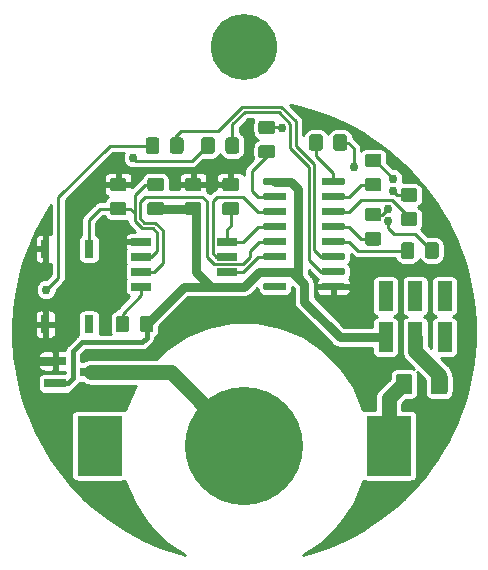
<source format=gbl>
G04 #@! TF.GenerationSoftware,KiCad,Pcbnew,(5.1.5)-3*
G04 #@! TF.CreationDate,2019-12-29T19:03:19-08:00*
G04 #@! TF.ProjectId,ruddblink,72756464-626c-4696-9e6b-2e6b69636164,A*
G04 #@! TF.SameCoordinates,Original*
G04 #@! TF.FileFunction,Copper,L2,Bot*
G04 #@! TF.FilePolarity,Positive*
%FSLAX46Y46*%
G04 Gerber Fmt 4.6, Leading zero omitted, Abs format (unit mm)*
G04 Created by KiCad (PCBNEW (5.1.5)-3) date 2019-12-29 19:03:19*
%MOMM*%
%LPD*%
G04 APERTURE LIST*
%ADD10R,3.810000X5.080000*%
%ADD11C,10.000000*%
%ADD12C,5.600000*%
%ADD13R,1.250000X2.500000*%
%ADD14R,0.800000X1.500000*%
%ADD15R,1.700000X0.650000*%
%ADD16C,0.100000*%
%ADD17R,1.900000X0.800000*%
%ADD18C,0.762000*%
%ADD19C,0.762000*%
%ADD20C,0.254000*%
%ADD21C,1.270000*%
%ADD22C,0.381000*%
G04 APERTURE END LIST*
D10*
X154482800Y-123952000D03*
X129997200Y-123952000D03*
D11*
X142240000Y-123952000D03*
D12*
X142240000Y-90170000D03*
D13*
X154218000Y-114780000D03*
X156718000Y-114780000D03*
X159218000Y-114780000D03*
X154218000Y-111280000D03*
X156718000Y-111280000D03*
X159218000Y-111280000D03*
D14*
X125404000Y-107290000D03*
X129104000Y-107290000D03*
X129104000Y-113690000D03*
X125404000Y-113690000D03*
D15*
X133510000Y-110490000D03*
X133510000Y-109220000D03*
X133510000Y-107950000D03*
X133510000Y-106680000D03*
X140810000Y-106680000D03*
X140810000Y-107950000D03*
X140810000Y-109220000D03*
X140810000Y-110490000D03*
G04 #@! TA.AperFunction,SMDPad,CuDef*
D16*
G36*
X141571910Y-101271202D02*
G01*
X141596135Y-101274795D01*
X141619891Y-101280746D01*
X141642949Y-101288996D01*
X141665087Y-101299467D01*
X141686093Y-101312057D01*
X141705763Y-101326645D01*
X141723908Y-101343092D01*
X141740355Y-101361237D01*
X141754943Y-101380907D01*
X141767533Y-101401913D01*
X141778004Y-101424051D01*
X141786254Y-101447109D01*
X141792205Y-101470865D01*
X141795798Y-101495090D01*
X141797000Y-101519550D01*
X141797000Y-102170450D01*
X141795798Y-102194910D01*
X141792205Y-102219135D01*
X141786254Y-102242891D01*
X141778004Y-102265949D01*
X141767533Y-102288087D01*
X141754943Y-102309093D01*
X141740355Y-102328763D01*
X141723908Y-102346908D01*
X141705763Y-102363355D01*
X141686093Y-102377943D01*
X141665087Y-102390533D01*
X141642949Y-102401004D01*
X141619891Y-102409254D01*
X141596135Y-102415205D01*
X141571910Y-102418798D01*
X141547450Y-102420000D01*
X140646550Y-102420000D01*
X140622090Y-102418798D01*
X140597865Y-102415205D01*
X140574109Y-102409254D01*
X140551051Y-102401004D01*
X140528913Y-102390533D01*
X140507907Y-102377943D01*
X140488237Y-102363355D01*
X140470092Y-102346908D01*
X140453645Y-102328763D01*
X140439057Y-102309093D01*
X140426467Y-102288087D01*
X140415996Y-102265949D01*
X140407746Y-102242891D01*
X140401795Y-102219135D01*
X140398202Y-102194910D01*
X140397000Y-102170450D01*
X140397000Y-101519550D01*
X140398202Y-101495090D01*
X140401795Y-101470865D01*
X140407746Y-101447109D01*
X140415996Y-101424051D01*
X140426467Y-101401913D01*
X140439057Y-101380907D01*
X140453645Y-101361237D01*
X140470092Y-101343092D01*
X140488237Y-101326645D01*
X140507907Y-101312057D01*
X140528913Y-101299467D01*
X140551051Y-101288996D01*
X140574109Y-101280746D01*
X140597865Y-101274795D01*
X140622090Y-101271202D01*
X140646550Y-101270000D01*
X141547450Y-101270000D01*
X141571910Y-101271202D01*
G37*
G04 #@! TD.AperFunction*
G04 #@! TA.AperFunction,SMDPad,CuDef*
G36*
X141571505Y-103321204D02*
G01*
X141595773Y-103324804D01*
X141619572Y-103330765D01*
X141642671Y-103339030D01*
X141664850Y-103349520D01*
X141685893Y-103362132D01*
X141705599Y-103376747D01*
X141723777Y-103393223D01*
X141740253Y-103411401D01*
X141754868Y-103431107D01*
X141767480Y-103452150D01*
X141777970Y-103474329D01*
X141786235Y-103497428D01*
X141792196Y-103521227D01*
X141795796Y-103545495D01*
X141797000Y-103569999D01*
X141797000Y-104220001D01*
X141795796Y-104244505D01*
X141792196Y-104268773D01*
X141786235Y-104292572D01*
X141777970Y-104315671D01*
X141767480Y-104337850D01*
X141754868Y-104358893D01*
X141740253Y-104378599D01*
X141723777Y-104396777D01*
X141705599Y-104413253D01*
X141685893Y-104427868D01*
X141664850Y-104440480D01*
X141642671Y-104450970D01*
X141619572Y-104459235D01*
X141595773Y-104465196D01*
X141571505Y-104468796D01*
X141547001Y-104470000D01*
X140646999Y-104470000D01*
X140622495Y-104468796D01*
X140598227Y-104465196D01*
X140574428Y-104459235D01*
X140551329Y-104450970D01*
X140529150Y-104440480D01*
X140508107Y-104427868D01*
X140488401Y-104413253D01*
X140470223Y-104396777D01*
X140453747Y-104378599D01*
X140439132Y-104358893D01*
X140426520Y-104337850D01*
X140416030Y-104315671D01*
X140407765Y-104292572D01*
X140401804Y-104268773D01*
X140398204Y-104244505D01*
X140397000Y-104220001D01*
X140397000Y-103569999D01*
X140398204Y-103545495D01*
X140401804Y-103521227D01*
X140407765Y-103497428D01*
X140416030Y-103474329D01*
X140426520Y-103452150D01*
X140439132Y-103431107D01*
X140453747Y-103411401D01*
X140470223Y-103393223D01*
X140488401Y-103376747D01*
X140508107Y-103362132D01*
X140529150Y-103349520D01*
X140551329Y-103339030D01*
X140574428Y-103330765D01*
X140598227Y-103324804D01*
X140622495Y-103321204D01*
X140646999Y-103320000D01*
X141547001Y-103320000D01*
X141571505Y-103321204D01*
G37*
G04 #@! TD.AperFunction*
D17*
X129262000Y-117729000D03*
X126262000Y-116779000D03*
X126262000Y-118679000D03*
G04 #@! TA.AperFunction,SMDPad,CuDef*
D16*
G36*
X159237004Y-117871204D02*
G01*
X159261273Y-117874804D01*
X159285071Y-117880765D01*
X159308171Y-117889030D01*
X159330349Y-117899520D01*
X159351393Y-117912133D01*
X159371098Y-117926747D01*
X159389277Y-117943223D01*
X159405753Y-117961402D01*
X159420367Y-117981107D01*
X159432980Y-118002151D01*
X159443470Y-118024329D01*
X159451735Y-118047429D01*
X159457696Y-118071227D01*
X159461296Y-118095496D01*
X159462500Y-118120000D01*
X159462500Y-119370000D01*
X159461296Y-119394504D01*
X159457696Y-119418773D01*
X159451735Y-119442571D01*
X159443470Y-119465671D01*
X159432980Y-119487849D01*
X159420367Y-119508893D01*
X159405753Y-119528598D01*
X159389277Y-119546777D01*
X159371098Y-119563253D01*
X159351393Y-119577867D01*
X159330349Y-119590480D01*
X159308171Y-119600970D01*
X159285071Y-119609235D01*
X159261273Y-119615196D01*
X159237004Y-119618796D01*
X159212500Y-119620000D01*
X158287500Y-119620000D01*
X158262996Y-119618796D01*
X158238727Y-119615196D01*
X158214929Y-119609235D01*
X158191829Y-119600970D01*
X158169651Y-119590480D01*
X158148607Y-119577867D01*
X158128902Y-119563253D01*
X158110723Y-119546777D01*
X158094247Y-119528598D01*
X158079633Y-119508893D01*
X158067020Y-119487849D01*
X158056530Y-119465671D01*
X158048265Y-119442571D01*
X158042304Y-119418773D01*
X158038704Y-119394504D01*
X158037500Y-119370000D01*
X158037500Y-118120000D01*
X158038704Y-118095496D01*
X158042304Y-118071227D01*
X158048265Y-118047429D01*
X158056530Y-118024329D01*
X158067020Y-118002151D01*
X158079633Y-117981107D01*
X158094247Y-117961402D01*
X158110723Y-117943223D01*
X158128902Y-117926747D01*
X158148607Y-117912133D01*
X158169651Y-117899520D01*
X158191829Y-117889030D01*
X158214929Y-117880765D01*
X158238727Y-117874804D01*
X158262996Y-117871204D01*
X158287500Y-117870000D01*
X159212500Y-117870000D01*
X159237004Y-117871204D01*
G37*
G04 #@! TD.AperFunction*
G04 #@! TA.AperFunction,SMDPad,CuDef*
G36*
X156262004Y-117871204D02*
G01*
X156286273Y-117874804D01*
X156310071Y-117880765D01*
X156333171Y-117889030D01*
X156355349Y-117899520D01*
X156376393Y-117912133D01*
X156396098Y-117926747D01*
X156414277Y-117943223D01*
X156430753Y-117961402D01*
X156445367Y-117981107D01*
X156457980Y-118002151D01*
X156468470Y-118024329D01*
X156476735Y-118047429D01*
X156482696Y-118071227D01*
X156486296Y-118095496D01*
X156487500Y-118120000D01*
X156487500Y-119370000D01*
X156486296Y-119394504D01*
X156482696Y-119418773D01*
X156476735Y-119442571D01*
X156468470Y-119465671D01*
X156457980Y-119487849D01*
X156445367Y-119508893D01*
X156430753Y-119528598D01*
X156414277Y-119546777D01*
X156396098Y-119563253D01*
X156376393Y-119577867D01*
X156355349Y-119590480D01*
X156333171Y-119600970D01*
X156310071Y-119609235D01*
X156286273Y-119615196D01*
X156262004Y-119618796D01*
X156237500Y-119620000D01*
X155312500Y-119620000D01*
X155287996Y-119618796D01*
X155263727Y-119615196D01*
X155239929Y-119609235D01*
X155216829Y-119600970D01*
X155194651Y-119590480D01*
X155173607Y-119577867D01*
X155153902Y-119563253D01*
X155135723Y-119546777D01*
X155119247Y-119528598D01*
X155104633Y-119508893D01*
X155092020Y-119487849D01*
X155081530Y-119465671D01*
X155073265Y-119442571D01*
X155067304Y-119418773D01*
X155063704Y-119394504D01*
X155062500Y-119370000D01*
X155062500Y-118120000D01*
X155063704Y-118095496D01*
X155067304Y-118071227D01*
X155073265Y-118047429D01*
X155081530Y-118024329D01*
X155092020Y-118002151D01*
X155104633Y-117981107D01*
X155119247Y-117961402D01*
X155135723Y-117943223D01*
X155153902Y-117926747D01*
X155173607Y-117912133D01*
X155194651Y-117899520D01*
X155216829Y-117889030D01*
X155239929Y-117880765D01*
X155263727Y-117874804D01*
X155287996Y-117871204D01*
X155312500Y-117870000D01*
X156237500Y-117870000D01*
X156262004Y-117871204D01*
G37*
G04 #@! TD.AperFunction*
G04 #@! TA.AperFunction,SMDPad,CuDef*
G36*
X135221505Y-101271204D02*
G01*
X135245773Y-101274804D01*
X135269572Y-101280765D01*
X135292671Y-101289030D01*
X135314850Y-101299520D01*
X135335893Y-101312132D01*
X135355599Y-101326747D01*
X135373777Y-101343223D01*
X135390253Y-101361401D01*
X135404868Y-101381107D01*
X135417480Y-101402150D01*
X135427970Y-101424329D01*
X135436235Y-101447428D01*
X135442196Y-101471227D01*
X135445796Y-101495495D01*
X135447000Y-101519999D01*
X135447000Y-102170001D01*
X135445796Y-102194505D01*
X135442196Y-102218773D01*
X135436235Y-102242572D01*
X135427970Y-102265671D01*
X135417480Y-102287850D01*
X135404868Y-102308893D01*
X135390253Y-102328599D01*
X135373777Y-102346777D01*
X135355599Y-102363253D01*
X135335893Y-102377868D01*
X135314850Y-102390480D01*
X135292671Y-102400970D01*
X135269572Y-102409235D01*
X135245773Y-102415196D01*
X135221505Y-102418796D01*
X135197001Y-102420000D01*
X134296999Y-102420000D01*
X134272495Y-102418796D01*
X134248227Y-102415196D01*
X134224428Y-102409235D01*
X134201329Y-102400970D01*
X134179150Y-102390480D01*
X134158107Y-102377868D01*
X134138401Y-102363253D01*
X134120223Y-102346777D01*
X134103747Y-102328599D01*
X134089132Y-102308893D01*
X134076520Y-102287850D01*
X134066030Y-102265671D01*
X134057765Y-102242572D01*
X134051804Y-102218773D01*
X134048204Y-102194505D01*
X134047000Y-102170001D01*
X134047000Y-101519999D01*
X134048204Y-101495495D01*
X134051804Y-101471227D01*
X134057765Y-101447428D01*
X134066030Y-101424329D01*
X134076520Y-101402150D01*
X134089132Y-101381107D01*
X134103747Y-101361401D01*
X134120223Y-101343223D01*
X134138401Y-101326747D01*
X134158107Y-101312132D01*
X134179150Y-101299520D01*
X134201329Y-101289030D01*
X134224428Y-101280765D01*
X134248227Y-101274804D01*
X134272495Y-101271204D01*
X134296999Y-101270000D01*
X135197001Y-101270000D01*
X135221505Y-101271204D01*
G37*
G04 #@! TD.AperFunction*
G04 #@! TA.AperFunction,SMDPad,CuDef*
G36*
X135221505Y-103321204D02*
G01*
X135245773Y-103324804D01*
X135269572Y-103330765D01*
X135292671Y-103339030D01*
X135314850Y-103349520D01*
X135335893Y-103362132D01*
X135355599Y-103376747D01*
X135373777Y-103393223D01*
X135390253Y-103411401D01*
X135404868Y-103431107D01*
X135417480Y-103452150D01*
X135427970Y-103474329D01*
X135436235Y-103497428D01*
X135442196Y-103521227D01*
X135445796Y-103545495D01*
X135447000Y-103569999D01*
X135447000Y-104220001D01*
X135445796Y-104244505D01*
X135442196Y-104268773D01*
X135436235Y-104292572D01*
X135427970Y-104315671D01*
X135417480Y-104337850D01*
X135404868Y-104358893D01*
X135390253Y-104378599D01*
X135373777Y-104396777D01*
X135355599Y-104413253D01*
X135335893Y-104427868D01*
X135314850Y-104440480D01*
X135292671Y-104450970D01*
X135269572Y-104459235D01*
X135245773Y-104465196D01*
X135221505Y-104468796D01*
X135197001Y-104470000D01*
X134296999Y-104470000D01*
X134272495Y-104468796D01*
X134248227Y-104465196D01*
X134224428Y-104459235D01*
X134201329Y-104450970D01*
X134179150Y-104440480D01*
X134158107Y-104427868D01*
X134138401Y-104413253D01*
X134120223Y-104396777D01*
X134103747Y-104378599D01*
X134089132Y-104358893D01*
X134076520Y-104337850D01*
X134066030Y-104315671D01*
X134057765Y-104292572D01*
X134051804Y-104268773D01*
X134048204Y-104244505D01*
X134047000Y-104220001D01*
X134047000Y-103569999D01*
X134048204Y-103545495D01*
X134051804Y-103521227D01*
X134057765Y-103497428D01*
X134066030Y-103474329D01*
X134076520Y-103452150D01*
X134089132Y-103431107D01*
X134103747Y-103411401D01*
X134120223Y-103393223D01*
X134138401Y-103376747D01*
X134158107Y-103362132D01*
X134179150Y-103349520D01*
X134201329Y-103339030D01*
X134224428Y-103330765D01*
X134248227Y-103324804D01*
X134272495Y-103321204D01*
X134296999Y-103320000D01*
X135197001Y-103320000D01*
X135221505Y-103321204D01*
G37*
G04 #@! TD.AperFunction*
G04 #@! TA.AperFunction,SMDPad,CuDef*
G36*
X139532505Y-97853204D02*
G01*
X139556773Y-97856804D01*
X139580572Y-97862765D01*
X139603671Y-97871030D01*
X139625850Y-97881520D01*
X139646893Y-97894132D01*
X139666599Y-97908747D01*
X139684777Y-97925223D01*
X139701253Y-97943401D01*
X139715868Y-97963107D01*
X139728480Y-97984150D01*
X139738970Y-98006329D01*
X139747235Y-98029428D01*
X139753196Y-98053227D01*
X139756796Y-98077495D01*
X139758000Y-98101999D01*
X139758000Y-99002001D01*
X139756796Y-99026505D01*
X139753196Y-99050773D01*
X139747235Y-99074572D01*
X139738970Y-99097671D01*
X139728480Y-99119850D01*
X139715868Y-99140893D01*
X139701253Y-99160599D01*
X139684777Y-99178777D01*
X139666599Y-99195253D01*
X139646893Y-99209868D01*
X139625850Y-99222480D01*
X139603671Y-99232970D01*
X139580572Y-99241235D01*
X139556773Y-99247196D01*
X139532505Y-99250796D01*
X139508001Y-99252000D01*
X138857999Y-99252000D01*
X138833495Y-99250796D01*
X138809227Y-99247196D01*
X138785428Y-99241235D01*
X138762329Y-99232970D01*
X138740150Y-99222480D01*
X138719107Y-99209868D01*
X138699401Y-99195253D01*
X138681223Y-99178777D01*
X138664747Y-99160599D01*
X138650132Y-99140893D01*
X138637520Y-99119850D01*
X138627030Y-99097671D01*
X138618765Y-99074572D01*
X138612804Y-99050773D01*
X138609204Y-99026505D01*
X138608000Y-99002001D01*
X138608000Y-98101999D01*
X138609204Y-98077495D01*
X138612804Y-98053227D01*
X138618765Y-98029428D01*
X138627030Y-98006329D01*
X138637520Y-97984150D01*
X138650132Y-97963107D01*
X138664747Y-97943401D01*
X138681223Y-97925223D01*
X138699401Y-97908747D01*
X138719107Y-97894132D01*
X138740150Y-97881520D01*
X138762329Y-97871030D01*
X138785428Y-97862765D01*
X138809227Y-97856804D01*
X138833495Y-97853204D01*
X138857999Y-97852000D01*
X139508001Y-97852000D01*
X139532505Y-97853204D01*
G37*
G04 #@! TD.AperFunction*
G04 #@! TA.AperFunction,SMDPad,CuDef*
G36*
X141582505Y-97853204D02*
G01*
X141606773Y-97856804D01*
X141630572Y-97862765D01*
X141653671Y-97871030D01*
X141675850Y-97881520D01*
X141696893Y-97894132D01*
X141716599Y-97908747D01*
X141734777Y-97925223D01*
X141751253Y-97943401D01*
X141765868Y-97963107D01*
X141778480Y-97984150D01*
X141788970Y-98006329D01*
X141797235Y-98029428D01*
X141803196Y-98053227D01*
X141806796Y-98077495D01*
X141808000Y-98101999D01*
X141808000Y-99002001D01*
X141806796Y-99026505D01*
X141803196Y-99050773D01*
X141797235Y-99074572D01*
X141788970Y-99097671D01*
X141778480Y-99119850D01*
X141765868Y-99140893D01*
X141751253Y-99160599D01*
X141734777Y-99178777D01*
X141716599Y-99195253D01*
X141696893Y-99209868D01*
X141675850Y-99222480D01*
X141653671Y-99232970D01*
X141630572Y-99241235D01*
X141606773Y-99247196D01*
X141582505Y-99250796D01*
X141558001Y-99252000D01*
X140907999Y-99252000D01*
X140883495Y-99250796D01*
X140859227Y-99247196D01*
X140835428Y-99241235D01*
X140812329Y-99232970D01*
X140790150Y-99222480D01*
X140769107Y-99209868D01*
X140749401Y-99195253D01*
X140731223Y-99178777D01*
X140714747Y-99160599D01*
X140700132Y-99140893D01*
X140687520Y-99119850D01*
X140677030Y-99097671D01*
X140668765Y-99074572D01*
X140662804Y-99050773D01*
X140659204Y-99026505D01*
X140658000Y-99002001D01*
X140658000Y-98101999D01*
X140659204Y-98077495D01*
X140662804Y-98053227D01*
X140668765Y-98029428D01*
X140677030Y-98006329D01*
X140687520Y-97984150D01*
X140700132Y-97963107D01*
X140714747Y-97943401D01*
X140731223Y-97925223D01*
X140749401Y-97908747D01*
X140769107Y-97894132D01*
X140790150Y-97881520D01*
X140812329Y-97871030D01*
X140835428Y-97862765D01*
X140859227Y-97856804D01*
X140883495Y-97853204D01*
X140907999Y-97852000D01*
X141558001Y-97852000D01*
X141582505Y-97853204D01*
G37*
G04 #@! TD.AperFunction*
G04 #@! TA.AperFunction,SMDPad,CuDef*
G36*
X136883505Y-97853204D02*
G01*
X136907773Y-97856804D01*
X136931572Y-97862765D01*
X136954671Y-97871030D01*
X136976850Y-97881520D01*
X136997893Y-97894132D01*
X137017599Y-97908747D01*
X137035777Y-97925223D01*
X137052253Y-97943401D01*
X137066868Y-97963107D01*
X137079480Y-97984150D01*
X137089970Y-98006329D01*
X137098235Y-98029428D01*
X137104196Y-98053227D01*
X137107796Y-98077495D01*
X137109000Y-98101999D01*
X137109000Y-99002001D01*
X137107796Y-99026505D01*
X137104196Y-99050773D01*
X137098235Y-99074572D01*
X137089970Y-99097671D01*
X137079480Y-99119850D01*
X137066868Y-99140893D01*
X137052253Y-99160599D01*
X137035777Y-99178777D01*
X137017599Y-99195253D01*
X136997893Y-99209868D01*
X136976850Y-99222480D01*
X136954671Y-99232970D01*
X136931572Y-99241235D01*
X136907773Y-99247196D01*
X136883505Y-99250796D01*
X136859001Y-99252000D01*
X136208999Y-99252000D01*
X136184495Y-99250796D01*
X136160227Y-99247196D01*
X136136428Y-99241235D01*
X136113329Y-99232970D01*
X136091150Y-99222480D01*
X136070107Y-99209868D01*
X136050401Y-99195253D01*
X136032223Y-99178777D01*
X136015747Y-99160599D01*
X136001132Y-99140893D01*
X135988520Y-99119850D01*
X135978030Y-99097671D01*
X135969765Y-99074572D01*
X135963804Y-99050773D01*
X135960204Y-99026505D01*
X135959000Y-99002001D01*
X135959000Y-98101999D01*
X135960204Y-98077495D01*
X135963804Y-98053227D01*
X135969765Y-98029428D01*
X135978030Y-98006329D01*
X135988520Y-97984150D01*
X136001132Y-97963107D01*
X136015747Y-97943401D01*
X136032223Y-97925223D01*
X136050401Y-97908747D01*
X136070107Y-97894132D01*
X136091150Y-97881520D01*
X136113329Y-97871030D01*
X136136428Y-97862765D01*
X136160227Y-97856804D01*
X136184495Y-97853204D01*
X136208999Y-97852000D01*
X136859001Y-97852000D01*
X136883505Y-97853204D01*
G37*
G04 #@! TD.AperFunction*
G04 #@! TA.AperFunction,SMDPad,CuDef*
G36*
X134833505Y-97853204D02*
G01*
X134857773Y-97856804D01*
X134881572Y-97862765D01*
X134904671Y-97871030D01*
X134926850Y-97881520D01*
X134947893Y-97894132D01*
X134967599Y-97908747D01*
X134985777Y-97925223D01*
X135002253Y-97943401D01*
X135016868Y-97963107D01*
X135029480Y-97984150D01*
X135039970Y-98006329D01*
X135048235Y-98029428D01*
X135054196Y-98053227D01*
X135057796Y-98077495D01*
X135059000Y-98101999D01*
X135059000Y-99002001D01*
X135057796Y-99026505D01*
X135054196Y-99050773D01*
X135048235Y-99074572D01*
X135039970Y-99097671D01*
X135029480Y-99119850D01*
X135016868Y-99140893D01*
X135002253Y-99160599D01*
X134985777Y-99178777D01*
X134967599Y-99195253D01*
X134947893Y-99209868D01*
X134926850Y-99222480D01*
X134904671Y-99232970D01*
X134881572Y-99241235D01*
X134857773Y-99247196D01*
X134833505Y-99250796D01*
X134809001Y-99252000D01*
X134158999Y-99252000D01*
X134134495Y-99250796D01*
X134110227Y-99247196D01*
X134086428Y-99241235D01*
X134063329Y-99232970D01*
X134041150Y-99222480D01*
X134020107Y-99209868D01*
X134000401Y-99195253D01*
X133982223Y-99178777D01*
X133965747Y-99160599D01*
X133951132Y-99140893D01*
X133938520Y-99119850D01*
X133928030Y-99097671D01*
X133919765Y-99074572D01*
X133913804Y-99050773D01*
X133910204Y-99026505D01*
X133909000Y-99002001D01*
X133909000Y-98101999D01*
X133910204Y-98077495D01*
X133913804Y-98053227D01*
X133919765Y-98029428D01*
X133928030Y-98006329D01*
X133938520Y-97984150D01*
X133951132Y-97963107D01*
X133965747Y-97943401D01*
X133982223Y-97925223D01*
X134000401Y-97908747D01*
X134020107Y-97894132D01*
X134041150Y-97881520D01*
X134063329Y-97871030D01*
X134086428Y-97862765D01*
X134110227Y-97856804D01*
X134134495Y-97853204D01*
X134158999Y-97852000D01*
X134809001Y-97852000D01*
X134833505Y-97853204D01*
G37*
G04 #@! TD.AperFunction*
G04 #@! TA.AperFunction,SMDPad,CuDef*
G36*
X158482505Y-106743204D02*
G01*
X158506773Y-106746804D01*
X158530572Y-106752765D01*
X158553671Y-106761030D01*
X158575850Y-106771520D01*
X158596893Y-106784132D01*
X158616599Y-106798747D01*
X158634777Y-106815223D01*
X158651253Y-106833401D01*
X158665868Y-106853107D01*
X158678480Y-106874150D01*
X158688970Y-106896329D01*
X158697235Y-106919428D01*
X158703196Y-106943227D01*
X158706796Y-106967495D01*
X158708000Y-106991999D01*
X158708000Y-107892001D01*
X158706796Y-107916505D01*
X158703196Y-107940773D01*
X158697235Y-107964572D01*
X158688970Y-107987671D01*
X158678480Y-108009850D01*
X158665868Y-108030893D01*
X158651253Y-108050599D01*
X158634777Y-108068777D01*
X158616599Y-108085253D01*
X158596893Y-108099868D01*
X158575850Y-108112480D01*
X158553671Y-108122970D01*
X158530572Y-108131235D01*
X158506773Y-108137196D01*
X158482505Y-108140796D01*
X158458001Y-108142000D01*
X157807999Y-108142000D01*
X157783495Y-108140796D01*
X157759227Y-108137196D01*
X157735428Y-108131235D01*
X157712329Y-108122970D01*
X157690150Y-108112480D01*
X157669107Y-108099868D01*
X157649401Y-108085253D01*
X157631223Y-108068777D01*
X157614747Y-108050599D01*
X157600132Y-108030893D01*
X157587520Y-108009850D01*
X157577030Y-107987671D01*
X157568765Y-107964572D01*
X157562804Y-107940773D01*
X157559204Y-107916505D01*
X157558000Y-107892001D01*
X157558000Y-106991999D01*
X157559204Y-106967495D01*
X157562804Y-106943227D01*
X157568765Y-106919428D01*
X157577030Y-106896329D01*
X157587520Y-106874150D01*
X157600132Y-106853107D01*
X157614747Y-106833401D01*
X157631223Y-106815223D01*
X157649401Y-106798747D01*
X157669107Y-106784132D01*
X157690150Y-106771520D01*
X157712329Y-106761030D01*
X157735428Y-106752765D01*
X157759227Y-106746804D01*
X157783495Y-106743204D01*
X157807999Y-106742000D01*
X158458001Y-106742000D01*
X158482505Y-106743204D01*
G37*
G04 #@! TD.AperFunction*
G04 #@! TA.AperFunction,SMDPad,CuDef*
G36*
X156432505Y-106743204D02*
G01*
X156456773Y-106746804D01*
X156480572Y-106752765D01*
X156503671Y-106761030D01*
X156525850Y-106771520D01*
X156546893Y-106784132D01*
X156566599Y-106798747D01*
X156584777Y-106815223D01*
X156601253Y-106833401D01*
X156615868Y-106853107D01*
X156628480Y-106874150D01*
X156638970Y-106896329D01*
X156647235Y-106919428D01*
X156653196Y-106943227D01*
X156656796Y-106967495D01*
X156658000Y-106991999D01*
X156658000Y-107892001D01*
X156656796Y-107916505D01*
X156653196Y-107940773D01*
X156647235Y-107964572D01*
X156638970Y-107987671D01*
X156628480Y-108009850D01*
X156615868Y-108030893D01*
X156601253Y-108050599D01*
X156584777Y-108068777D01*
X156566599Y-108085253D01*
X156546893Y-108099868D01*
X156525850Y-108112480D01*
X156503671Y-108122970D01*
X156480572Y-108131235D01*
X156456773Y-108137196D01*
X156432505Y-108140796D01*
X156408001Y-108142000D01*
X155757999Y-108142000D01*
X155733495Y-108140796D01*
X155709227Y-108137196D01*
X155685428Y-108131235D01*
X155662329Y-108122970D01*
X155640150Y-108112480D01*
X155619107Y-108099868D01*
X155599401Y-108085253D01*
X155581223Y-108068777D01*
X155564747Y-108050599D01*
X155550132Y-108030893D01*
X155537520Y-108009850D01*
X155527030Y-107987671D01*
X155518765Y-107964572D01*
X155512804Y-107940773D01*
X155509204Y-107916505D01*
X155508000Y-107892001D01*
X155508000Y-106991999D01*
X155509204Y-106967495D01*
X155512804Y-106943227D01*
X155518765Y-106919428D01*
X155527030Y-106896329D01*
X155537520Y-106874150D01*
X155550132Y-106853107D01*
X155564747Y-106833401D01*
X155581223Y-106815223D01*
X155599401Y-106798747D01*
X155619107Y-106784132D01*
X155640150Y-106771520D01*
X155662329Y-106761030D01*
X155685428Y-106752765D01*
X155709227Y-106746804D01*
X155733495Y-106743204D01*
X155757999Y-106742000D01*
X156408001Y-106742000D01*
X156432505Y-106743204D01*
G37*
G04 #@! TD.AperFunction*
G04 #@! TA.AperFunction,SMDPad,CuDef*
G36*
X153636505Y-103820204D02*
G01*
X153660773Y-103823804D01*
X153684572Y-103829765D01*
X153707671Y-103838030D01*
X153729850Y-103848520D01*
X153750893Y-103861132D01*
X153770599Y-103875747D01*
X153788777Y-103892223D01*
X153805253Y-103910401D01*
X153819868Y-103930107D01*
X153832480Y-103951150D01*
X153842970Y-103973329D01*
X153851235Y-103996428D01*
X153857196Y-104020227D01*
X153860796Y-104044495D01*
X153862000Y-104068999D01*
X153862000Y-104719001D01*
X153860796Y-104743505D01*
X153857196Y-104767773D01*
X153851235Y-104791572D01*
X153842970Y-104814671D01*
X153832480Y-104836850D01*
X153819868Y-104857893D01*
X153805253Y-104877599D01*
X153788777Y-104895777D01*
X153770599Y-104912253D01*
X153750893Y-104926868D01*
X153729850Y-104939480D01*
X153707671Y-104949970D01*
X153684572Y-104958235D01*
X153660773Y-104964196D01*
X153636505Y-104967796D01*
X153612001Y-104969000D01*
X152711999Y-104969000D01*
X152687495Y-104967796D01*
X152663227Y-104964196D01*
X152639428Y-104958235D01*
X152616329Y-104949970D01*
X152594150Y-104939480D01*
X152573107Y-104926868D01*
X152553401Y-104912253D01*
X152535223Y-104895777D01*
X152518747Y-104877599D01*
X152504132Y-104857893D01*
X152491520Y-104836850D01*
X152481030Y-104814671D01*
X152472765Y-104791572D01*
X152466804Y-104767773D01*
X152463204Y-104743505D01*
X152462000Y-104719001D01*
X152462000Y-104068999D01*
X152463204Y-104044495D01*
X152466804Y-104020227D01*
X152472765Y-103996428D01*
X152481030Y-103973329D01*
X152491520Y-103951150D01*
X152504132Y-103930107D01*
X152518747Y-103910401D01*
X152535223Y-103892223D01*
X152553401Y-103875747D01*
X152573107Y-103861132D01*
X152594150Y-103848520D01*
X152616329Y-103838030D01*
X152639428Y-103829765D01*
X152663227Y-103823804D01*
X152687495Y-103820204D01*
X152711999Y-103819000D01*
X153612001Y-103819000D01*
X153636505Y-103820204D01*
G37*
G04 #@! TD.AperFunction*
G04 #@! TA.AperFunction,SMDPad,CuDef*
G36*
X153636505Y-105870204D02*
G01*
X153660773Y-105873804D01*
X153684572Y-105879765D01*
X153707671Y-105888030D01*
X153729850Y-105898520D01*
X153750893Y-105911132D01*
X153770599Y-105925747D01*
X153788777Y-105942223D01*
X153805253Y-105960401D01*
X153819868Y-105980107D01*
X153832480Y-106001150D01*
X153842970Y-106023329D01*
X153851235Y-106046428D01*
X153857196Y-106070227D01*
X153860796Y-106094495D01*
X153862000Y-106118999D01*
X153862000Y-106769001D01*
X153860796Y-106793505D01*
X153857196Y-106817773D01*
X153851235Y-106841572D01*
X153842970Y-106864671D01*
X153832480Y-106886850D01*
X153819868Y-106907893D01*
X153805253Y-106927599D01*
X153788777Y-106945777D01*
X153770599Y-106962253D01*
X153750893Y-106976868D01*
X153729850Y-106989480D01*
X153707671Y-106999970D01*
X153684572Y-107008235D01*
X153660773Y-107014196D01*
X153636505Y-107017796D01*
X153612001Y-107019000D01*
X152711999Y-107019000D01*
X152687495Y-107017796D01*
X152663227Y-107014196D01*
X152639428Y-107008235D01*
X152616329Y-106999970D01*
X152594150Y-106989480D01*
X152573107Y-106976868D01*
X152553401Y-106962253D01*
X152535223Y-106945777D01*
X152518747Y-106927599D01*
X152504132Y-106907893D01*
X152491520Y-106886850D01*
X152481030Y-106864671D01*
X152472765Y-106841572D01*
X152466804Y-106817773D01*
X152463204Y-106793505D01*
X152462000Y-106769001D01*
X152462000Y-106118999D01*
X152463204Y-106094495D01*
X152466804Y-106070227D01*
X152472765Y-106046428D01*
X152481030Y-106023329D01*
X152491520Y-106001150D01*
X152504132Y-105980107D01*
X152518747Y-105960401D01*
X152535223Y-105942223D01*
X152553401Y-105925747D01*
X152573107Y-105911132D01*
X152594150Y-105898520D01*
X152616329Y-105888030D01*
X152639428Y-105879765D01*
X152663227Y-105873804D01*
X152687495Y-105870204D01*
X152711999Y-105869000D01*
X153612001Y-105869000D01*
X153636505Y-105870204D01*
G37*
G04 #@! TD.AperFunction*
G04 #@! TA.AperFunction,SMDPad,CuDef*
G36*
X156684505Y-104201204D02*
G01*
X156708773Y-104204804D01*
X156732572Y-104210765D01*
X156755671Y-104219030D01*
X156777850Y-104229520D01*
X156798893Y-104242132D01*
X156818599Y-104256747D01*
X156836777Y-104273223D01*
X156853253Y-104291401D01*
X156867868Y-104311107D01*
X156880480Y-104332150D01*
X156890970Y-104354329D01*
X156899235Y-104377428D01*
X156905196Y-104401227D01*
X156908796Y-104425495D01*
X156910000Y-104449999D01*
X156910000Y-105100001D01*
X156908796Y-105124505D01*
X156905196Y-105148773D01*
X156899235Y-105172572D01*
X156890970Y-105195671D01*
X156880480Y-105217850D01*
X156867868Y-105238893D01*
X156853253Y-105258599D01*
X156836777Y-105276777D01*
X156818599Y-105293253D01*
X156798893Y-105307868D01*
X156777850Y-105320480D01*
X156755671Y-105330970D01*
X156732572Y-105339235D01*
X156708773Y-105345196D01*
X156684505Y-105348796D01*
X156660001Y-105350000D01*
X155759999Y-105350000D01*
X155735495Y-105348796D01*
X155711227Y-105345196D01*
X155687428Y-105339235D01*
X155664329Y-105330970D01*
X155642150Y-105320480D01*
X155621107Y-105307868D01*
X155601401Y-105293253D01*
X155583223Y-105276777D01*
X155566747Y-105258599D01*
X155552132Y-105238893D01*
X155539520Y-105217850D01*
X155529030Y-105195671D01*
X155520765Y-105172572D01*
X155514804Y-105148773D01*
X155511204Y-105124505D01*
X155510000Y-105100001D01*
X155510000Y-104449999D01*
X155511204Y-104425495D01*
X155514804Y-104401227D01*
X155520765Y-104377428D01*
X155529030Y-104354329D01*
X155539520Y-104332150D01*
X155552132Y-104311107D01*
X155566747Y-104291401D01*
X155583223Y-104273223D01*
X155601401Y-104256747D01*
X155621107Y-104242132D01*
X155642150Y-104229520D01*
X155664329Y-104219030D01*
X155687428Y-104210765D01*
X155711227Y-104204804D01*
X155735495Y-104201204D01*
X155759999Y-104200000D01*
X156660001Y-104200000D01*
X156684505Y-104201204D01*
G37*
G04 #@! TD.AperFunction*
G04 #@! TA.AperFunction,SMDPad,CuDef*
G36*
X156684505Y-102151204D02*
G01*
X156708773Y-102154804D01*
X156732572Y-102160765D01*
X156755671Y-102169030D01*
X156777850Y-102179520D01*
X156798893Y-102192132D01*
X156818599Y-102206747D01*
X156836777Y-102223223D01*
X156853253Y-102241401D01*
X156867868Y-102261107D01*
X156880480Y-102282150D01*
X156890970Y-102304329D01*
X156899235Y-102327428D01*
X156905196Y-102351227D01*
X156908796Y-102375495D01*
X156910000Y-102399999D01*
X156910000Y-103050001D01*
X156908796Y-103074505D01*
X156905196Y-103098773D01*
X156899235Y-103122572D01*
X156890970Y-103145671D01*
X156880480Y-103167850D01*
X156867868Y-103188893D01*
X156853253Y-103208599D01*
X156836777Y-103226777D01*
X156818599Y-103243253D01*
X156798893Y-103257868D01*
X156777850Y-103270480D01*
X156755671Y-103280970D01*
X156732572Y-103289235D01*
X156708773Y-103295196D01*
X156684505Y-103298796D01*
X156660001Y-103300000D01*
X155759999Y-103300000D01*
X155735495Y-103298796D01*
X155711227Y-103295196D01*
X155687428Y-103289235D01*
X155664329Y-103280970D01*
X155642150Y-103270480D01*
X155621107Y-103257868D01*
X155601401Y-103243253D01*
X155583223Y-103226777D01*
X155566747Y-103208599D01*
X155552132Y-103188893D01*
X155539520Y-103167850D01*
X155529030Y-103145671D01*
X155520765Y-103122572D01*
X155514804Y-103098773D01*
X155511204Y-103074505D01*
X155510000Y-103050001D01*
X155510000Y-102399999D01*
X155511204Y-102375495D01*
X155514804Y-102351227D01*
X155520765Y-102327428D01*
X155529030Y-102304329D01*
X155539520Y-102282150D01*
X155552132Y-102261107D01*
X155566747Y-102241401D01*
X155583223Y-102223223D01*
X155601401Y-102206747D01*
X155621107Y-102192132D01*
X155642150Y-102179520D01*
X155664329Y-102169030D01*
X155687428Y-102160765D01*
X155711227Y-102154804D01*
X155735495Y-102151204D01*
X155759999Y-102150000D01*
X156660001Y-102150000D01*
X156684505Y-102151204D01*
G37*
G04 #@! TD.AperFunction*
G04 #@! TA.AperFunction,SMDPad,CuDef*
G36*
X153636505Y-99230204D02*
G01*
X153660773Y-99233804D01*
X153684572Y-99239765D01*
X153707671Y-99248030D01*
X153729850Y-99258520D01*
X153750893Y-99271132D01*
X153770599Y-99285747D01*
X153788777Y-99302223D01*
X153805253Y-99320401D01*
X153819868Y-99340107D01*
X153832480Y-99361150D01*
X153842970Y-99383329D01*
X153851235Y-99406428D01*
X153857196Y-99430227D01*
X153860796Y-99454495D01*
X153862000Y-99478999D01*
X153862000Y-100129001D01*
X153860796Y-100153505D01*
X153857196Y-100177773D01*
X153851235Y-100201572D01*
X153842970Y-100224671D01*
X153832480Y-100246850D01*
X153819868Y-100267893D01*
X153805253Y-100287599D01*
X153788777Y-100305777D01*
X153770599Y-100322253D01*
X153750893Y-100336868D01*
X153729850Y-100349480D01*
X153707671Y-100359970D01*
X153684572Y-100368235D01*
X153660773Y-100374196D01*
X153636505Y-100377796D01*
X153612001Y-100379000D01*
X152711999Y-100379000D01*
X152687495Y-100377796D01*
X152663227Y-100374196D01*
X152639428Y-100368235D01*
X152616329Y-100359970D01*
X152594150Y-100349480D01*
X152573107Y-100336868D01*
X152553401Y-100322253D01*
X152535223Y-100305777D01*
X152518747Y-100287599D01*
X152504132Y-100267893D01*
X152491520Y-100246850D01*
X152481030Y-100224671D01*
X152472765Y-100201572D01*
X152466804Y-100177773D01*
X152463204Y-100153505D01*
X152462000Y-100129001D01*
X152462000Y-99478999D01*
X152463204Y-99454495D01*
X152466804Y-99430227D01*
X152472765Y-99406428D01*
X152481030Y-99383329D01*
X152491520Y-99361150D01*
X152504132Y-99340107D01*
X152518747Y-99320401D01*
X152535223Y-99302223D01*
X152553401Y-99285747D01*
X152573107Y-99271132D01*
X152594150Y-99258520D01*
X152616329Y-99248030D01*
X152639428Y-99239765D01*
X152663227Y-99233804D01*
X152687495Y-99230204D01*
X152711999Y-99229000D01*
X153612001Y-99229000D01*
X153636505Y-99230204D01*
G37*
G04 #@! TD.AperFunction*
G04 #@! TA.AperFunction,SMDPad,CuDef*
G36*
X153636505Y-101280204D02*
G01*
X153660773Y-101283804D01*
X153684572Y-101289765D01*
X153707671Y-101298030D01*
X153729850Y-101308520D01*
X153750893Y-101321132D01*
X153770599Y-101335747D01*
X153788777Y-101352223D01*
X153805253Y-101370401D01*
X153819868Y-101390107D01*
X153832480Y-101411150D01*
X153842970Y-101433329D01*
X153851235Y-101456428D01*
X153857196Y-101480227D01*
X153860796Y-101504495D01*
X153862000Y-101528999D01*
X153862000Y-102179001D01*
X153860796Y-102203505D01*
X153857196Y-102227773D01*
X153851235Y-102251572D01*
X153842970Y-102274671D01*
X153832480Y-102296850D01*
X153819868Y-102317893D01*
X153805253Y-102337599D01*
X153788777Y-102355777D01*
X153770599Y-102372253D01*
X153750893Y-102386868D01*
X153729850Y-102399480D01*
X153707671Y-102409970D01*
X153684572Y-102418235D01*
X153660773Y-102424196D01*
X153636505Y-102427796D01*
X153612001Y-102429000D01*
X152711999Y-102429000D01*
X152687495Y-102427796D01*
X152663227Y-102424196D01*
X152639428Y-102418235D01*
X152616329Y-102409970D01*
X152594150Y-102399480D01*
X152573107Y-102386868D01*
X152553401Y-102372253D01*
X152535223Y-102355777D01*
X152518747Y-102337599D01*
X152504132Y-102317893D01*
X152491520Y-102296850D01*
X152481030Y-102274671D01*
X152472765Y-102251572D01*
X152466804Y-102227773D01*
X152463204Y-102203505D01*
X152462000Y-102179001D01*
X152462000Y-101528999D01*
X152463204Y-101504495D01*
X152466804Y-101480227D01*
X152472765Y-101456428D01*
X152481030Y-101433329D01*
X152491520Y-101411150D01*
X152504132Y-101390107D01*
X152518747Y-101370401D01*
X152535223Y-101352223D01*
X152553401Y-101335747D01*
X152573107Y-101321132D01*
X152594150Y-101308520D01*
X152616329Y-101298030D01*
X152639428Y-101289765D01*
X152663227Y-101283804D01*
X152687495Y-101280204D01*
X152711999Y-101279000D01*
X153612001Y-101279000D01*
X153636505Y-101280204D01*
G37*
G04 #@! TD.AperFunction*
G04 #@! TA.AperFunction,SMDPad,CuDef*
G36*
X150717505Y-97599204D02*
G01*
X150741773Y-97602804D01*
X150765572Y-97608765D01*
X150788671Y-97617030D01*
X150810850Y-97627520D01*
X150831893Y-97640132D01*
X150851599Y-97654747D01*
X150869777Y-97671223D01*
X150886253Y-97689401D01*
X150900868Y-97709107D01*
X150913480Y-97730150D01*
X150923970Y-97752329D01*
X150932235Y-97775428D01*
X150938196Y-97799227D01*
X150941796Y-97823495D01*
X150943000Y-97847999D01*
X150943000Y-98748001D01*
X150941796Y-98772505D01*
X150938196Y-98796773D01*
X150932235Y-98820572D01*
X150923970Y-98843671D01*
X150913480Y-98865850D01*
X150900868Y-98886893D01*
X150886253Y-98906599D01*
X150869777Y-98924777D01*
X150851599Y-98941253D01*
X150831893Y-98955868D01*
X150810850Y-98968480D01*
X150788671Y-98978970D01*
X150765572Y-98987235D01*
X150741773Y-98993196D01*
X150717505Y-98996796D01*
X150693001Y-98998000D01*
X150042999Y-98998000D01*
X150018495Y-98996796D01*
X149994227Y-98993196D01*
X149970428Y-98987235D01*
X149947329Y-98978970D01*
X149925150Y-98968480D01*
X149904107Y-98955868D01*
X149884401Y-98941253D01*
X149866223Y-98924777D01*
X149849747Y-98906599D01*
X149835132Y-98886893D01*
X149822520Y-98865850D01*
X149812030Y-98843671D01*
X149803765Y-98820572D01*
X149797804Y-98796773D01*
X149794204Y-98772505D01*
X149793000Y-98748001D01*
X149793000Y-97847999D01*
X149794204Y-97823495D01*
X149797804Y-97799227D01*
X149803765Y-97775428D01*
X149812030Y-97752329D01*
X149822520Y-97730150D01*
X149835132Y-97709107D01*
X149849747Y-97689401D01*
X149866223Y-97671223D01*
X149884401Y-97654747D01*
X149904107Y-97640132D01*
X149925150Y-97627520D01*
X149947329Y-97617030D01*
X149970428Y-97608765D01*
X149994227Y-97602804D01*
X150018495Y-97599204D01*
X150042999Y-97598000D01*
X150693001Y-97598000D01*
X150717505Y-97599204D01*
G37*
G04 #@! TD.AperFunction*
G04 #@! TA.AperFunction,SMDPad,CuDef*
G36*
X148667505Y-97599204D02*
G01*
X148691773Y-97602804D01*
X148715572Y-97608765D01*
X148738671Y-97617030D01*
X148760850Y-97627520D01*
X148781893Y-97640132D01*
X148801599Y-97654747D01*
X148819777Y-97671223D01*
X148836253Y-97689401D01*
X148850868Y-97709107D01*
X148863480Y-97730150D01*
X148873970Y-97752329D01*
X148882235Y-97775428D01*
X148888196Y-97799227D01*
X148891796Y-97823495D01*
X148893000Y-97847999D01*
X148893000Y-98748001D01*
X148891796Y-98772505D01*
X148888196Y-98796773D01*
X148882235Y-98820572D01*
X148873970Y-98843671D01*
X148863480Y-98865850D01*
X148850868Y-98886893D01*
X148836253Y-98906599D01*
X148819777Y-98924777D01*
X148801599Y-98941253D01*
X148781893Y-98955868D01*
X148760850Y-98968480D01*
X148738671Y-98978970D01*
X148715572Y-98987235D01*
X148691773Y-98993196D01*
X148667505Y-98996796D01*
X148643001Y-98998000D01*
X147992999Y-98998000D01*
X147968495Y-98996796D01*
X147944227Y-98993196D01*
X147920428Y-98987235D01*
X147897329Y-98978970D01*
X147875150Y-98968480D01*
X147854107Y-98955868D01*
X147834401Y-98941253D01*
X147816223Y-98924777D01*
X147799747Y-98906599D01*
X147785132Y-98886893D01*
X147772520Y-98865850D01*
X147762030Y-98843671D01*
X147753765Y-98820572D01*
X147747804Y-98796773D01*
X147744204Y-98772505D01*
X147743000Y-98748001D01*
X147743000Y-97847999D01*
X147744204Y-97823495D01*
X147747804Y-97799227D01*
X147753765Y-97775428D01*
X147762030Y-97752329D01*
X147772520Y-97730150D01*
X147785132Y-97709107D01*
X147799747Y-97689401D01*
X147816223Y-97671223D01*
X147834401Y-97654747D01*
X147854107Y-97640132D01*
X147875150Y-97627520D01*
X147897329Y-97617030D01*
X147920428Y-97608765D01*
X147944227Y-97602804D01*
X147968495Y-97599204D01*
X147992999Y-97598000D01*
X148643001Y-97598000D01*
X148667505Y-97599204D01*
G37*
G04 #@! TD.AperFunction*
G04 #@! TA.AperFunction,SMDPad,CuDef*
G36*
X144619505Y-96445204D02*
G01*
X144643773Y-96448804D01*
X144667572Y-96454765D01*
X144690671Y-96463030D01*
X144712850Y-96473520D01*
X144733893Y-96486132D01*
X144753599Y-96500747D01*
X144771777Y-96517223D01*
X144788253Y-96535401D01*
X144802868Y-96555107D01*
X144815480Y-96576150D01*
X144825970Y-96598329D01*
X144834235Y-96621428D01*
X144840196Y-96645227D01*
X144843796Y-96669495D01*
X144845000Y-96693999D01*
X144845000Y-97344001D01*
X144843796Y-97368505D01*
X144840196Y-97392773D01*
X144834235Y-97416572D01*
X144825970Y-97439671D01*
X144815480Y-97461850D01*
X144802868Y-97482893D01*
X144788253Y-97502599D01*
X144771777Y-97520777D01*
X144753599Y-97537253D01*
X144733893Y-97551868D01*
X144712850Y-97564480D01*
X144690671Y-97574970D01*
X144667572Y-97583235D01*
X144643773Y-97589196D01*
X144619505Y-97592796D01*
X144595001Y-97594000D01*
X143694999Y-97594000D01*
X143670495Y-97592796D01*
X143646227Y-97589196D01*
X143622428Y-97583235D01*
X143599329Y-97574970D01*
X143577150Y-97564480D01*
X143556107Y-97551868D01*
X143536401Y-97537253D01*
X143518223Y-97520777D01*
X143501747Y-97502599D01*
X143487132Y-97482893D01*
X143474520Y-97461850D01*
X143464030Y-97439671D01*
X143455765Y-97416572D01*
X143449804Y-97392773D01*
X143446204Y-97368505D01*
X143445000Y-97344001D01*
X143445000Y-96693999D01*
X143446204Y-96669495D01*
X143449804Y-96645227D01*
X143455765Y-96621428D01*
X143464030Y-96598329D01*
X143474520Y-96576150D01*
X143487132Y-96555107D01*
X143501747Y-96535401D01*
X143518223Y-96517223D01*
X143536401Y-96500747D01*
X143556107Y-96486132D01*
X143577150Y-96473520D01*
X143599329Y-96463030D01*
X143622428Y-96454765D01*
X143646227Y-96448804D01*
X143670495Y-96445204D01*
X143694999Y-96444000D01*
X144595001Y-96444000D01*
X144619505Y-96445204D01*
G37*
G04 #@! TD.AperFunction*
G04 #@! TA.AperFunction,SMDPad,CuDef*
G36*
X144619505Y-98495204D02*
G01*
X144643773Y-98498804D01*
X144667572Y-98504765D01*
X144690671Y-98513030D01*
X144712850Y-98523520D01*
X144733893Y-98536132D01*
X144753599Y-98550747D01*
X144771777Y-98567223D01*
X144788253Y-98585401D01*
X144802868Y-98605107D01*
X144815480Y-98626150D01*
X144825970Y-98648329D01*
X144834235Y-98671428D01*
X144840196Y-98695227D01*
X144843796Y-98719495D01*
X144845000Y-98743999D01*
X144845000Y-99394001D01*
X144843796Y-99418505D01*
X144840196Y-99442773D01*
X144834235Y-99466572D01*
X144825970Y-99489671D01*
X144815480Y-99511850D01*
X144802868Y-99532893D01*
X144788253Y-99552599D01*
X144771777Y-99570777D01*
X144753599Y-99587253D01*
X144733893Y-99601868D01*
X144712850Y-99614480D01*
X144690671Y-99624970D01*
X144667572Y-99633235D01*
X144643773Y-99639196D01*
X144619505Y-99642796D01*
X144595001Y-99644000D01*
X143694999Y-99644000D01*
X143670495Y-99642796D01*
X143646227Y-99639196D01*
X143622428Y-99633235D01*
X143599329Y-99624970D01*
X143577150Y-99614480D01*
X143556107Y-99601868D01*
X143536401Y-99587253D01*
X143518223Y-99570777D01*
X143501747Y-99552599D01*
X143487132Y-99532893D01*
X143474520Y-99511850D01*
X143464030Y-99489671D01*
X143455765Y-99466572D01*
X143449804Y-99442773D01*
X143446204Y-99418505D01*
X143445000Y-99394001D01*
X143445000Y-98743999D01*
X143446204Y-98719495D01*
X143449804Y-98695227D01*
X143455765Y-98671428D01*
X143464030Y-98648329D01*
X143474520Y-98626150D01*
X143487132Y-98605107D01*
X143501747Y-98585401D01*
X143518223Y-98567223D01*
X143536401Y-98550747D01*
X143556107Y-98536132D01*
X143577150Y-98523520D01*
X143599329Y-98513030D01*
X143622428Y-98504765D01*
X143646227Y-98498804D01*
X143670495Y-98495204D01*
X143694999Y-98494000D01*
X144595001Y-98494000D01*
X144619505Y-98495204D01*
G37*
G04 #@! TD.AperFunction*
G04 #@! TA.AperFunction,SMDPad,CuDef*
G36*
X150634703Y-101300722D02*
G01*
X150649264Y-101302882D01*
X150663543Y-101306459D01*
X150677403Y-101311418D01*
X150690710Y-101317712D01*
X150703336Y-101325280D01*
X150715159Y-101334048D01*
X150726066Y-101343934D01*
X150735952Y-101354841D01*
X150744720Y-101366664D01*
X150752288Y-101379290D01*
X150758582Y-101392597D01*
X150763541Y-101406457D01*
X150767118Y-101420736D01*
X150769278Y-101435297D01*
X150770000Y-101450000D01*
X150770000Y-101750000D01*
X150769278Y-101764703D01*
X150767118Y-101779264D01*
X150763541Y-101793543D01*
X150758582Y-101807403D01*
X150752288Y-101820710D01*
X150744720Y-101833336D01*
X150735952Y-101845159D01*
X150726066Y-101856066D01*
X150715159Y-101865952D01*
X150703336Y-101874720D01*
X150690710Y-101882288D01*
X150677403Y-101888582D01*
X150663543Y-101893541D01*
X150649264Y-101897118D01*
X150634703Y-101899278D01*
X150620000Y-101900000D01*
X148970000Y-101900000D01*
X148955297Y-101899278D01*
X148940736Y-101897118D01*
X148926457Y-101893541D01*
X148912597Y-101888582D01*
X148899290Y-101882288D01*
X148886664Y-101874720D01*
X148874841Y-101865952D01*
X148863934Y-101856066D01*
X148854048Y-101845159D01*
X148845280Y-101833336D01*
X148837712Y-101820710D01*
X148831418Y-101807403D01*
X148826459Y-101793543D01*
X148822882Y-101779264D01*
X148820722Y-101764703D01*
X148820000Y-101750000D01*
X148820000Y-101450000D01*
X148820722Y-101435297D01*
X148822882Y-101420736D01*
X148826459Y-101406457D01*
X148831418Y-101392597D01*
X148837712Y-101379290D01*
X148845280Y-101366664D01*
X148854048Y-101354841D01*
X148863934Y-101343934D01*
X148874841Y-101334048D01*
X148886664Y-101325280D01*
X148899290Y-101317712D01*
X148912597Y-101311418D01*
X148926457Y-101306459D01*
X148940736Y-101302882D01*
X148955297Y-101300722D01*
X148970000Y-101300000D01*
X150620000Y-101300000D01*
X150634703Y-101300722D01*
G37*
G04 #@! TD.AperFunction*
G04 #@! TA.AperFunction,SMDPad,CuDef*
G36*
X150634703Y-102570722D02*
G01*
X150649264Y-102572882D01*
X150663543Y-102576459D01*
X150677403Y-102581418D01*
X150690710Y-102587712D01*
X150703336Y-102595280D01*
X150715159Y-102604048D01*
X150726066Y-102613934D01*
X150735952Y-102624841D01*
X150744720Y-102636664D01*
X150752288Y-102649290D01*
X150758582Y-102662597D01*
X150763541Y-102676457D01*
X150767118Y-102690736D01*
X150769278Y-102705297D01*
X150770000Y-102720000D01*
X150770000Y-103020000D01*
X150769278Y-103034703D01*
X150767118Y-103049264D01*
X150763541Y-103063543D01*
X150758582Y-103077403D01*
X150752288Y-103090710D01*
X150744720Y-103103336D01*
X150735952Y-103115159D01*
X150726066Y-103126066D01*
X150715159Y-103135952D01*
X150703336Y-103144720D01*
X150690710Y-103152288D01*
X150677403Y-103158582D01*
X150663543Y-103163541D01*
X150649264Y-103167118D01*
X150634703Y-103169278D01*
X150620000Y-103170000D01*
X148970000Y-103170000D01*
X148955297Y-103169278D01*
X148940736Y-103167118D01*
X148926457Y-103163541D01*
X148912597Y-103158582D01*
X148899290Y-103152288D01*
X148886664Y-103144720D01*
X148874841Y-103135952D01*
X148863934Y-103126066D01*
X148854048Y-103115159D01*
X148845280Y-103103336D01*
X148837712Y-103090710D01*
X148831418Y-103077403D01*
X148826459Y-103063543D01*
X148822882Y-103049264D01*
X148820722Y-103034703D01*
X148820000Y-103020000D01*
X148820000Y-102720000D01*
X148820722Y-102705297D01*
X148822882Y-102690736D01*
X148826459Y-102676457D01*
X148831418Y-102662597D01*
X148837712Y-102649290D01*
X148845280Y-102636664D01*
X148854048Y-102624841D01*
X148863934Y-102613934D01*
X148874841Y-102604048D01*
X148886664Y-102595280D01*
X148899290Y-102587712D01*
X148912597Y-102581418D01*
X148926457Y-102576459D01*
X148940736Y-102572882D01*
X148955297Y-102570722D01*
X148970000Y-102570000D01*
X150620000Y-102570000D01*
X150634703Y-102570722D01*
G37*
G04 #@! TD.AperFunction*
G04 #@! TA.AperFunction,SMDPad,CuDef*
G36*
X150634703Y-103840722D02*
G01*
X150649264Y-103842882D01*
X150663543Y-103846459D01*
X150677403Y-103851418D01*
X150690710Y-103857712D01*
X150703336Y-103865280D01*
X150715159Y-103874048D01*
X150726066Y-103883934D01*
X150735952Y-103894841D01*
X150744720Y-103906664D01*
X150752288Y-103919290D01*
X150758582Y-103932597D01*
X150763541Y-103946457D01*
X150767118Y-103960736D01*
X150769278Y-103975297D01*
X150770000Y-103990000D01*
X150770000Y-104290000D01*
X150769278Y-104304703D01*
X150767118Y-104319264D01*
X150763541Y-104333543D01*
X150758582Y-104347403D01*
X150752288Y-104360710D01*
X150744720Y-104373336D01*
X150735952Y-104385159D01*
X150726066Y-104396066D01*
X150715159Y-104405952D01*
X150703336Y-104414720D01*
X150690710Y-104422288D01*
X150677403Y-104428582D01*
X150663543Y-104433541D01*
X150649264Y-104437118D01*
X150634703Y-104439278D01*
X150620000Y-104440000D01*
X148970000Y-104440000D01*
X148955297Y-104439278D01*
X148940736Y-104437118D01*
X148926457Y-104433541D01*
X148912597Y-104428582D01*
X148899290Y-104422288D01*
X148886664Y-104414720D01*
X148874841Y-104405952D01*
X148863934Y-104396066D01*
X148854048Y-104385159D01*
X148845280Y-104373336D01*
X148837712Y-104360710D01*
X148831418Y-104347403D01*
X148826459Y-104333543D01*
X148822882Y-104319264D01*
X148820722Y-104304703D01*
X148820000Y-104290000D01*
X148820000Y-103990000D01*
X148820722Y-103975297D01*
X148822882Y-103960736D01*
X148826459Y-103946457D01*
X148831418Y-103932597D01*
X148837712Y-103919290D01*
X148845280Y-103906664D01*
X148854048Y-103894841D01*
X148863934Y-103883934D01*
X148874841Y-103874048D01*
X148886664Y-103865280D01*
X148899290Y-103857712D01*
X148912597Y-103851418D01*
X148926457Y-103846459D01*
X148940736Y-103842882D01*
X148955297Y-103840722D01*
X148970000Y-103840000D01*
X150620000Y-103840000D01*
X150634703Y-103840722D01*
G37*
G04 #@! TD.AperFunction*
G04 #@! TA.AperFunction,SMDPad,CuDef*
G36*
X150634703Y-105110722D02*
G01*
X150649264Y-105112882D01*
X150663543Y-105116459D01*
X150677403Y-105121418D01*
X150690710Y-105127712D01*
X150703336Y-105135280D01*
X150715159Y-105144048D01*
X150726066Y-105153934D01*
X150735952Y-105164841D01*
X150744720Y-105176664D01*
X150752288Y-105189290D01*
X150758582Y-105202597D01*
X150763541Y-105216457D01*
X150767118Y-105230736D01*
X150769278Y-105245297D01*
X150770000Y-105260000D01*
X150770000Y-105560000D01*
X150769278Y-105574703D01*
X150767118Y-105589264D01*
X150763541Y-105603543D01*
X150758582Y-105617403D01*
X150752288Y-105630710D01*
X150744720Y-105643336D01*
X150735952Y-105655159D01*
X150726066Y-105666066D01*
X150715159Y-105675952D01*
X150703336Y-105684720D01*
X150690710Y-105692288D01*
X150677403Y-105698582D01*
X150663543Y-105703541D01*
X150649264Y-105707118D01*
X150634703Y-105709278D01*
X150620000Y-105710000D01*
X148970000Y-105710000D01*
X148955297Y-105709278D01*
X148940736Y-105707118D01*
X148926457Y-105703541D01*
X148912597Y-105698582D01*
X148899290Y-105692288D01*
X148886664Y-105684720D01*
X148874841Y-105675952D01*
X148863934Y-105666066D01*
X148854048Y-105655159D01*
X148845280Y-105643336D01*
X148837712Y-105630710D01*
X148831418Y-105617403D01*
X148826459Y-105603543D01*
X148822882Y-105589264D01*
X148820722Y-105574703D01*
X148820000Y-105560000D01*
X148820000Y-105260000D01*
X148820722Y-105245297D01*
X148822882Y-105230736D01*
X148826459Y-105216457D01*
X148831418Y-105202597D01*
X148837712Y-105189290D01*
X148845280Y-105176664D01*
X148854048Y-105164841D01*
X148863934Y-105153934D01*
X148874841Y-105144048D01*
X148886664Y-105135280D01*
X148899290Y-105127712D01*
X148912597Y-105121418D01*
X148926457Y-105116459D01*
X148940736Y-105112882D01*
X148955297Y-105110722D01*
X148970000Y-105110000D01*
X150620000Y-105110000D01*
X150634703Y-105110722D01*
G37*
G04 #@! TD.AperFunction*
G04 #@! TA.AperFunction,SMDPad,CuDef*
G36*
X150634703Y-106380722D02*
G01*
X150649264Y-106382882D01*
X150663543Y-106386459D01*
X150677403Y-106391418D01*
X150690710Y-106397712D01*
X150703336Y-106405280D01*
X150715159Y-106414048D01*
X150726066Y-106423934D01*
X150735952Y-106434841D01*
X150744720Y-106446664D01*
X150752288Y-106459290D01*
X150758582Y-106472597D01*
X150763541Y-106486457D01*
X150767118Y-106500736D01*
X150769278Y-106515297D01*
X150770000Y-106530000D01*
X150770000Y-106830000D01*
X150769278Y-106844703D01*
X150767118Y-106859264D01*
X150763541Y-106873543D01*
X150758582Y-106887403D01*
X150752288Y-106900710D01*
X150744720Y-106913336D01*
X150735952Y-106925159D01*
X150726066Y-106936066D01*
X150715159Y-106945952D01*
X150703336Y-106954720D01*
X150690710Y-106962288D01*
X150677403Y-106968582D01*
X150663543Y-106973541D01*
X150649264Y-106977118D01*
X150634703Y-106979278D01*
X150620000Y-106980000D01*
X148970000Y-106980000D01*
X148955297Y-106979278D01*
X148940736Y-106977118D01*
X148926457Y-106973541D01*
X148912597Y-106968582D01*
X148899290Y-106962288D01*
X148886664Y-106954720D01*
X148874841Y-106945952D01*
X148863934Y-106936066D01*
X148854048Y-106925159D01*
X148845280Y-106913336D01*
X148837712Y-106900710D01*
X148831418Y-106887403D01*
X148826459Y-106873543D01*
X148822882Y-106859264D01*
X148820722Y-106844703D01*
X148820000Y-106830000D01*
X148820000Y-106530000D01*
X148820722Y-106515297D01*
X148822882Y-106500736D01*
X148826459Y-106486457D01*
X148831418Y-106472597D01*
X148837712Y-106459290D01*
X148845280Y-106446664D01*
X148854048Y-106434841D01*
X148863934Y-106423934D01*
X148874841Y-106414048D01*
X148886664Y-106405280D01*
X148899290Y-106397712D01*
X148912597Y-106391418D01*
X148926457Y-106386459D01*
X148940736Y-106382882D01*
X148955297Y-106380722D01*
X148970000Y-106380000D01*
X150620000Y-106380000D01*
X150634703Y-106380722D01*
G37*
G04 #@! TD.AperFunction*
G04 #@! TA.AperFunction,SMDPad,CuDef*
G36*
X150634703Y-107650722D02*
G01*
X150649264Y-107652882D01*
X150663543Y-107656459D01*
X150677403Y-107661418D01*
X150690710Y-107667712D01*
X150703336Y-107675280D01*
X150715159Y-107684048D01*
X150726066Y-107693934D01*
X150735952Y-107704841D01*
X150744720Y-107716664D01*
X150752288Y-107729290D01*
X150758582Y-107742597D01*
X150763541Y-107756457D01*
X150767118Y-107770736D01*
X150769278Y-107785297D01*
X150770000Y-107800000D01*
X150770000Y-108100000D01*
X150769278Y-108114703D01*
X150767118Y-108129264D01*
X150763541Y-108143543D01*
X150758582Y-108157403D01*
X150752288Y-108170710D01*
X150744720Y-108183336D01*
X150735952Y-108195159D01*
X150726066Y-108206066D01*
X150715159Y-108215952D01*
X150703336Y-108224720D01*
X150690710Y-108232288D01*
X150677403Y-108238582D01*
X150663543Y-108243541D01*
X150649264Y-108247118D01*
X150634703Y-108249278D01*
X150620000Y-108250000D01*
X148970000Y-108250000D01*
X148955297Y-108249278D01*
X148940736Y-108247118D01*
X148926457Y-108243541D01*
X148912597Y-108238582D01*
X148899290Y-108232288D01*
X148886664Y-108224720D01*
X148874841Y-108215952D01*
X148863934Y-108206066D01*
X148854048Y-108195159D01*
X148845280Y-108183336D01*
X148837712Y-108170710D01*
X148831418Y-108157403D01*
X148826459Y-108143543D01*
X148822882Y-108129264D01*
X148820722Y-108114703D01*
X148820000Y-108100000D01*
X148820000Y-107800000D01*
X148820722Y-107785297D01*
X148822882Y-107770736D01*
X148826459Y-107756457D01*
X148831418Y-107742597D01*
X148837712Y-107729290D01*
X148845280Y-107716664D01*
X148854048Y-107704841D01*
X148863934Y-107693934D01*
X148874841Y-107684048D01*
X148886664Y-107675280D01*
X148899290Y-107667712D01*
X148912597Y-107661418D01*
X148926457Y-107656459D01*
X148940736Y-107652882D01*
X148955297Y-107650722D01*
X148970000Y-107650000D01*
X150620000Y-107650000D01*
X150634703Y-107650722D01*
G37*
G04 #@! TD.AperFunction*
G04 #@! TA.AperFunction,SMDPad,CuDef*
G36*
X150634703Y-108920722D02*
G01*
X150649264Y-108922882D01*
X150663543Y-108926459D01*
X150677403Y-108931418D01*
X150690710Y-108937712D01*
X150703336Y-108945280D01*
X150715159Y-108954048D01*
X150726066Y-108963934D01*
X150735952Y-108974841D01*
X150744720Y-108986664D01*
X150752288Y-108999290D01*
X150758582Y-109012597D01*
X150763541Y-109026457D01*
X150767118Y-109040736D01*
X150769278Y-109055297D01*
X150770000Y-109070000D01*
X150770000Y-109370000D01*
X150769278Y-109384703D01*
X150767118Y-109399264D01*
X150763541Y-109413543D01*
X150758582Y-109427403D01*
X150752288Y-109440710D01*
X150744720Y-109453336D01*
X150735952Y-109465159D01*
X150726066Y-109476066D01*
X150715159Y-109485952D01*
X150703336Y-109494720D01*
X150690710Y-109502288D01*
X150677403Y-109508582D01*
X150663543Y-109513541D01*
X150649264Y-109517118D01*
X150634703Y-109519278D01*
X150620000Y-109520000D01*
X148970000Y-109520000D01*
X148955297Y-109519278D01*
X148940736Y-109517118D01*
X148926457Y-109513541D01*
X148912597Y-109508582D01*
X148899290Y-109502288D01*
X148886664Y-109494720D01*
X148874841Y-109485952D01*
X148863934Y-109476066D01*
X148854048Y-109465159D01*
X148845280Y-109453336D01*
X148837712Y-109440710D01*
X148831418Y-109427403D01*
X148826459Y-109413543D01*
X148822882Y-109399264D01*
X148820722Y-109384703D01*
X148820000Y-109370000D01*
X148820000Y-109070000D01*
X148820722Y-109055297D01*
X148822882Y-109040736D01*
X148826459Y-109026457D01*
X148831418Y-109012597D01*
X148837712Y-108999290D01*
X148845280Y-108986664D01*
X148854048Y-108974841D01*
X148863934Y-108963934D01*
X148874841Y-108954048D01*
X148886664Y-108945280D01*
X148899290Y-108937712D01*
X148912597Y-108931418D01*
X148926457Y-108926459D01*
X148940736Y-108922882D01*
X148955297Y-108920722D01*
X148970000Y-108920000D01*
X150620000Y-108920000D01*
X150634703Y-108920722D01*
G37*
G04 #@! TD.AperFunction*
G04 #@! TA.AperFunction,SMDPad,CuDef*
G36*
X150634703Y-110190722D02*
G01*
X150649264Y-110192882D01*
X150663543Y-110196459D01*
X150677403Y-110201418D01*
X150690710Y-110207712D01*
X150703336Y-110215280D01*
X150715159Y-110224048D01*
X150726066Y-110233934D01*
X150735952Y-110244841D01*
X150744720Y-110256664D01*
X150752288Y-110269290D01*
X150758582Y-110282597D01*
X150763541Y-110296457D01*
X150767118Y-110310736D01*
X150769278Y-110325297D01*
X150770000Y-110340000D01*
X150770000Y-110640000D01*
X150769278Y-110654703D01*
X150767118Y-110669264D01*
X150763541Y-110683543D01*
X150758582Y-110697403D01*
X150752288Y-110710710D01*
X150744720Y-110723336D01*
X150735952Y-110735159D01*
X150726066Y-110746066D01*
X150715159Y-110755952D01*
X150703336Y-110764720D01*
X150690710Y-110772288D01*
X150677403Y-110778582D01*
X150663543Y-110783541D01*
X150649264Y-110787118D01*
X150634703Y-110789278D01*
X150620000Y-110790000D01*
X148970000Y-110790000D01*
X148955297Y-110789278D01*
X148940736Y-110787118D01*
X148926457Y-110783541D01*
X148912597Y-110778582D01*
X148899290Y-110772288D01*
X148886664Y-110764720D01*
X148874841Y-110755952D01*
X148863934Y-110746066D01*
X148854048Y-110735159D01*
X148845280Y-110723336D01*
X148837712Y-110710710D01*
X148831418Y-110697403D01*
X148826459Y-110683543D01*
X148822882Y-110669264D01*
X148820722Y-110654703D01*
X148820000Y-110640000D01*
X148820000Y-110340000D01*
X148820722Y-110325297D01*
X148822882Y-110310736D01*
X148826459Y-110296457D01*
X148831418Y-110282597D01*
X148837712Y-110269290D01*
X148845280Y-110256664D01*
X148854048Y-110244841D01*
X148863934Y-110233934D01*
X148874841Y-110224048D01*
X148886664Y-110215280D01*
X148899290Y-110207712D01*
X148912597Y-110201418D01*
X148926457Y-110196459D01*
X148940736Y-110192882D01*
X148955297Y-110190722D01*
X148970000Y-110190000D01*
X150620000Y-110190000D01*
X150634703Y-110190722D01*
G37*
G04 #@! TD.AperFunction*
G04 #@! TA.AperFunction,SMDPad,CuDef*
G36*
X145684703Y-110190722D02*
G01*
X145699264Y-110192882D01*
X145713543Y-110196459D01*
X145727403Y-110201418D01*
X145740710Y-110207712D01*
X145753336Y-110215280D01*
X145765159Y-110224048D01*
X145776066Y-110233934D01*
X145785952Y-110244841D01*
X145794720Y-110256664D01*
X145802288Y-110269290D01*
X145808582Y-110282597D01*
X145813541Y-110296457D01*
X145817118Y-110310736D01*
X145819278Y-110325297D01*
X145820000Y-110340000D01*
X145820000Y-110640000D01*
X145819278Y-110654703D01*
X145817118Y-110669264D01*
X145813541Y-110683543D01*
X145808582Y-110697403D01*
X145802288Y-110710710D01*
X145794720Y-110723336D01*
X145785952Y-110735159D01*
X145776066Y-110746066D01*
X145765159Y-110755952D01*
X145753336Y-110764720D01*
X145740710Y-110772288D01*
X145727403Y-110778582D01*
X145713543Y-110783541D01*
X145699264Y-110787118D01*
X145684703Y-110789278D01*
X145670000Y-110790000D01*
X144020000Y-110790000D01*
X144005297Y-110789278D01*
X143990736Y-110787118D01*
X143976457Y-110783541D01*
X143962597Y-110778582D01*
X143949290Y-110772288D01*
X143936664Y-110764720D01*
X143924841Y-110755952D01*
X143913934Y-110746066D01*
X143904048Y-110735159D01*
X143895280Y-110723336D01*
X143887712Y-110710710D01*
X143881418Y-110697403D01*
X143876459Y-110683543D01*
X143872882Y-110669264D01*
X143870722Y-110654703D01*
X143870000Y-110640000D01*
X143870000Y-110340000D01*
X143870722Y-110325297D01*
X143872882Y-110310736D01*
X143876459Y-110296457D01*
X143881418Y-110282597D01*
X143887712Y-110269290D01*
X143895280Y-110256664D01*
X143904048Y-110244841D01*
X143913934Y-110233934D01*
X143924841Y-110224048D01*
X143936664Y-110215280D01*
X143949290Y-110207712D01*
X143962597Y-110201418D01*
X143976457Y-110196459D01*
X143990736Y-110192882D01*
X144005297Y-110190722D01*
X144020000Y-110190000D01*
X145670000Y-110190000D01*
X145684703Y-110190722D01*
G37*
G04 #@! TD.AperFunction*
G04 #@! TA.AperFunction,SMDPad,CuDef*
G36*
X145684703Y-108920722D02*
G01*
X145699264Y-108922882D01*
X145713543Y-108926459D01*
X145727403Y-108931418D01*
X145740710Y-108937712D01*
X145753336Y-108945280D01*
X145765159Y-108954048D01*
X145776066Y-108963934D01*
X145785952Y-108974841D01*
X145794720Y-108986664D01*
X145802288Y-108999290D01*
X145808582Y-109012597D01*
X145813541Y-109026457D01*
X145817118Y-109040736D01*
X145819278Y-109055297D01*
X145820000Y-109070000D01*
X145820000Y-109370000D01*
X145819278Y-109384703D01*
X145817118Y-109399264D01*
X145813541Y-109413543D01*
X145808582Y-109427403D01*
X145802288Y-109440710D01*
X145794720Y-109453336D01*
X145785952Y-109465159D01*
X145776066Y-109476066D01*
X145765159Y-109485952D01*
X145753336Y-109494720D01*
X145740710Y-109502288D01*
X145727403Y-109508582D01*
X145713543Y-109513541D01*
X145699264Y-109517118D01*
X145684703Y-109519278D01*
X145670000Y-109520000D01*
X144020000Y-109520000D01*
X144005297Y-109519278D01*
X143990736Y-109517118D01*
X143976457Y-109513541D01*
X143962597Y-109508582D01*
X143949290Y-109502288D01*
X143936664Y-109494720D01*
X143924841Y-109485952D01*
X143913934Y-109476066D01*
X143904048Y-109465159D01*
X143895280Y-109453336D01*
X143887712Y-109440710D01*
X143881418Y-109427403D01*
X143876459Y-109413543D01*
X143872882Y-109399264D01*
X143870722Y-109384703D01*
X143870000Y-109370000D01*
X143870000Y-109070000D01*
X143870722Y-109055297D01*
X143872882Y-109040736D01*
X143876459Y-109026457D01*
X143881418Y-109012597D01*
X143887712Y-108999290D01*
X143895280Y-108986664D01*
X143904048Y-108974841D01*
X143913934Y-108963934D01*
X143924841Y-108954048D01*
X143936664Y-108945280D01*
X143949290Y-108937712D01*
X143962597Y-108931418D01*
X143976457Y-108926459D01*
X143990736Y-108922882D01*
X144005297Y-108920722D01*
X144020000Y-108920000D01*
X145670000Y-108920000D01*
X145684703Y-108920722D01*
G37*
G04 #@! TD.AperFunction*
G04 #@! TA.AperFunction,SMDPad,CuDef*
G36*
X145684703Y-107650722D02*
G01*
X145699264Y-107652882D01*
X145713543Y-107656459D01*
X145727403Y-107661418D01*
X145740710Y-107667712D01*
X145753336Y-107675280D01*
X145765159Y-107684048D01*
X145776066Y-107693934D01*
X145785952Y-107704841D01*
X145794720Y-107716664D01*
X145802288Y-107729290D01*
X145808582Y-107742597D01*
X145813541Y-107756457D01*
X145817118Y-107770736D01*
X145819278Y-107785297D01*
X145820000Y-107800000D01*
X145820000Y-108100000D01*
X145819278Y-108114703D01*
X145817118Y-108129264D01*
X145813541Y-108143543D01*
X145808582Y-108157403D01*
X145802288Y-108170710D01*
X145794720Y-108183336D01*
X145785952Y-108195159D01*
X145776066Y-108206066D01*
X145765159Y-108215952D01*
X145753336Y-108224720D01*
X145740710Y-108232288D01*
X145727403Y-108238582D01*
X145713543Y-108243541D01*
X145699264Y-108247118D01*
X145684703Y-108249278D01*
X145670000Y-108250000D01*
X144020000Y-108250000D01*
X144005297Y-108249278D01*
X143990736Y-108247118D01*
X143976457Y-108243541D01*
X143962597Y-108238582D01*
X143949290Y-108232288D01*
X143936664Y-108224720D01*
X143924841Y-108215952D01*
X143913934Y-108206066D01*
X143904048Y-108195159D01*
X143895280Y-108183336D01*
X143887712Y-108170710D01*
X143881418Y-108157403D01*
X143876459Y-108143543D01*
X143872882Y-108129264D01*
X143870722Y-108114703D01*
X143870000Y-108100000D01*
X143870000Y-107800000D01*
X143870722Y-107785297D01*
X143872882Y-107770736D01*
X143876459Y-107756457D01*
X143881418Y-107742597D01*
X143887712Y-107729290D01*
X143895280Y-107716664D01*
X143904048Y-107704841D01*
X143913934Y-107693934D01*
X143924841Y-107684048D01*
X143936664Y-107675280D01*
X143949290Y-107667712D01*
X143962597Y-107661418D01*
X143976457Y-107656459D01*
X143990736Y-107652882D01*
X144005297Y-107650722D01*
X144020000Y-107650000D01*
X145670000Y-107650000D01*
X145684703Y-107650722D01*
G37*
G04 #@! TD.AperFunction*
G04 #@! TA.AperFunction,SMDPad,CuDef*
G36*
X145684703Y-106380722D02*
G01*
X145699264Y-106382882D01*
X145713543Y-106386459D01*
X145727403Y-106391418D01*
X145740710Y-106397712D01*
X145753336Y-106405280D01*
X145765159Y-106414048D01*
X145776066Y-106423934D01*
X145785952Y-106434841D01*
X145794720Y-106446664D01*
X145802288Y-106459290D01*
X145808582Y-106472597D01*
X145813541Y-106486457D01*
X145817118Y-106500736D01*
X145819278Y-106515297D01*
X145820000Y-106530000D01*
X145820000Y-106830000D01*
X145819278Y-106844703D01*
X145817118Y-106859264D01*
X145813541Y-106873543D01*
X145808582Y-106887403D01*
X145802288Y-106900710D01*
X145794720Y-106913336D01*
X145785952Y-106925159D01*
X145776066Y-106936066D01*
X145765159Y-106945952D01*
X145753336Y-106954720D01*
X145740710Y-106962288D01*
X145727403Y-106968582D01*
X145713543Y-106973541D01*
X145699264Y-106977118D01*
X145684703Y-106979278D01*
X145670000Y-106980000D01*
X144020000Y-106980000D01*
X144005297Y-106979278D01*
X143990736Y-106977118D01*
X143976457Y-106973541D01*
X143962597Y-106968582D01*
X143949290Y-106962288D01*
X143936664Y-106954720D01*
X143924841Y-106945952D01*
X143913934Y-106936066D01*
X143904048Y-106925159D01*
X143895280Y-106913336D01*
X143887712Y-106900710D01*
X143881418Y-106887403D01*
X143876459Y-106873543D01*
X143872882Y-106859264D01*
X143870722Y-106844703D01*
X143870000Y-106830000D01*
X143870000Y-106530000D01*
X143870722Y-106515297D01*
X143872882Y-106500736D01*
X143876459Y-106486457D01*
X143881418Y-106472597D01*
X143887712Y-106459290D01*
X143895280Y-106446664D01*
X143904048Y-106434841D01*
X143913934Y-106423934D01*
X143924841Y-106414048D01*
X143936664Y-106405280D01*
X143949290Y-106397712D01*
X143962597Y-106391418D01*
X143976457Y-106386459D01*
X143990736Y-106382882D01*
X144005297Y-106380722D01*
X144020000Y-106380000D01*
X145670000Y-106380000D01*
X145684703Y-106380722D01*
G37*
G04 #@! TD.AperFunction*
G04 #@! TA.AperFunction,SMDPad,CuDef*
G36*
X145684703Y-105110722D02*
G01*
X145699264Y-105112882D01*
X145713543Y-105116459D01*
X145727403Y-105121418D01*
X145740710Y-105127712D01*
X145753336Y-105135280D01*
X145765159Y-105144048D01*
X145776066Y-105153934D01*
X145785952Y-105164841D01*
X145794720Y-105176664D01*
X145802288Y-105189290D01*
X145808582Y-105202597D01*
X145813541Y-105216457D01*
X145817118Y-105230736D01*
X145819278Y-105245297D01*
X145820000Y-105260000D01*
X145820000Y-105560000D01*
X145819278Y-105574703D01*
X145817118Y-105589264D01*
X145813541Y-105603543D01*
X145808582Y-105617403D01*
X145802288Y-105630710D01*
X145794720Y-105643336D01*
X145785952Y-105655159D01*
X145776066Y-105666066D01*
X145765159Y-105675952D01*
X145753336Y-105684720D01*
X145740710Y-105692288D01*
X145727403Y-105698582D01*
X145713543Y-105703541D01*
X145699264Y-105707118D01*
X145684703Y-105709278D01*
X145670000Y-105710000D01*
X144020000Y-105710000D01*
X144005297Y-105709278D01*
X143990736Y-105707118D01*
X143976457Y-105703541D01*
X143962597Y-105698582D01*
X143949290Y-105692288D01*
X143936664Y-105684720D01*
X143924841Y-105675952D01*
X143913934Y-105666066D01*
X143904048Y-105655159D01*
X143895280Y-105643336D01*
X143887712Y-105630710D01*
X143881418Y-105617403D01*
X143876459Y-105603543D01*
X143872882Y-105589264D01*
X143870722Y-105574703D01*
X143870000Y-105560000D01*
X143870000Y-105260000D01*
X143870722Y-105245297D01*
X143872882Y-105230736D01*
X143876459Y-105216457D01*
X143881418Y-105202597D01*
X143887712Y-105189290D01*
X143895280Y-105176664D01*
X143904048Y-105164841D01*
X143913934Y-105153934D01*
X143924841Y-105144048D01*
X143936664Y-105135280D01*
X143949290Y-105127712D01*
X143962597Y-105121418D01*
X143976457Y-105116459D01*
X143990736Y-105112882D01*
X144005297Y-105110722D01*
X144020000Y-105110000D01*
X145670000Y-105110000D01*
X145684703Y-105110722D01*
G37*
G04 #@! TD.AperFunction*
G04 #@! TA.AperFunction,SMDPad,CuDef*
G36*
X145684703Y-103840722D02*
G01*
X145699264Y-103842882D01*
X145713543Y-103846459D01*
X145727403Y-103851418D01*
X145740710Y-103857712D01*
X145753336Y-103865280D01*
X145765159Y-103874048D01*
X145776066Y-103883934D01*
X145785952Y-103894841D01*
X145794720Y-103906664D01*
X145802288Y-103919290D01*
X145808582Y-103932597D01*
X145813541Y-103946457D01*
X145817118Y-103960736D01*
X145819278Y-103975297D01*
X145820000Y-103990000D01*
X145820000Y-104290000D01*
X145819278Y-104304703D01*
X145817118Y-104319264D01*
X145813541Y-104333543D01*
X145808582Y-104347403D01*
X145802288Y-104360710D01*
X145794720Y-104373336D01*
X145785952Y-104385159D01*
X145776066Y-104396066D01*
X145765159Y-104405952D01*
X145753336Y-104414720D01*
X145740710Y-104422288D01*
X145727403Y-104428582D01*
X145713543Y-104433541D01*
X145699264Y-104437118D01*
X145684703Y-104439278D01*
X145670000Y-104440000D01*
X144020000Y-104440000D01*
X144005297Y-104439278D01*
X143990736Y-104437118D01*
X143976457Y-104433541D01*
X143962597Y-104428582D01*
X143949290Y-104422288D01*
X143936664Y-104414720D01*
X143924841Y-104405952D01*
X143913934Y-104396066D01*
X143904048Y-104385159D01*
X143895280Y-104373336D01*
X143887712Y-104360710D01*
X143881418Y-104347403D01*
X143876459Y-104333543D01*
X143872882Y-104319264D01*
X143870722Y-104304703D01*
X143870000Y-104290000D01*
X143870000Y-103990000D01*
X143870722Y-103975297D01*
X143872882Y-103960736D01*
X143876459Y-103946457D01*
X143881418Y-103932597D01*
X143887712Y-103919290D01*
X143895280Y-103906664D01*
X143904048Y-103894841D01*
X143913934Y-103883934D01*
X143924841Y-103874048D01*
X143936664Y-103865280D01*
X143949290Y-103857712D01*
X143962597Y-103851418D01*
X143976457Y-103846459D01*
X143990736Y-103842882D01*
X144005297Y-103840722D01*
X144020000Y-103840000D01*
X145670000Y-103840000D01*
X145684703Y-103840722D01*
G37*
G04 #@! TD.AperFunction*
G04 #@! TA.AperFunction,SMDPad,CuDef*
G36*
X145684703Y-102570722D02*
G01*
X145699264Y-102572882D01*
X145713543Y-102576459D01*
X145727403Y-102581418D01*
X145740710Y-102587712D01*
X145753336Y-102595280D01*
X145765159Y-102604048D01*
X145776066Y-102613934D01*
X145785952Y-102624841D01*
X145794720Y-102636664D01*
X145802288Y-102649290D01*
X145808582Y-102662597D01*
X145813541Y-102676457D01*
X145817118Y-102690736D01*
X145819278Y-102705297D01*
X145820000Y-102720000D01*
X145820000Y-103020000D01*
X145819278Y-103034703D01*
X145817118Y-103049264D01*
X145813541Y-103063543D01*
X145808582Y-103077403D01*
X145802288Y-103090710D01*
X145794720Y-103103336D01*
X145785952Y-103115159D01*
X145776066Y-103126066D01*
X145765159Y-103135952D01*
X145753336Y-103144720D01*
X145740710Y-103152288D01*
X145727403Y-103158582D01*
X145713543Y-103163541D01*
X145699264Y-103167118D01*
X145684703Y-103169278D01*
X145670000Y-103170000D01*
X144020000Y-103170000D01*
X144005297Y-103169278D01*
X143990736Y-103167118D01*
X143976457Y-103163541D01*
X143962597Y-103158582D01*
X143949290Y-103152288D01*
X143936664Y-103144720D01*
X143924841Y-103135952D01*
X143913934Y-103126066D01*
X143904048Y-103115159D01*
X143895280Y-103103336D01*
X143887712Y-103090710D01*
X143881418Y-103077403D01*
X143876459Y-103063543D01*
X143872882Y-103049264D01*
X143870722Y-103034703D01*
X143870000Y-103020000D01*
X143870000Y-102720000D01*
X143870722Y-102705297D01*
X143872882Y-102690736D01*
X143876459Y-102676457D01*
X143881418Y-102662597D01*
X143887712Y-102649290D01*
X143895280Y-102636664D01*
X143904048Y-102624841D01*
X143913934Y-102613934D01*
X143924841Y-102604048D01*
X143936664Y-102595280D01*
X143949290Y-102587712D01*
X143962597Y-102581418D01*
X143976457Y-102576459D01*
X143990736Y-102572882D01*
X144005297Y-102570722D01*
X144020000Y-102570000D01*
X145670000Y-102570000D01*
X145684703Y-102570722D01*
G37*
G04 #@! TD.AperFunction*
G04 #@! TA.AperFunction,SMDPad,CuDef*
G36*
X145684703Y-101300722D02*
G01*
X145699264Y-101302882D01*
X145713543Y-101306459D01*
X145727403Y-101311418D01*
X145740710Y-101317712D01*
X145753336Y-101325280D01*
X145765159Y-101334048D01*
X145776066Y-101343934D01*
X145785952Y-101354841D01*
X145794720Y-101366664D01*
X145802288Y-101379290D01*
X145808582Y-101392597D01*
X145813541Y-101406457D01*
X145817118Y-101420736D01*
X145819278Y-101435297D01*
X145820000Y-101450000D01*
X145820000Y-101750000D01*
X145819278Y-101764703D01*
X145817118Y-101779264D01*
X145813541Y-101793543D01*
X145808582Y-101807403D01*
X145802288Y-101820710D01*
X145794720Y-101833336D01*
X145785952Y-101845159D01*
X145776066Y-101856066D01*
X145765159Y-101865952D01*
X145753336Y-101874720D01*
X145740710Y-101882288D01*
X145727403Y-101888582D01*
X145713543Y-101893541D01*
X145699264Y-101897118D01*
X145684703Y-101899278D01*
X145670000Y-101900000D01*
X144020000Y-101900000D01*
X144005297Y-101899278D01*
X143990736Y-101897118D01*
X143976457Y-101893541D01*
X143962597Y-101888582D01*
X143949290Y-101882288D01*
X143936664Y-101874720D01*
X143924841Y-101865952D01*
X143913934Y-101856066D01*
X143904048Y-101845159D01*
X143895280Y-101833336D01*
X143887712Y-101820710D01*
X143881418Y-101807403D01*
X143876459Y-101793543D01*
X143872882Y-101779264D01*
X143870722Y-101764703D01*
X143870000Y-101750000D01*
X143870000Y-101450000D01*
X143870722Y-101435297D01*
X143872882Y-101420736D01*
X143876459Y-101406457D01*
X143881418Y-101392597D01*
X143887712Y-101379290D01*
X143895280Y-101366664D01*
X143904048Y-101354841D01*
X143913934Y-101343934D01*
X143924841Y-101334048D01*
X143936664Y-101325280D01*
X143949290Y-101317712D01*
X143962597Y-101311418D01*
X143976457Y-101306459D01*
X143990736Y-101302882D01*
X144005297Y-101300722D01*
X144020000Y-101300000D01*
X145670000Y-101300000D01*
X145684703Y-101300722D01*
G37*
G04 #@! TD.AperFunction*
G04 #@! TA.AperFunction,SMDPad,CuDef*
G36*
X132284505Y-112966204D02*
G01*
X132308773Y-112969804D01*
X132332572Y-112975765D01*
X132355671Y-112984030D01*
X132377850Y-112994520D01*
X132398893Y-113007132D01*
X132418599Y-113021747D01*
X132436777Y-113038223D01*
X132453253Y-113056401D01*
X132467868Y-113076107D01*
X132480480Y-113097150D01*
X132490970Y-113119329D01*
X132499235Y-113142428D01*
X132505196Y-113166227D01*
X132508796Y-113190495D01*
X132510000Y-113214999D01*
X132510000Y-114115001D01*
X132508796Y-114139505D01*
X132505196Y-114163773D01*
X132499235Y-114187572D01*
X132490970Y-114210671D01*
X132480480Y-114232850D01*
X132467868Y-114253893D01*
X132453253Y-114273599D01*
X132436777Y-114291777D01*
X132418599Y-114308253D01*
X132398893Y-114322868D01*
X132377850Y-114335480D01*
X132355671Y-114345970D01*
X132332572Y-114354235D01*
X132308773Y-114360196D01*
X132284505Y-114363796D01*
X132260001Y-114365000D01*
X131609999Y-114365000D01*
X131585495Y-114363796D01*
X131561227Y-114360196D01*
X131537428Y-114354235D01*
X131514329Y-114345970D01*
X131492150Y-114335480D01*
X131471107Y-114322868D01*
X131451401Y-114308253D01*
X131433223Y-114291777D01*
X131416747Y-114273599D01*
X131402132Y-114253893D01*
X131389520Y-114232850D01*
X131379030Y-114210671D01*
X131370765Y-114187572D01*
X131364804Y-114163773D01*
X131361204Y-114139505D01*
X131360000Y-114115001D01*
X131360000Y-113214999D01*
X131361204Y-113190495D01*
X131364804Y-113166227D01*
X131370765Y-113142428D01*
X131379030Y-113119329D01*
X131389520Y-113097150D01*
X131402132Y-113076107D01*
X131416747Y-113056401D01*
X131433223Y-113038223D01*
X131451401Y-113021747D01*
X131471107Y-113007132D01*
X131492150Y-112994520D01*
X131514329Y-112984030D01*
X131537428Y-112975765D01*
X131561227Y-112969804D01*
X131585495Y-112966204D01*
X131609999Y-112965000D01*
X132260001Y-112965000D01*
X132284505Y-112966204D01*
G37*
G04 #@! TD.AperFunction*
G04 #@! TA.AperFunction,SMDPad,CuDef*
G36*
X134334505Y-112966204D02*
G01*
X134358773Y-112969804D01*
X134382572Y-112975765D01*
X134405671Y-112984030D01*
X134427850Y-112994520D01*
X134448893Y-113007132D01*
X134468599Y-113021747D01*
X134486777Y-113038223D01*
X134503253Y-113056401D01*
X134517868Y-113076107D01*
X134530480Y-113097150D01*
X134540970Y-113119329D01*
X134549235Y-113142428D01*
X134555196Y-113166227D01*
X134558796Y-113190495D01*
X134560000Y-113214999D01*
X134560000Y-114115001D01*
X134558796Y-114139505D01*
X134555196Y-114163773D01*
X134549235Y-114187572D01*
X134540970Y-114210671D01*
X134530480Y-114232850D01*
X134517868Y-114253893D01*
X134503253Y-114273599D01*
X134486777Y-114291777D01*
X134468599Y-114308253D01*
X134448893Y-114322868D01*
X134427850Y-114335480D01*
X134405671Y-114345970D01*
X134382572Y-114354235D01*
X134358773Y-114360196D01*
X134334505Y-114363796D01*
X134310001Y-114365000D01*
X133659999Y-114365000D01*
X133635495Y-114363796D01*
X133611227Y-114360196D01*
X133587428Y-114354235D01*
X133564329Y-114345970D01*
X133542150Y-114335480D01*
X133521107Y-114322868D01*
X133501401Y-114308253D01*
X133483223Y-114291777D01*
X133466747Y-114273599D01*
X133452132Y-114253893D01*
X133439520Y-114232850D01*
X133429030Y-114210671D01*
X133420765Y-114187572D01*
X133414804Y-114163773D01*
X133411204Y-114139505D01*
X133410000Y-114115001D01*
X133410000Y-113214999D01*
X133411204Y-113190495D01*
X133414804Y-113166227D01*
X133420765Y-113142428D01*
X133429030Y-113119329D01*
X133439520Y-113097150D01*
X133452132Y-113076107D01*
X133466747Y-113056401D01*
X133483223Y-113038223D01*
X133501401Y-113021747D01*
X133521107Y-113007132D01*
X133542150Y-112994520D01*
X133564329Y-112984030D01*
X133587428Y-112975765D01*
X133611227Y-112969804D01*
X133635495Y-112966204D01*
X133659999Y-112965000D01*
X134310001Y-112965000D01*
X134334505Y-112966204D01*
G37*
G04 #@! TD.AperFunction*
G04 #@! TA.AperFunction,SMDPad,CuDef*
G36*
X132046910Y-101271202D02*
G01*
X132071135Y-101274795D01*
X132094891Y-101280746D01*
X132117949Y-101288996D01*
X132140087Y-101299467D01*
X132161093Y-101312057D01*
X132180763Y-101326645D01*
X132198908Y-101343092D01*
X132215355Y-101361237D01*
X132229943Y-101380907D01*
X132242533Y-101401913D01*
X132253004Y-101424051D01*
X132261254Y-101447109D01*
X132267205Y-101470865D01*
X132270798Y-101495090D01*
X132272000Y-101519550D01*
X132272000Y-102170450D01*
X132270798Y-102194910D01*
X132267205Y-102219135D01*
X132261254Y-102242891D01*
X132253004Y-102265949D01*
X132242533Y-102288087D01*
X132229943Y-102309093D01*
X132215355Y-102328763D01*
X132198908Y-102346908D01*
X132180763Y-102363355D01*
X132161093Y-102377943D01*
X132140087Y-102390533D01*
X132117949Y-102401004D01*
X132094891Y-102409254D01*
X132071135Y-102415205D01*
X132046910Y-102418798D01*
X132022450Y-102420000D01*
X131121550Y-102420000D01*
X131097090Y-102418798D01*
X131072865Y-102415205D01*
X131049109Y-102409254D01*
X131026051Y-102401004D01*
X131003913Y-102390533D01*
X130982907Y-102377943D01*
X130963237Y-102363355D01*
X130945092Y-102346908D01*
X130928645Y-102328763D01*
X130914057Y-102309093D01*
X130901467Y-102288087D01*
X130890996Y-102265949D01*
X130882746Y-102242891D01*
X130876795Y-102219135D01*
X130873202Y-102194910D01*
X130872000Y-102170450D01*
X130872000Y-101519550D01*
X130873202Y-101495090D01*
X130876795Y-101470865D01*
X130882746Y-101447109D01*
X130890996Y-101424051D01*
X130901467Y-101401913D01*
X130914057Y-101380907D01*
X130928645Y-101361237D01*
X130945092Y-101343092D01*
X130963237Y-101326645D01*
X130982907Y-101312057D01*
X131003913Y-101299467D01*
X131026051Y-101288996D01*
X131049109Y-101280746D01*
X131072865Y-101274795D01*
X131097090Y-101271202D01*
X131121550Y-101270000D01*
X132022450Y-101270000D01*
X132046910Y-101271202D01*
G37*
G04 #@! TD.AperFunction*
G04 #@! TA.AperFunction,SMDPad,CuDef*
G36*
X132046505Y-103321204D02*
G01*
X132070773Y-103324804D01*
X132094572Y-103330765D01*
X132117671Y-103339030D01*
X132139850Y-103349520D01*
X132160893Y-103362132D01*
X132180599Y-103376747D01*
X132198777Y-103393223D01*
X132215253Y-103411401D01*
X132229868Y-103431107D01*
X132242480Y-103452150D01*
X132252970Y-103474329D01*
X132261235Y-103497428D01*
X132267196Y-103521227D01*
X132270796Y-103545495D01*
X132272000Y-103569999D01*
X132272000Y-104220001D01*
X132270796Y-104244505D01*
X132267196Y-104268773D01*
X132261235Y-104292572D01*
X132252970Y-104315671D01*
X132242480Y-104337850D01*
X132229868Y-104358893D01*
X132215253Y-104378599D01*
X132198777Y-104396777D01*
X132180599Y-104413253D01*
X132160893Y-104427868D01*
X132139850Y-104440480D01*
X132117671Y-104450970D01*
X132094572Y-104459235D01*
X132070773Y-104465196D01*
X132046505Y-104468796D01*
X132022001Y-104470000D01*
X131121999Y-104470000D01*
X131097495Y-104468796D01*
X131073227Y-104465196D01*
X131049428Y-104459235D01*
X131026329Y-104450970D01*
X131004150Y-104440480D01*
X130983107Y-104427868D01*
X130963401Y-104413253D01*
X130945223Y-104396777D01*
X130928747Y-104378599D01*
X130914132Y-104358893D01*
X130901520Y-104337850D01*
X130891030Y-104315671D01*
X130882765Y-104292572D01*
X130876804Y-104268773D01*
X130873204Y-104244505D01*
X130872000Y-104220001D01*
X130872000Y-103569999D01*
X130873204Y-103545495D01*
X130876804Y-103521227D01*
X130882765Y-103497428D01*
X130891030Y-103474329D01*
X130901520Y-103452150D01*
X130914132Y-103431107D01*
X130928747Y-103411401D01*
X130945223Y-103393223D01*
X130963401Y-103376747D01*
X130983107Y-103362132D01*
X131004150Y-103349520D01*
X131026329Y-103339030D01*
X131049428Y-103330765D01*
X131073227Y-103324804D01*
X131097495Y-103321204D01*
X131121999Y-103320000D01*
X132022001Y-103320000D01*
X132046505Y-103321204D01*
G37*
G04 #@! TD.AperFunction*
G04 #@! TA.AperFunction,SMDPad,CuDef*
G36*
X138396505Y-101271204D02*
G01*
X138420773Y-101274804D01*
X138444572Y-101280765D01*
X138467671Y-101289030D01*
X138489850Y-101299520D01*
X138510893Y-101312132D01*
X138530599Y-101326747D01*
X138548777Y-101343223D01*
X138565253Y-101361401D01*
X138579868Y-101381107D01*
X138592480Y-101402150D01*
X138602970Y-101424329D01*
X138611235Y-101447428D01*
X138617196Y-101471227D01*
X138620796Y-101495495D01*
X138622000Y-101519999D01*
X138622000Y-102170001D01*
X138620796Y-102194505D01*
X138617196Y-102218773D01*
X138611235Y-102242572D01*
X138602970Y-102265671D01*
X138592480Y-102287850D01*
X138579868Y-102308893D01*
X138565253Y-102328599D01*
X138548777Y-102346777D01*
X138530599Y-102363253D01*
X138510893Y-102377868D01*
X138489850Y-102390480D01*
X138467671Y-102400970D01*
X138444572Y-102409235D01*
X138420773Y-102415196D01*
X138396505Y-102418796D01*
X138372001Y-102420000D01*
X137471999Y-102420000D01*
X137447495Y-102418796D01*
X137423227Y-102415196D01*
X137399428Y-102409235D01*
X137376329Y-102400970D01*
X137354150Y-102390480D01*
X137333107Y-102377868D01*
X137313401Y-102363253D01*
X137295223Y-102346777D01*
X137278747Y-102328599D01*
X137264132Y-102308893D01*
X137251520Y-102287850D01*
X137241030Y-102265671D01*
X137232765Y-102242572D01*
X137226804Y-102218773D01*
X137223204Y-102194505D01*
X137222000Y-102170001D01*
X137222000Y-101519999D01*
X137223204Y-101495495D01*
X137226804Y-101471227D01*
X137232765Y-101447428D01*
X137241030Y-101424329D01*
X137251520Y-101402150D01*
X137264132Y-101381107D01*
X137278747Y-101361401D01*
X137295223Y-101343223D01*
X137313401Y-101326747D01*
X137333107Y-101312132D01*
X137354150Y-101299520D01*
X137376329Y-101289030D01*
X137399428Y-101280765D01*
X137423227Y-101274804D01*
X137447495Y-101271204D01*
X137471999Y-101270000D01*
X138372001Y-101270000D01*
X138396505Y-101271204D01*
G37*
G04 #@! TD.AperFunction*
G04 #@! TA.AperFunction,SMDPad,CuDef*
G36*
X138396505Y-103321204D02*
G01*
X138420773Y-103324804D01*
X138444572Y-103330765D01*
X138467671Y-103339030D01*
X138489850Y-103349520D01*
X138510893Y-103362132D01*
X138530599Y-103376747D01*
X138548777Y-103393223D01*
X138565253Y-103411401D01*
X138579868Y-103431107D01*
X138592480Y-103452150D01*
X138602970Y-103474329D01*
X138611235Y-103497428D01*
X138617196Y-103521227D01*
X138620796Y-103545495D01*
X138622000Y-103569999D01*
X138622000Y-104220001D01*
X138620796Y-104244505D01*
X138617196Y-104268773D01*
X138611235Y-104292572D01*
X138602970Y-104315671D01*
X138592480Y-104337850D01*
X138579868Y-104358893D01*
X138565253Y-104378599D01*
X138548777Y-104396777D01*
X138530599Y-104413253D01*
X138510893Y-104427868D01*
X138489850Y-104440480D01*
X138467671Y-104450970D01*
X138444572Y-104459235D01*
X138420773Y-104465196D01*
X138396505Y-104468796D01*
X138372001Y-104470000D01*
X137471999Y-104470000D01*
X137447495Y-104468796D01*
X137423227Y-104465196D01*
X137399428Y-104459235D01*
X137376329Y-104450970D01*
X137354150Y-104440480D01*
X137333107Y-104427868D01*
X137313401Y-104413253D01*
X137295223Y-104396777D01*
X137278747Y-104378599D01*
X137264132Y-104358893D01*
X137251520Y-104337850D01*
X137241030Y-104315671D01*
X137232765Y-104292572D01*
X137226804Y-104268773D01*
X137223204Y-104244505D01*
X137222000Y-104220001D01*
X137222000Y-103569999D01*
X137223204Y-103545495D01*
X137226804Y-103521227D01*
X137232765Y-103497428D01*
X137241030Y-103474329D01*
X137251520Y-103452150D01*
X137264132Y-103431107D01*
X137278747Y-103411401D01*
X137295223Y-103393223D01*
X137313401Y-103376747D01*
X137333107Y-103362132D01*
X137354150Y-103349520D01*
X137376329Y-103339030D01*
X137399428Y-103330765D01*
X137423227Y-103324804D01*
X137447495Y-103321204D01*
X137471999Y-103320000D01*
X138372001Y-103320000D01*
X138396505Y-103321204D01*
G37*
G04 #@! TD.AperFunction*
D18*
X160655000Y-113030000D03*
X124079000Y-116779000D03*
X145445835Y-97028000D03*
X151511000Y-100330000D03*
X154818098Y-101346000D03*
X154813000Y-102362000D03*
X154432000Y-103885990D03*
X154432000Y-104902000D03*
X125476000Y-110744000D03*
X132842000Y-99568000D03*
D19*
X126262000Y-116779000D02*
X124079000Y-116779000D01*
D20*
X145436835Y-97019000D02*
X145445835Y-97028000D01*
X144145000Y-97019000D02*
X145436835Y-97019000D01*
X151511000Y-98766000D02*
X151511000Y-100330000D01*
X150368000Y-98298000D02*
X151043000Y-98298000D01*
X151043000Y-98298000D02*
X151511000Y-98766000D01*
X153280000Y-99813000D02*
X154813000Y-101346000D01*
X153162000Y-99813000D02*
X153280000Y-99813000D01*
X154813000Y-101346000D02*
X154818098Y-101346000D01*
X156210000Y-102725000D02*
X155282083Y-102725000D01*
X155282083Y-102725000D02*
X155176000Y-102725000D01*
X155176000Y-102725000D02*
X154813000Y-102362000D01*
X153923990Y-104394000D02*
X154051001Y-104266989D01*
X154051001Y-104266989D02*
X154432000Y-103885990D01*
X153035000Y-104394000D02*
X153923990Y-104394000D01*
X154432000Y-105520773D02*
X154432000Y-104902000D01*
X154956227Y-106045000D02*
X154432000Y-105520773D01*
X158133000Y-107442000D02*
X156736000Y-106045000D01*
X156736000Y-106045000D02*
X154956227Y-106045000D01*
X134357000Y-98806000D02*
X134493000Y-98670000D01*
X125856999Y-110363001D02*
X125476000Y-110744000D01*
X126492000Y-109728000D02*
X125856999Y-110363001D01*
X126492000Y-102933500D02*
X126492000Y-109728000D01*
X134493000Y-98552000D02*
X130873500Y-98552000D01*
X130873500Y-98552000D02*
X126492000Y-102933500D01*
X133095945Y-99821945D02*
X132842000Y-99568000D01*
X139065000Y-98552000D02*
X137795055Y-99821945D01*
X137795055Y-99821945D02*
X133095945Y-99821945D01*
D21*
X158750000Y-117983000D02*
X158750000Y-118745000D01*
X156845000Y-116078000D02*
X158750000Y-117983000D01*
X156845000Y-116078000D02*
X156718000Y-115951000D01*
X156718000Y-115951000D02*
X156718000Y-114808000D01*
D19*
X155702000Y-118999000D02*
X155702000Y-118872000D01*
D21*
X154482800Y-119964200D02*
X155702000Y-118745000D01*
X154482800Y-123952000D02*
X154482800Y-119964200D01*
X129262000Y-117729000D02*
X136017000Y-117729000D01*
X136017000Y-117729000D02*
X142240000Y-123952000D01*
D20*
X133477000Y-107950000D02*
X134366000Y-107950000D01*
X134874000Y-107442000D02*
X134874000Y-105918000D01*
X134874000Y-105918000D02*
X134493000Y-105537000D01*
X134366000Y-107950000D02*
X134874000Y-107442000D01*
X134493000Y-105537000D02*
X133592407Y-105537000D01*
X133592407Y-105537000D02*
X132969000Y-104913593D01*
X129104000Y-104830000D02*
X129104000Y-107290000D01*
X130048000Y-103886000D02*
X129104000Y-104830000D01*
X132969000Y-104267000D02*
X132588000Y-103886000D01*
X132588000Y-103886000D02*
X130048000Y-103886000D01*
X133858000Y-101854000D02*
X134747000Y-101854000D01*
X132969000Y-104902000D02*
X132969000Y-102743000D01*
X132969000Y-102743000D02*
X133858000Y-101854000D01*
X131953000Y-113538000D02*
X131953000Y-113792000D01*
X131953000Y-112776000D02*
X131953000Y-113538000D01*
X133510000Y-110490000D02*
X133510000Y-111219000D01*
X133510000Y-111219000D02*
X131953000Y-112776000D01*
X143383000Y-104140000D02*
X144845000Y-104140000D01*
X139833000Y-107950000D02*
X139573000Y-107690000D01*
X140810000Y-107950000D02*
X139833000Y-107950000D01*
X139573000Y-107690000D02*
X139573000Y-103251000D01*
X139573000Y-103251000D02*
X139954000Y-102870000D01*
X139954000Y-102870000D02*
X142113000Y-102870000D01*
X142113000Y-102870000D02*
X143383000Y-104140000D01*
X140090000Y-106562000D02*
X140208000Y-106680000D01*
X142113000Y-106680000D02*
X140462000Y-106680000D01*
X144780000Y-105410000D02*
X143383000Y-105410000D01*
X143383000Y-105410000D02*
X142113000Y-106680000D01*
X141097000Y-103886000D02*
X141097000Y-105346500D01*
X140810000Y-105633500D02*
X140810000Y-106680000D01*
X141097000Y-105346500D02*
X140810000Y-105633500D01*
X134620000Y-109220000D02*
X133477000Y-109220000D01*
X139700000Y-108585000D02*
X139065000Y-107950000D01*
X142113000Y-108585000D02*
X139700000Y-108585000D01*
X144845000Y-106680000D02*
X143510000Y-106680000D01*
X142748000Y-107950000D02*
X142113000Y-108585000D01*
X135331211Y-105728618D02*
X135331211Y-108508789D01*
X135331211Y-108508789D02*
X134620000Y-109220000D01*
X142748000Y-107442000D02*
X142748000Y-107950000D01*
X143510000Y-106680000D02*
X142748000Y-107442000D01*
X139065000Y-103251000D02*
X138684000Y-102870000D01*
X138684000Y-102870000D02*
X133858000Y-102870000D01*
X133426210Y-104724210D02*
X133781789Y-105079789D01*
X133858000Y-102870000D02*
X133426210Y-103301790D01*
X133426210Y-103301790D02*
X133426210Y-104724210D01*
X133781789Y-105079789D02*
X134682382Y-105079789D01*
X139065000Y-107950000D02*
X139065000Y-103251000D01*
X134682382Y-105079789D02*
X135331211Y-105728618D01*
X144145000Y-107950000D02*
X144780000Y-107950000D01*
X143383000Y-107950000D02*
X144145000Y-107950000D01*
X140716000Y-109220000D02*
X142113000Y-109220000D01*
X142113000Y-109220000D02*
X143383000Y-107950000D01*
D19*
X146812000Y-109728000D02*
X146939000Y-109855000D01*
X146812000Y-102235000D02*
X146812000Y-109728000D01*
X144845000Y-101600000D02*
X146177000Y-101600000D01*
X146177000Y-101600000D02*
X146812000Y-102235000D01*
X137160000Y-110490000D02*
X133985000Y-113665000D01*
X150340000Y-114780000D02*
X147320000Y-111760000D01*
X154345000Y-114780000D02*
X150340000Y-114780000D01*
X147320000Y-111760000D02*
X147320000Y-110236000D01*
X147320000Y-110236000D02*
X146304000Y-109220000D01*
X146304000Y-109220000D02*
X143510000Y-109220000D01*
X143510000Y-109220000D02*
X142240000Y-110490000D01*
D22*
X127320000Y-118679000D02*
X126262000Y-118679000D01*
X133985000Y-114808000D02*
X133604000Y-115189000D01*
X133985000Y-113665000D02*
X133985000Y-114808000D01*
X133604000Y-115189000D02*
X128524000Y-115189000D01*
X128524000Y-115189000D02*
X127762000Y-115951000D01*
X127762000Y-115951000D02*
X127762000Y-118237000D01*
X127762000Y-118237000D02*
X127320000Y-118679000D01*
D19*
X142240000Y-110490000D02*
X137160000Y-110490000D01*
X138176000Y-104140000D02*
X137922000Y-103886000D01*
X137922000Y-103886000D02*
X134620000Y-103886000D01*
X139446000Y-110490000D02*
X138176000Y-109220000D01*
X138176000Y-109220000D02*
X138176000Y-104140000D01*
D20*
X144145000Y-99441000D02*
X144145000Y-99060000D01*
X142875000Y-100711000D02*
X144145000Y-99441000D01*
X142875000Y-102362000D02*
X142875000Y-100711000D01*
X144845000Y-102870000D02*
X143383000Y-102870000D01*
X143383000Y-102870000D02*
X142875000Y-102362000D01*
X148336000Y-99441000D02*
X148336000Y-98298000D01*
X149795000Y-101600000D02*
X149795000Y-100900000D01*
X149795000Y-100900000D02*
X148336000Y-99441000D01*
X152146000Y-101854000D02*
X153289000Y-101854000D01*
X149795000Y-102870000D02*
X151130000Y-102870000D01*
X151130000Y-102870000D02*
X152146000Y-101854000D01*
X149795000Y-104140000D02*
X150622000Y-104140000D01*
X156083000Y-104484422D02*
X156083000Y-104775000D01*
X154722578Y-103124000D02*
X156083000Y-104484422D01*
X152146000Y-103124000D02*
X154722578Y-103124000D01*
X149795000Y-104140000D02*
X151130000Y-104140000D01*
X151130000Y-104140000D02*
X152146000Y-103124000D01*
X153162000Y-106444000D02*
X153162000Y-106244500D01*
X150749000Y-105410000D02*
X149795000Y-105410000D01*
X151130000Y-105410000D02*
X150749000Y-105410000D01*
X153035000Y-106444000D02*
X152164000Y-106444000D01*
X152164000Y-106444000D02*
X151130000Y-105410000D01*
X151130000Y-106680000D02*
X149860000Y-106680000D01*
X156083000Y-107442000D02*
X151892000Y-107442000D01*
X151892000Y-107442000D02*
X151130000Y-106680000D01*
X140208000Y-97143407D02*
X140208000Y-97155000D01*
X148158222Y-100152221D02*
X146614246Y-98608245D01*
X148720000Y-107950000D02*
X148158222Y-107388222D01*
X142101407Y-95250000D02*
X140208000Y-97143407D01*
X145367006Y-95250000D02*
X142101407Y-95250000D01*
X149795000Y-107950000D02*
X148720000Y-107950000D01*
X148158222Y-107388222D02*
X148158222Y-100152221D01*
X146614246Y-98608245D02*
X146614246Y-96497240D01*
X146614246Y-96497240D02*
X145367006Y-95250000D01*
X136398000Y-97790000D02*
X136398000Y-98679000D01*
X136906000Y-97282000D02*
X136398000Y-97790000D01*
X140208000Y-97143407D02*
X140069407Y-97282000D01*
X140069407Y-97282000D02*
X136906000Y-97282000D01*
X146157035Y-98797627D02*
X147701011Y-100341603D01*
X141233000Y-98679000D02*
X141233000Y-96765000D01*
X146157035Y-96686638D02*
X146157035Y-98797627D01*
X145177608Y-95707211D02*
X146157035Y-96686638D01*
X142290789Y-95707211D02*
X145177608Y-95707211D01*
X141233000Y-96765000D02*
X142290789Y-95707211D01*
X147701011Y-100341603D02*
X147701011Y-108201011D01*
X147701011Y-108201011D02*
X148720000Y-109220000D01*
X148720000Y-109220000D02*
X149795000Y-109220000D01*
G36*
X142992429Y-96402985D02*
G01*
X142949155Y-96545641D01*
X142934543Y-96693999D01*
X142934543Y-97344001D01*
X142949155Y-97492359D01*
X142992429Y-97635015D01*
X143062703Y-97766488D01*
X143157275Y-97881725D01*
X143272512Y-97976297D01*
X143399175Y-98044000D01*
X143272512Y-98111703D01*
X143157275Y-98206275D01*
X143062703Y-98321512D01*
X142992429Y-98452985D01*
X142949155Y-98595641D01*
X142934543Y-98743999D01*
X142934543Y-99394001D01*
X142949155Y-99542359D01*
X142992429Y-99685015D01*
X142996097Y-99691878D01*
X142448046Y-100239930D01*
X142423816Y-100259815D01*
X142403932Y-100284044D01*
X142344463Y-100356507D01*
X142285498Y-100466821D01*
X142275908Y-100498436D01*
X142249189Y-100586518D01*
X142242398Y-100655469D01*
X142236929Y-100711000D01*
X142240001Y-100742191D01*
X142240001Y-101021148D01*
X142221430Y-100986405D01*
X142157948Y-100909052D01*
X142080595Y-100845570D01*
X141992344Y-100798398D01*
X141896585Y-100769350D01*
X141797000Y-100759542D01*
X141351000Y-100762000D01*
X141224000Y-100889000D01*
X141224000Y-101718000D01*
X141244000Y-101718000D01*
X141244000Y-101972000D01*
X141224000Y-101972000D01*
X141224000Y-101992000D01*
X140970000Y-101992000D01*
X140970000Y-101972000D01*
X140016000Y-101972000D01*
X139889000Y-102099000D01*
X139887932Y-102238435D01*
X139829518Y-102244188D01*
X139709820Y-102280498D01*
X139643319Y-102316044D01*
X139599505Y-102339463D01*
X139572044Y-102362000D01*
X139502815Y-102418815D01*
X139482926Y-102443050D01*
X139319000Y-102606976D01*
X139155074Y-102443050D01*
X139135185Y-102418815D01*
X139132432Y-102416555D01*
X139130000Y-102099000D01*
X139003000Y-101972000D01*
X138049000Y-101972000D01*
X138049000Y-101992000D01*
X137795000Y-101992000D01*
X137795000Y-101972000D01*
X136841000Y-101972000D01*
X136714000Y-102099000D01*
X136712959Y-102235000D01*
X135951055Y-102235000D01*
X135957457Y-102170001D01*
X135957457Y-101519999D01*
X135942845Y-101371641D01*
X135912013Y-101270000D01*
X136711542Y-101270000D01*
X136714000Y-101591000D01*
X136841000Y-101718000D01*
X137795000Y-101718000D01*
X137795000Y-100889000D01*
X138049000Y-100889000D01*
X138049000Y-101718000D01*
X139003000Y-101718000D01*
X139130000Y-101591000D01*
X139132458Y-101270000D01*
X139886542Y-101270000D01*
X139889000Y-101591000D01*
X140016000Y-101718000D01*
X140970000Y-101718000D01*
X140970000Y-100889000D01*
X140843000Y-100762000D01*
X140397000Y-100759542D01*
X140297415Y-100769350D01*
X140201656Y-100798398D01*
X140113405Y-100845570D01*
X140036052Y-100909052D01*
X139972570Y-100986405D01*
X139925398Y-101074656D01*
X139896350Y-101170415D01*
X139886542Y-101270000D01*
X139132458Y-101270000D01*
X139122650Y-101170415D01*
X139093602Y-101074656D01*
X139046430Y-100986405D01*
X138982948Y-100909052D01*
X138905595Y-100845570D01*
X138817344Y-100798398D01*
X138721585Y-100769350D01*
X138622000Y-100759542D01*
X138176000Y-100762000D01*
X138049000Y-100889000D01*
X137795000Y-100889000D01*
X137668000Y-100762000D01*
X137222000Y-100759542D01*
X137122415Y-100769350D01*
X137026656Y-100798398D01*
X136938405Y-100845570D01*
X136861052Y-100909052D01*
X136797570Y-100986405D01*
X136750398Y-101074656D01*
X136721350Y-101170415D01*
X136711542Y-101270000D01*
X135912013Y-101270000D01*
X135899571Y-101228985D01*
X135829297Y-101097512D01*
X135734725Y-100982275D01*
X135619488Y-100887703D01*
X135488015Y-100817429D01*
X135345359Y-100774155D01*
X135197001Y-100759543D01*
X134296999Y-100759543D01*
X134148641Y-100774155D01*
X134005985Y-100817429D01*
X133874512Y-100887703D01*
X133759275Y-100982275D01*
X133664703Y-101097512D01*
X133594429Y-101228985D01*
X133577819Y-101283741D01*
X133503506Y-101323462D01*
X133457791Y-101360980D01*
X133406815Y-101402815D01*
X133386930Y-101427045D01*
X132747488Y-102066488D01*
X132653000Y-101972000D01*
X131699000Y-101972000D01*
X131699000Y-101992000D01*
X131445000Y-101992000D01*
X131445000Y-101972000D01*
X130491000Y-101972000D01*
X130364000Y-102099000D01*
X130361542Y-102420000D01*
X130371350Y-102519585D01*
X130400398Y-102615344D01*
X130447570Y-102703595D01*
X130511052Y-102780948D01*
X130588405Y-102844430D01*
X130676656Y-102891602D01*
X130746259Y-102912716D01*
X130699512Y-102937703D01*
X130584275Y-103032275D01*
X130489703Y-103147512D01*
X130434387Y-103251000D01*
X130079189Y-103251000D01*
X130048000Y-103247928D01*
X130016811Y-103251000D01*
X130016808Y-103251000D01*
X129923518Y-103260188D01*
X129803853Y-103296488D01*
X129803820Y-103296498D01*
X129693506Y-103355462D01*
X129621043Y-103414931D01*
X129621039Y-103414935D01*
X129596815Y-103434815D01*
X129576934Y-103459040D01*
X128677050Y-104358926D01*
X128652815Y-104378815D01*
X128573463Y-104475507D01*
X128514498Y-104585821D01*
X128478188Y-104705519D01*
X128469000Y-104798809D01*
X128469000Y-104798819D01*
X128465929Y-104830000D01*
X128469000Y-104861181D01*
X128469001Y-106089596D01*
X128420405Y-106115571D01*
X128343052Y-106179052D01*
X128279571Y-106256405D01*
X128232399Y-106344657D01*
X128203351Y-106440415D01*
X128193543Y-106540000D01*
X128193543Y-108040000D01*
X128203351Y-108139585D01*
X128232399Y-108235343D01*
X128279571Y-108323595D01*
X128343052Y-108400948D01*
X128420405Y-108464429D01*
X128508657Y-108511601D01*
X128604415Y-108540649D01*
X128704000Y-108550457D01*
X129504000Y-108550457D01*
X129603585Y-108540649D01*
X129699343Y-108511601D01*
X129787595Y-108464429D01*
X129864948Y-108400948D01*
X129928429Y-108323595D01*
X129975601Y-108235343D01*
X130004649Y-108139585D01*
X130014457Y-108040000D01*
X130014457Y-106540000D01*
X130004649Y-106440415D01*
X129975601Y-106344657D01*
X129928429Y-106256405D01*
X129864948Y-106179052D01*
X129787595Y-106115571D01*
X129739000Y-106089596D01*
X129739000Y-105093024D01*
X130311026Y-104521000D01*
X130424766Y-104521000D01*
X130489703Y-104642488D01*
X130584275Y-104757725D01*
X130699512Y-104852297D01*
X130830985Y-104922571D01*
X130973641Y-104965845D01*
X131121999Y-104980457D01*
X132022001Y-104980457D01*
X132170359Y-104965845D01*
X132313015Y-104922571D01*
X132330991Y-104912963D01*
X132330929Y-104913593D01*
X132343189Y-105038074D01*
X132379498Y-105157772D01*
X132438463Y-105268086D01*
X132497932Y-105340549D01*
X133003339Y-105845958D01*
X132660000Y-105844542D01*
X132560415Y-105854350D01*
X132464656Y-105883398D01*
X132376405Y-105930570D01*
X132299052Y-105994052D01*
X132235570Y-106071405D01*
X132188398Y-106159656D01*
X132159350Y-106255415D01*
X132149542Y-106355000D01*
X132152000Y-106426000D01*
X132279000Y-106553000D01*
X133383000Y-106553000D01*
X133383000Y-106533000D01*
X133637000Y-106533000D01*
X133637000Y-106553000D01*
X133657000Y-106553000D01*
X133657000Y-106807000D01*
X133637000Y-106807000D01*
X133637000Y-106827000D01*
X133383000Y-106827000D01*
X133383000Y-106807000D01*
X132279000Y-106807000D01*
X132152000Y-106934000D01*
X132149542Y-107005000D01*
X132159350Y-107104585D01*
X132188398Y-107200344D01*
X132235570Y-107288595D01*
X132257240Y-107315000D01*
X132235571Y-107341405D01*
X132188399Y-107429657D01*
X132159351Y-107525415D01*
X132149543Y-107625000D01*
X132149543Y-108275000D01*
X132159351Y-108374585D01*
X132188399Y-108470343D01*
X132235571Y-108558595D01*
X132257241Y-108585000D01*
X132235571Y-108611405D01*
X132188399Y-108699657D01*
X132159351Y-108795415D01*
X132149543Y-108895000D01*
X132149543Y-109545000D01*
X132159351Y-109644585D01*
X132188399Y-109740343D01*
X132235571Y-109828595D01*
X132257241Y-109855000D01*
X132235571Y-109881405D01*
X132188399Y-109969657D01*
X132159351Y-110065415D01*
X132149543Y-110165000D01*
X132149543Y-110815000D01*
X132159351Y-110914585D01*
X132188399Y-111010343D01*
X132235571Y-111098595D01*
X132299052Y-111175948D01*
X132376405Y-111239429D01*
X132464657Y-111286601D01*
X132525820Y-111305155D01*
X131526050Y-112304926D01*
X131501815Y-112324815D01*
X131422463Y-112421507D01*
X131384484Y-112492560D01*
X131318985Y-112512429D01*
X131187512Y-112582703D01*
X131072275Y-112677275D01*
X130977703Y-112792512D01*
X130907429Y-112923985D01*
X130864155Y-113066641D01*
X130849543Y-113214999D01*
X130849543Y-114115001D01*
X130864155Y-114263359D01*
X130907429Y-114406015D01*
X130952587Y-114490500D01*
X130009483Y-114490500D01*
X130014457Y-114440000D01*
X130014457Y-112940000D01*
X130004649Y-112840415D01*
X129975601Y-112744657D01*
X129928429Y-112656405D01*
X129864948Y-112579052D01*
X129787595Y-112515571D01*
X129699343Y-112468399D01*
X129603585Y-112439351D01*
X129504000Y-112429543D01*
X128704000Y-112429543D01*
X128604415Y-112439351D01*
X128508657Y-112468399D01*
X128420405Y-112515571D01*
X128343052Y-112579052D01*
X128279571Y-112656405D01*
X128232399Y-112744657D01*
X128203351Y-112840415D01*
X128193543Y-112940000D01*
X128193543Y-114440000D01*
X128203351Y-114539585D01*
X128210865Y-114564354D01*
X128198917Y-114570740D01*
X128134056Y-114605409D01*
X128054346Y-114670826D01*
X128054343Y-114670829D01*
X128027697Y-114692697D01*
X128005829Y-114719343D01*
X127292344Y-115432829D01*
X127265697Y-115454698D01*
X127243829Y-115481344D01*
X127243826Y-115481347D01*
X127178409Y-115561057D01*
X127118414Y-115673300D01*
X127113548Y-115682404D01*
X127073607Y-115814071D01*
X127068192Y-115869050D01*
X126516000Y-115871000D01*
X126389000Y-115998000D01*
X126389000Y-116652000D01*
X126409000Y-116652000D01*
X126409000Y-116906000D01*
X126389000Y-116906000D01*
X126389000Y-117560000D01*
X126516000Y-117687000D01*
X127063501Y-117688934D01*
X127063501Y-117768543D01*
X125312000Y-117768543D01*
X125212415Y-117778351D01*
X125116657Y-117807399D01*
X125028405Y-117854571D01*
X124951052Y-117918052D01*
X124887571Y-117995405D01*
X124840399Y-118083657D01*
X124811351Y-118179415D01*
X124801543Y-118279000D01*
X124801543Y-119079000D01*
X124811351Y-119178585D01*
X124840399Y-119274343D01*
X124887571Y-119362595D01*
X124951052Y-119439948D01*
X125028405Y-119503429D01*
X125116657Y-119550601D01*
X125212415Y-119579649D01*
X125312000Y-119589457D01*
X127212000Y-119589457D01*
X127311585Y-119579649D01*
X127407343Y-119550601D01*
X127495595Y-119503429D01*
X127572948Y-119439948D01*
X127636429Y-119362595D01*
X127681859Y-119277602D01*
X127709943Y-119262591D01*
X127816303Y-119175303D01*
X127838175Y-119148652D01*
X128231652Y-118755175D01*
X128258303Y-118733303D01*
X128315928Y-118663087D01*
X128335322Y-118639457D01*
X128569674Y-118639457D01*
X128623911Y-118683968D01*
X128822477Y-118790103D01*
X129037933Y-118855461D01*
X129205854Y-118872000D01*
X133053010Y-118872000D01*
X132969582Y-118996859D01*
X132181011Y-120900639D01*
X132165841Y-120976905D01*
X132097543Y-120940399D01*
X132001785Y-120911351D01*
X131902200Y-120901543D01*
X128092200Y-120901543D01*
X127992615Y-120911351D01*
X127896857Y-120940399D01*
X127808605Y-120987571D01*
X127731252Y-121051052D01*
X127667771Y-121128405D01*
X127620599Y-121216657D01*
X127591551Y-121312415D01*
X127581743Y-121412000D01*
X127581743Y-126492000D01*
X127591551Y-126591585D01*
X127620599Y-126687343D01*
X127667771Y-126775595D01*
X127731252Y-126852948D01*
X127808605Y-126916429D01*
X127896857Y-126963601D01*
X127992615Y-126992649D01*
X128092200Y-127002457D01*
X131902200Y-127002457D01*
X132001785Y-126992649D01*
X132097543Y-126963601D01*
X132165841Y-126927095D01*
X132181011Y-127003361D01*
X132969582Y-128907141D01*
X134114411Y-130620499D01*
X135571501Y-132077589D01*
X137268586Y-133211545D01*
X137036844Y-133153151D01*
X136196263Y-132900736D01*
X135367828Y-132610853D01*
X134553231Y-132284095D01*
X133754114Y-131921119D01*
X132972089Y-131522658D01*
X132208730Y-131089513D01*
X131465565Y-130622551D01*
X130744115Y-130122730D01*
X130045813Y-129591041D01*
X129372053Y-129028546D01*
X128724232Y-128436411D01*
X128103589Y-127815768D01*
X127511454Y-127167947D01*
X126948959Y-126494187D01*
X126417270Y-125795885D01*
X125917449Y-125074435D01*
X125450487Y-124331270D01*
X125017342Y-123567911D01*
X124618881Y-122785886D01*
X124255905Y-121986769D01*
X123929147Y-121172172D01*
X123639264Y-120343737D01*
X123386849Y-119503156D01*
X123172391Y-118652055D01*
X122996334Y-117792194D01*
X122899214Y-117179000D01*
X124801542Y-117179000D01*
X124811350Y-117278585D01*
X124840398Y-117374344D01*
X124887570Y-117462595D01*
X124951052Y-117539948D01*
X125028405Y-117603430D01*
X125116656Y-117650602D01*
X125212415Y-117679650D01*
X125312000Y-117689458D01*
X126008000Y-117687000D01*
X126135000Y-117560000D01*
X126135000Y-116906000D01*
X124931000Y-116906000D01*
X124804000Y-117033000D01*
X124801542Y-117179000D01*
X122899214Y-117179000D01*
X122859036Y-116925331D01*
X122797480Y-116379000D01*
X124801542Y-116379000D01*
X124804000Y-116525000D01*
X124931000Y-116652000D01*
X126135000Y-116652000D01*
X126135000Y-115998000D01*
X126008000Y-115871000D01*
X125312000Y-115868542D01*
X125212415Y-115878350D01*
X125116656Y-115907398D01*
X125028405Y-115954570D01*
X124951052Y-116018052D01*
X124887570Y-116095405D01*
X124840398Y-116183656D01*
X124811350Y-116279415D01*
X124801542Y-116379000D01*
X122797480Y-116379000D01*
X122760766Y-116053164D01*
X122701725Y-115177472D01*
X122685175Y-114440000D01*
X124493542Y-114440000D01*
X124503350Y-114539585D01*
X124532398Y-114635344D01*
X124579570Y-114723595D01*
X124643052Y-114800948D01*
X124720405Y-114864430D01*
X124808656Y-114911602D01*
X124904415Y-114940650D01*
X125004000Y-114950458D01*
X125150000Y-114948000D01*
X125277000Y-114821000D01*
X125277000Y-113817000D01*
X125531000Y-113817000D01*
X125531000Y-114821000D01*
X125658000Y-114948000D01*
X125804000Y-114950458D01*
X125903585Y-114940650D01*
X125999344Y-114911602D01*
X126087595Y-114864430D01*
X126164948Y-114800948D01*
X126228430Y-114723595D01*
X126275602Y-114635344D01*
X126304650Y-114539585D01*
X126314458Y-114440000D01*
X126312000Y-113944000D01*
X126185000Y-113817000D01*
X125531000Y-113817000D01*
X125277000Y-113817000D01*
X124623000Y-113817000D01*
X124496000Y-113944000D01*
X124493542Y-114440000D01*
X122685175Y-114440000D01*
X122682032Y-114300000D01*
X122701725Y-113422528D01*
X122734258Y-112940000D01*
X124493542Y-112940000D01*
X124496000Y-113436000D01*
X124623000Y-113563000D01*
X125277000Y-113563000D01*
X125277000Y-112559000D01*
X125531000Y-112559000D01*
X125531000Y-113563000D01*
X126185000Y-113563000D01*
X126312000Y-113436000D01*
X126314458Y-112940000D01*
X126304650Y-112840415D01*
X126275602Y-112744656D01*
X126228430Y-112656405D01*
X126164948Y-112579052D01*
X126087595Y-112515570D01*
X125999344Y-112468398D01*
X125903585Y-112439350D01*
X125804000Y-112429542D01*
X125658000Y-112432000D01*
X125531000Y-112559000D01*
X125277000Y-112559000D01*
X125150000Y-112432000D01*
X125004000Y-112429542D01*
X124904415Y-112439350D01*
X124808656Y-112468398D01*
X124720405Y-112515570D01*
X124643052Y-112579052D01*
X124579570Y-112656405D01*
X124532398Y-112744656D01*
X124503350Y-112840415D01*
X124493542Y-112940000D01*
X122734258Y-112940000D01*
X122760766Y-112546836D01*
X122859036Y-111674669D01*
X122996334Y-110807806D01*
X123172391Y-109947945D01*
X123386849Y-109096844D01*
X123639264Y-108256263D01*
X123714937Y-108040000D01*
X124493542Y-108040000D01*
X124503350Y-108139585D01*
X124532398Y-108235344D01*
X124579570Y-108323595D01*
X124643052Y-108400948D01*
X124720405Y-108464430D01*
X124808656Y-108511602D01*
X124904415Y-108540650D01*
X125004000Y-108550458D01*
X125150000Y-108548000D01*
X125277000Y-108421000D01*
X125277000Y-107417000D01*
X124623000Y-107417000D01*
X124496000Y-107544000D01*
X124493542Y-108040000D01*
X123714937Y-108040000D01*
X123929147Y-107427828D01*
X124255905Y-106613231D01*
X124289168Y-106540000D01*
X124493542Y-106540000D01*
X124496000Y-107036000D01*
X124623000Y-107163000D01*
X125277000Y-107163000D01*
X125277000Y-106159000D01*
X125150000Y-106032000D01*
X125004000Y-106029542D01*
X124904415Y-106039350D01*
X124808656Y-106068398D01*
X124720405Y-106115570D01*
X124643052Y-106179052D01*
X124579570Y-106256405D01*
X124532398Y-106344656D01*
X124503350Y-106440415D01*
X124493542Y-106540000D01*
X124289168Y-106540000D01*
X124618881Y-105814114D01*
X125017342Y-105032089D01*
X125450487Y-104268730D01*
X125857000Y-103621769D01*
X125857000Y-106034762D01*
X125804000Y-106029542D01*
X125658000Y-106032000D01*
X125531000Y-106159000D01*
X125531000Y-107163000D01*
X125551000Y-107163000D01*
X125551000Y-107417000D01*
X125531000Y-107417000D01*
X125531000Y-108421000D01*
X125658000Y-108548000D01*
X125804000Y-108550458D01*
X125857001Y-108545238D01*
X125857001Y-109464974D01*
X125466976Y-109855000D01*
X125388441Y-109855000D01*
X125216688Y-109889164D01*
X125054901Y-109956179D01*
X124909296Y-110053469D01*
X124785469Y-110177296D01*
X124688179Y-110322901D01*
X124621164Y-110484688D01*
X124587000Y-110656441D01*
X124587000Y-110831559D01*
X124621164Y-111003312D01*
X124688179Y-111165099D01*
X124785469Y-111310704D01*
X124909296Y-111434531D01*
X125054901Y-111531821D01*
X125216688Y-111598836D01*
X125388441Y-111633000D01*
X125563559Y-111633000D01*
X125735312Y-111598836D01*
X125897099Y-111531821D01*
X126042704Y-111434531D01*
X126166531Y-111310704D01*
X126263821Y-111165099D01*
X126330836Y-111003312D01*
X126365000Y-110831559D01*
X126365000Y-110753024D01*
X126918955Y-110199070D01*
X126943185Y-110179185D01*
X127022537Y-110082494D01*
X127081502Y-109972180D01*
X127117812Y-109852482D01*
X127127000Y-109759192D01*
X127127000Y-109759182D01*
X127130071Y-109728001D01*
X127127000Y-109696820D01*
X127127000Y-103196524D01*
X129053524Y-101270000D01*
X130361542Y-101270000D01*
X130364000Y-101591000D01*
X130491000Y-101718000D01*
X131445000Y-101718000D01*
X131445000Y-100889000D01*
X131699000Y-100889000D01*
X131699000Y-101718000D01*
X132653000Y-101718000D01*
X132780000Y-101591000D01*
X132782458Y-101270000D01*
X132772650Y-101170415D01*
X132743602Y-101074656D01*
X132696430Y-100986405D01*
X132632948Y-100909052D01*
X132555595Y-100845570D01*
X132467344Y-100798398D01*
X132371585Y-100769350D01*
X132272000Y-100759542D01*
X131826000Y-100762000D01*
X131699000Y-100889000D01*
X131445000Y-100889000D01*
X131318000Y-100762000D01*
X130872000Y-100759542D01*
X130772415Y-100769350D01*
X130676656Y-100798398D01*
X130588405Y-100845570D01*
X130511052Y-100909052D01*
X130447570Y-100986405D01*
X130400398Y-101074656D01*
X130371350Y-101170415D01*
X130361542Y-101270000D01*
X129053524Y-101270000D01*
X131136526Y-99187000D01*
X132037569Y-99187000D01*
X131987164Y-99308688D01*
X131953000Y-99480441D01*
X131953000Y-99655559D01*
X131987164Y-99827312D01*
X132054179Y-99989099D01*
X132151469Y-100134704D01*
X132275296Y-100258531D01*
X132420901Y-100355821D01*
X132582688Y-100422836D01*
X132754441Y-100457000D01*
X132929559Y-100457000D01*
X132974515Y-100448058D01*
X133064753Y-100456945D01*
X133064763Y-100456945D01*
X133095944Y-100460016D01*
X133127125Y-100456945D01*
X137763874Y-100456945D01*
X137795055Y-100460016D01*
X137826236Y-100456945D01*
X137826247Y-100456945D01*
X137919537Y-100447757D01*
X138039235Y-100411447D01*
X138149549Y-100352482D01*
X138246240Y-100273130D01*
X138266129Y-100248895D01*
X138762021Y-99753004D01*
X138857999Y-99762457D01*
X139508001Y-99762457D01*
X139656359Y-99747845D01*
X139799015Y-99704571D01*
X139930488Y-99634297D01*
X140045725Y-99539725D01*
X140140297Y-99424488D01*
X140208000Y-99297825D01*
X140275703Y-99424488D01*
X140370275Y-99539725D01*
X140485512Y-99634297D01*
X140616985Y-99704571D01*
X140759641Y-99747845D01*
X140907999Y-99762457D01*
X141558001Y-99762457D01*
X141706359Y-99747845D01*
X141849015Y-99704571D01*
X141980488Y-99634297D01*
X142095725Y-99539725D01*
X142190297Y-99424488D01*
X142260571Y-99293015D01*
X142303845Y-99150359D01*
X142318457Y-99002001D01*
X142318457Y-98101999D01*
X142303845Y-97953641D01*
X142260571Y-97810985D01*
X142190297Y-97679512D01*
X142095725Y-97564275D01*
X141980488Y-97469703D01*
X141868000Y-97409577D01*
X141868000Y-97028024D01*
X142553815Y-96342211D01*
X143024913Y-96342211D01*
X142992429Y-96402985D01*
G37*
X142992429Y-96402985D02*
X142949155Y-96545641D01*
X142934543Y-96693999D01*
X142934543Y-97344001D01*
X142949155Y-97492359D01*
X142992429Y-97635015D01*
X143062703Y-97766488D01*
X143157275Y-97881725D01*
X143272512Y-97976297D01*
X143399175Y-98044000D01*
X143272512Y-98111703D01*
X143157275Y-98206275D01*
X143062703Y-98321512D01*
X142992429Y-98452985D01*
X142949155Y-98595641D01*
X142934543Y-98743999D01*
X142934543Y-99394001D01*
X142949155Y-99542359D01*
X142992429Y-99685015D01*
X142996097Y-99691878D01*
X142448046Y-100239930D01*
X142423816Y-100259815D01*
X142403932Y-100284044D01*
X142344463Y-100356507D01*
X142285498Y-100466821D01*
X142275908Y-100498436D01*
X142249189Y-100586518D01*
X142242398Y-100655469D01*
X142236929Y-100711000D01*
X142240001Y-100742191D01*
X142240001Y-101021148D01*
X142221430Y-100986405D01*
X142157948Y-100909052D01*
X142080595Y-100845570D01*
X141992344Y-100798398D01*
X141896585Y-100769350D01*
X141797000Y-100759542D01*
X141351000Y-100762000D01*
X141224000Y-100889000D01*
X141224000Y-101718000D01*
X141244000Y-101718000D01*
X141244000Y-101972000D01*
X141224000Y-101972000D01*
X141224000Y-101992000D01*
X140970000Y-101992000D01*
X140970000Y-101972000D01*
X140016000Y-101972000D01*
X139889000Y-102099000D01*
X139887932Y-102238435D01*
X139829518Y-102244188D01*
X139709820Y-102280498D01*
X139643319Y-102316044D01*
X139599505Y-102339463D01*
X139572044Y-102362000D01*
X139502815Y-102418815D01*
X139482926Y-102443050D01*
X139319000Y-102606976D01*
X139155074Y-102443050D01*
X139135185Y-102418815D01*
X139132432Y-102416555D01*
X139130000Y-102099000D01*
X139003000Y-101972000D01*
X138049000Y-101972000D01*
X138049000Y-101992000D01*
X137795000Y-101992000D01*
X137795000Y-101972000D01*
X136841000Y-101972000D01*
X136714000Y-102099000D01*
X136712959Y-102235000D01*
X135951055Y-102235000D01*
X135957457Y-102170001D01*
X135957457Y-101519999D01*
X135942845Y-101371641D01*
X135912013Y-101270000D01*
X136711542Y-101270000D01*
X136714000Y-101591000D01*
X136841000Y-101718000D01*
X137795000Y-101718000D01*
X137795000Y-100889000D01*
X138049000Y-100889000D01*
X138049000Y-101718000D01*
X139003000Y-101718000D01*
X139130000Y-101591000D01*
X139132458Y-101270000D01*
X139886542Y-101270000D01*
X139889000Y-101591000D01*
X140016000Y-101718000D01*
X140970000Y-101718000D01*
X140970000Y-100889000D01*
X140843000Y-100762000D01*
X140397000Y-100759542D01*
X140297415Y-100769350D01*
X140201656Y-100798398D01*
X140113405Y-100845570D01*
X140036052Y-100909052D01*
X139972570Y-100986405D01*
X139925398Y-101074656D01*
X139896350Y-101170415D01*
X139886542Y-101270000D01*
X139132458Y-101270000D01*
X139122650Y-101170415D01*
X139093602Y-101074656D01*
X139046430Y-100986405D01*
X138982948Y-100909052D01*
X138905595Y-100845570D01*
X138817344Y-100798398D01*
X138721585Y-100769350D01*
X138622000Y-100759542D01*
X138176000Y-100762000D01*
X138049000Y-100889000D01*
X137795000Y-100889000D01*
X137668000Y-100762000D01*
X137222000Y-100759542D01*
X137122415Y-100769350D01*
X137026656Y-100798398D01*
X136938405Y-100845570D01*
X136861052Y-100909052D01*
X136797570Y-100986405D01*
X136750398Y-101074656D01*
X136721350Y-101170415D01*
X136711542Y-101270000D01*
X135912013Y-101270000D01*
X135899571Y-101228985D01*
X135829297Y-101097512D01*
X135734725Y-100982275D01*
X135619488Y-100887703D01*
X135488015Y-100817429D01*
X135345359Y-100774155D01*
X135197001Y-100759543D01*
X134296999Y-100759543D01*
X134148641Y-100774155D01*
X134005985Y-100817429D01*
X133874512Y-100887703D01*
X133759275Y-100982275D01*
X133664703Y-101097512D01*
X133594429Y-101228985D01*
X133577819Y-101283741D01*
X133503506Y-101323462D01*
X133457791Y-101360980D01*
X133406815Y-101402815D01*
X133386930Y-101427045D01*
X132747488Y-102066488D01*
X132653000Y-101972000D01*
X131699000Y-101972000D01*
X131699000Y-101992000D01*
X131445000Y-101992000D01*
X131445000Y-101972000D01*
X130491000Y-101972000D01*
X130364000Y-102099000D01*
X130361542Y-102420000D01*
X130371350Y-102519585D01*
X130400398Y-102615344D01*
X130447570Y-102703595D01*
X130511052Y-102780948D01*
X130588405Y-102844430D01*
X130676656Y-102891602D01*
X130746259Y-102912716D01*
X130699512Y-102937703D01*
X130584275Y-103032275D01*
X130489703Y-103147512D01*
X130434387Y-103251000D01*
X130079189Y-103251000D01*
X130048000Y-103247928D01*
X130016811Y-103251000D01*
X130016808Y-103251000D01*
X129923518Y-103260188D01*
X129803853Y-103296488D01*
X129803820Y-103296498D01*
X129693506Y-103355462D01*
X129621043Y-103414931D01*
X129621039Y-103414935D01*
X129596815Y-103434815D01*
X129576934Y-103459040D01*
X128677050Y-104358926D01*
X128652815Y-104378815D01*
X128573463Y-104475507D01*
X128514498Y-104585821D01*
X128478188Y-104705519D01*
X128469000Y-104798809D01*
X128469000Y-104798819D01*
X128465929Y-104830000D01*
X128469000Y-104861181D01*
X128469001Y-106089596D01*
X128420405Y-106115571D01*
X128343052Y-106179052D01*
X128279571Y-106256405D01*
X128232399Y-106344657D01*
X128203351Y-106440415D01*
X128193543Y-106540000D01*
X128193543Y-108040000D01*
X128203351Y-108139585D01*
X128232399Y-108235343D01*
X128279571Y-108323595D01*
X128343052Y-108400948D01*
X128420405Y-108464429D01*
X128508657Y-108511601D01*
X128604415Y-108540649D01*
X128704000Y-108550457D01*
X129504000Y-108550457D01*
X129603585Y-108540649D01*
X129699343Y-108511601D01*
X129787595Y-108464429D01*
X129864948Y-108400948D01*
X129928429Y-108323595D01*
X129975601Y-108235343D01*
X130004649Y-108139585D01*
X130014457Y-108040000D01*
X130014457Y-106540000D01*
X130004649Y-106440415D01*
X129975601Y-106344657D01*
X129928429Y-106256405D01*
X129864948Y-106179052D01*
X129787595Y-106115571D01*
X129739000Y-106089596D01*
X129739000Y-105093024D01*
X130311026Y-104521000D01*
X130424766Y-104521000D01*
X130489703Y-104642488D01*
X130584275Y-104757725D01*
X130699512Y-104852297D01*
X130830985Y-104922571D01*
X130973641Y-104965845D01*
X131121999Y-104980457D01*
X132022001Y-104980457D01*
X132170359Y-104965845D01*
X132313015Y-104922571D01*
X132330991Y-104912963D01*
X132330929Y-104913593D01*
X132343189Y-105038074D01*
X132379498Y-105157772D01*
X132438463Y-105268086D01*
X132497932Y-105340549D01*
X133003339Y-105845958D01*
X132660000Y-105844542D01*
X132560415Y-105854350D01*
X132464656Y-105883398D01*
X132376405Y-105930570D01*
X132299052Y-105994052D01*
X132235570Y-106071405D01*
X132188398Y-106159656D01*
X132159350Y-106255415D01*
X132149542Y-106355000D01*
X132152000Y-106426000D01*
X132279000Y-106553000D01*
X133383000Y-106553000D01*
X133383000Y-106533000D01*
X133637000Y-106533000D01*
X133637000Y-106553000D01*
X133657000Y-106553000D01*
X133657000Y-106807000D01*
X133637000Y-106807000D01*
X133637000Y-106827000D01*
X133383000Y-106827000D01*
X133383000Y-106807000D01*
X132279000Y-106807000D01*
X132152000Y-106934000D01*
X132149542Y-107005000D01*
X132159350Y-107104585D01*
X132188398Y-107200344D01*
X132235570Y-107288595D01*
X132257240Y-107315000D01*
X132235571Y-107341405D01*
X132188399Y-107429657D01*
X132159351Y-107525415D01*
X132149543Y-107625000D01*
X132149543Y-108275000D01*
X132159351Y-108374585D01*
X132188399Y-108470343D01*
X132235571Y-108558595D01*
X132257241Y-108585000D01*
X132235571Y-108611405D01*
X132188399Y-108699657D01*
X132159351Y-108795415D01*
X132149543Y-108895000D01*
X132149543Y-109545000D01*
X132159351Y-109644585D01*
X132188399Y-109740343D01*
X132235571Y-109828595D01*
X132257241Y-109855000D01*
X132235571Y-109881405D01*
X132188399Y-109969657D01*
X132159351Y-110065415D01*
X132149543Y-110165000D01*
X132149543Y-110815000D01*
X132159351Y-110914585D01*
X132188399Y-111010343D01*
X132235571Y-111098595D01*
X132299052Y-111175948D01*
X132376405Y-111239429D01*
X132464657Y-111286601D01*
X132525820Y-111305155D01*
X131526050Y-112304926D01*
X131501815Y-112324815D01*
X131422463Y-112421507D01*
X131384484Y-112492560D01*
X131318985Y-112512429D01*
X131187512Y-112582703D01*
X131072275Y-112677275D01*
X130977703Y-112792512D01*
X130907429Y-112923985D01*
X130864155Y-113066641D01*
X130849543Y-113214999D01*
X130849543Y-114115001D01*
X130864155Y-114263359D01*
X130907429Y-114406015D01*
X130952587Y-114490500D01*
X130009483Y-114490500D01*
X130014457Y-114440000D01*
X130014457Y-112940000D01*
X130004649Y-112840415D01*
X129975601Y-112744657D01*
X129928429Y-112656405D01*
X129864948Y-112579052D01*
X129787595Y-112515571D01*
X129699343Y-112468399D01*
X129603585Y-112439351D01*
X129504000Y-112429543D01*
X128704000Y-112429543D01*
X128604415Y-112439351D01*
X128508657Y-112468399D01*
X128420405Y-112515571D01*
X128343052Y-112579052D01*
X128279571Y-112656405D01*
X128232399Y-112744657D01*
X128203351Y-112840415D01*
X128193543Y-112940000D01*
X128193543Y-114440000D01*
X128203351Y-114539585D01*
X128210865Y-114564354D01*
X128198917Y-114570740D01*
X128134056Y-114605409D01*
X128054346Y-114670826D01*
X128054343Y-114670829D01*
X128027697Y-114692697D01*
X128005829Y-114719343D01*
X127292344Y-115432829D01*
X127265697Y-115454698D01*
X127243829Y-115481344D01*
X127243826Y-115481347D01*
X127178409Y-115561057D01*
X127118414Y-115673300D01*
X127113548Y-115682404D01*
X127073607Y-115814071D01*
X127068192Y-115869050D01*
X126516000Y-115871000D01*
X126389000Y-115998000D01*
X126389000Y-116652000D01*
X126409000Y-116652000D01*
X126409000Y-116906000D01*
X126389000Y-116906000D01*
X126389000Y-117560000D01*
X126516000Y-117687000D01*
X127063501Y-117688934D01*
X127063501Y-117768543D01*
X125312000Y-117768543D01*
X125212415Y-117778351D01*
X125116657Y-117807399D01*
X125028405Y-117854571D01*
X124951052Y-117918052D01*
X124887571Y-117995405D01*
X124840399Y-118083657D01*
X124811351Y-118179415D01*
X124801543Y-118279000D01*
X124801543Y-119079000D01*
X124811351Y-119178585D01*
X124840399Y-119274343D01*
X124887571Y-119362595D01*
X124951052Y-119439948D01*
X125028405Y-119503429D01*
X125116657Y-119550601D01*
X125212415Y-119579649D01*
X125312000Y-119589457D01*
X127212000Y-119589457D01*
X127311585Y-119579649D01*
X127407343Y-119550601D01*
X127495595Y-119503429D01*
X127572948Y-119439948D01*
X127636429Y-119362595D01*
X127681859Y-119277602D01*
X127709943Y-119262591D01*
X127816303Y-119175303D01*
X127838175Y-119148652D01*
X128231652Y-118755175D01*
X128258303Y-118733303D01*
X128315928Y-118663087D01*
X128335322Y-118639457D01*
X128569674Y-118639457D01*
X128623911Y-118683968D01*
X128822477Y-118790103D01*
X129037933Y-118855461D01*
X129205854Y-118872000D01*
X133053010Y-118872000D01*
X132969582Y-118996859D01*
X132181011Y-120900639D01*
X132165841Y-120976905D01*
X132097543Y-120940399D01*
X132001785Y-120911351D01*
X131902200Y-120901543D01*
X128092200Y-120901543D01*
X127992615Y-120911351D01*
X127896857Y-120940399D01*
X127808605Y-120987571D01*
X127731252Y-121051052D01*
X127667771Y-121128405D01*
X127620599Y-121216657D01*
X127591551Y-121312415D01*
X127581743Y-121412000D01*
X127581743Y-126492000D01*
X127591551Y-126591585D01*
X127620599Y-126687343D01*
X127667771Y-126775595D01*
X127731252Y-126852948D01*
X127808605Y-126916429D01*
X127896857Y-126963601D01*
X127992615Y-126992649D01*
X128092200Y-127002457D01*
X131902200Y-127002457D01*
X132001785Y-126992649D01*
X132097543Y-126963601D01*
X132165841Y-126927095D01*
X132181011Y-127003361D01*
X132969582Y-128907141D01*
X134114411Y-130620499D01*
X135571501Y-132077589D01*
X137268586Y-133211545D01*
X137036844Y-133153151D01*
X136196263Y-132900736D01*
X135367828Y-132610853D01*
X134553231Y-132284095D01*
X133754114Y-131921119D01*
X132972089Y-131522658D01*
X132208730Y-131089513D01*
X131465565Y-130622551D01*
X130744115Y-130122730D01*
X130045813Y-129591041D01*
X129372053Y-129028546D01*
X128724232Y-128436411D01*
X128103589Y-127815768D01*
X127511454Y-127167947D01*
X126948959Y-126494187D01*
X126417270Y-125795885D01*
X125917449Y-125074435D01*
X125450487Y-124331270D01*
X125017342Y-123567911D01*
X124618881Y-122785886D01*
X124255905Y-121986769D01*
X123929147Y-121172172D01*
X123639264Y-120343737D01*
X123386849Y-119503156D01*
X123172391Y-118652055D01*
X122996334Y-117792194D01*
X122899214Y-117179000D01*
X124801542Y-117179000D01*
X124811350Y-117278585D01*
X124840398Y-117374344D01*
X124887570Y-117462595D01*
X124951052Y-117539948D01*
X125028405Y-117603430D01*
X125116656Y-117650602D01*
X125212415Y-117679650D01*
X125312000Y-117689458D01*
X126008000Y-117687000D01*
X126135000Y-117560000D01*
X126135000Y-116906000D01*
X124931000Y-116906000D01*
X124804000Y-117033000D01*
X124801542Y-117179000D01*
X122899214Y-117179000D01*
X122859036Y-116925331D01*
X122797480Y-116379000D01*
X124801542Y-116379000D01*
X124804000Y-116525000D01*
X124931000Y-116652000D01*
X126135000Y-116652000D01*
X126135000Y-115998000D01*
X126008000Y-115871000D01*
X125312000Y-115868542D01*
X125212415Y-115878350D01*
X125116656Y-115907398D01*
X125028405Y-115954570D01*
X124951052Y-116018052D01*
X124887570Y-116095405D01*
X124840398Y-116183656D01*
X124811350Y-116279415D01*
X124801542Y-116379000D01*
X122797480Y-116379000D01*
X122760766Y-116053164D01*
X122701725Y-115177472D01*
X122685175Y-114440000D01*
X124493542Y-114440000D01*
X124503350Y-114539585D01*
X124532398Y-114635344D01*
X124579570Y-114723595D01*
X124643052Y-114800948D01*
X124720405Y-114864430D01*
X124808656Y-114911602D01*
X124904415Y-114940650D01*
X125004000Y-114950458D01*
X125150000Y-114948000D01*
X125277000Y-114821000D01*
X125277000Y-113817000D01*
X125531000Y-113817000D01*
X125531000Y-114821000D01*
X125658000Y-114948000D01*
X125804000Y-114950458D01*
X125903585Y-114940650D01*
X125999344Y-114911602D01*
X126087595Y-114864430D01*
X126164948Y-114800948D01*
X126228430Y-114723595D01*
X126275602Y-114635344D01*
X126304650Y-114539585D01*
X126314458Y-114440000D01*
X126312000Y-113944000D01*
X126185000Y-113817000D01*
X125531000Y-113817000D01*
X125277000Y-113817000D01*
X124623000Y-113817000D01*
X124496000Y-113944000D01*
X124493542Y-114440000D01*
X122685175Y-114440000D01*
X122682032Y-114300000D01*
X122701725Y-113422528D01*
X122734258Y-112940000D01*
X124493542Y-112940000D01*
X124496000Y-113436000D01*
X124623000Y-113563000D01*
X125277000Y-113563000D01*
X125277000Y-112559000D01*
X125531000Y-112559000D01*
X125531000Y-113563000D01*
X126185000Y-113563000D01*
X126312000Y-113436000D01*
X126314458Y-112940000D01*
X126304650Y-112840415D01*
X126275602Y-112744656D01*
X126228430Y-112656405D01*
X126164948Y-112579052D01*
X126087595Y-112515570D01*
X125999344Y-112468398D01*
X125903585Y-112439350D01*
X125804000Y-112429542D01*
X125658000Y-112432000D01*
X125531000Y-112559000D01*
X125277000Y-112559000D01*
X125150000Y-112432000D01*
X125004000Y-112429542D01*
X124904415Y-112439350D01*
X124808656Y-112468398D01*
X124720405Y-112515570D01*
X124643052Y-112579052D01*
X124579570Y-112656405D01*
X124532398Y-112744656D01*
X124503350Y-112840415D01*
X124493542Y-112940000D01*
X122734258Y-112940000D01*
X122760766Y-112546836D01*
X122859036Y-111674669D01*
X122996334Y-110807806D01*
X123172391Y-109947945D01*
X123386849Y-109096844D01*
X123639264Y-108256263D01*
X123714937Y-108040000D01*
X124493542Y-108040000D01*
X124503350Y-108139585D01*
X124532398Y-108235344D01*
X124579570Y-108323595D01*
X124643052Y-108400948D01*
X124720405Y-108464430D01*
X124808656Y-108511602D01*
X124904415Y-108540650D01*
X125004000Y-108550458D01*
X125150000Y-108548000D01*
X125277000Y-108421000D01*
X125277000Y-107417000D01*
X124623000Y-107417000D01*
X124496000Y-107544000D01*
X124493542Y-108040000D01*
X123714937Y-108040000D01*
X123929147Y-107427828D01*
X124255905Y-106613231D01*
X124289168Y-106540000D01*
X124493542Y-106540000D01*
X124496000Y-107036000D01*
X124623000Y-107163000D01*
X125277000Y-107163000D01*
X125277000Y-106159000D01*
X125150000Y-106032000D01*
X125004000Y-106029542D01*
X124904415Y-106039350D01*
X124808656Y-106068398D01*
X124720405Y-106115570D01*
X124643052Y-106179052D01*
X124579570Y-106256405D01*
X124532398Y-106344656D01*
X124503350Y-106440415D01*
X124493542Y-106540000D01*
X124289168Y-106540000D01*
X124618881Y-105814114D01*
X125017342Y-105032089D01*
X125450487Y-104268730D01*
X125857000Y-103621769D01*
X125857000Y-106034762D01*
X125804000Y-106029542D01*
X125658000Y-106032000D01*
X125531000Y-106159000D01*
X125531000Y-107163000D01*
X125551000Y-107163000D01*
X125551000Y-107417000D01*
X125531000Y-107417000D01*
X125531000Y-108421000D01*
X125658000Y-108548000D01*
X125804000Y-108550458D01*
X125857001Y-108545238D01*
X125857001Y-109464974D01*
X125466976Y-109855000D01*
X125388441Y-109855000D01*
X125216688Y-109889164D01*
X125054901Y-109956179D01*
X124909296Y-110053469D01*
X124785469Y-110177296D01*
X124688179Y-110322901D01*
X124621164Y-110484688D01*
X124587000Y-110656441D01*
X124587000Y-110831559D01*
X124621164Y-111003312D01*
X124688179Y-111165099D01*
X124785469Y-111310704D01*
X124909296Y-111434531D01*
X125054901Y-111531821D01*
X125216688Y-111598836D01*
X125388441Y-111633000D01*
X125563559Y-111633000D01*
X125735312Y-111598836D01*
X125897099Y-111531821D01*
X126042704Y-111434531D01*
X126166531Y-111310704D01*
X126263821Y-111165099D01*
X126330836Y-111003312D01*
X126365000Y-110831559D01*
X126365000Y-110753024D01*
X126918955Y-110199070D01*
X126943185Y-110179185D01*
X127022537Y-110082494D01*
X127081502Y-109972180D01*
X127117812Y-109852482D01*
X127127000Y-109759192D01*
X127127000Y-109759182D01*
X127130071Y-109728001D01*
X127127000Y-109696820D01*
X127127000Y-103196524D01*
X129053524Y-101270000D01*
X130361542Y-101270000D01*
X130364000Y-101591000D01*
X130491000Y-101718000D01*
X131445000Y-101718000D01*
X131445000Y-100889000D01*
X131699000Y-100889000D01*
X131699000Y-101718000D01*
X132653000Y-101718000D01*
X132780000Y-101591000D01*
X132782458Y-101270000D01*
X132772650Y-101170415D01*
X132743602Y-101074656D01*
X132696430Y-100986405D01*
X132632948Y-100909052D01*
X132555595Y-100845570D01*
X132467344Y-100798398D01*
X132371585Y-100769350D01*
X132272000Y-100759542D01*
X131826000Y-100762000D01*
X131699000Y-100889000D01*
X131445000Y-100889000D01*
X131318000Y-100762000D01*
X130872000Y-100759542D01*
X130772415Y-100769350D01*
X130676656Y-100798398D01*
X130588405Y-100845570D01*
X130511052Y-100909052D01*
X130447570Y-100986405D01*
X130400398Y-101074656D01*
X130371350Y-101170415D01*
X130361542Y-101270000D01*
X129053524Y-101270000D01*
X131136526Y-99187000D01*
X132037569Y-99187000D01*
X131987164Y-99308688D01*
X131953000Y-99480441D01*
X131953000Y-99655559D01*
X131987164Y-99827312D01*
X132054179Y-99989099D01*
X132151469Y-100134704D01*
X132275296Y-100258531D01*
X132420901Y-100355821D01*
X132582688Y-100422836D01*
X132754441Y-100457000D01*
X132929559Y-100457000D01*
X132974515Y-100448058D01*
X133064753Y-100456945D01*
X133064763Y-100456945D01*
X133095944Y-100460016D01*
X133127125Y-100456945D01*
X137763874Y-100456945D01*
X137795055Y-100460016D01*
X137826236Y-100456945D01*
X137826247Y-100456945D01*
X137919537Y-100447757D01*
X138039235Y-100411447D01*
X138149549Y-100352482D01*
X138246240Y-100273130D01*
X138266129Y-100248895D01*
X138762021Y-99753004D01*
X138857999Y-99762457D01*
X139508001Y-99762457D01*
X139656359Y-99747845D01*
X139799015Y-99704571D01*
X139930488Y-99634297D01*
X140045725Y-99539725D01*
X140140297Y-99424488D01*
X140208000Y-99297825D01*
X140275703Y-99424488D01*
X140370275Y-99539725D01*
X140485512Y-99634297D01*
X140616985Y-99704571D01*
X140759641Y-99747845D01*
X140907999Y-99762457D01*
X141558001Y-99762457D01*
X141706359Y-99747845D01*
X141849015Y-99704571D01*
X141980488Y-99634297D01*
X142095725Y-99539725D01*
X142190297Y-99424488D01*
X142260571Y-99293015D01*
X142303845Y-99150359D01*
X142318457Y-99002001D01*
X142318457Y-98101999D01*
X142303845Y-97953641D01*
X142260571Y-97810985D01*
X142190297Y-97679512D01*
X142095725Y-97564275D01*
X141980488Y-97469703D01*
X141868000Y-97409577D01*
X141868000Y-97028024D01*
X142553815Y-96342211D01*
X143024913Y-96342211D01*
X142992429Y-96402985D01*
G36*
X146592055Y-95232391D02*
G01*
X147443156Y-95446849D01*
X148283737Y-95699264D01*
X149112172Y-95989147D01*
X149926769Y-96315905D01*
X150725886Y-96678881D01*
X151507911Y-97077342D01*
X152271270Y-97510487D01*
X153014435Y-97977449D01*
X153735885Y-98477270D01*
X154434187Y-99008959D01*
X155107947Y-99571454D01*
X155755768Y-100163589D01*
X156376411Y-100784232D01*
X156968546Y-101432053D01*
X157531041Y-102105813D01*
X158062730Y-102804115D01*
X158562551Y-103525565D01*
X159029513Y-104268730D01*
X159462658Y-105032089D01*
X159861119Y-105814114D01*
X160224095Y-106613231D01*
X160550853Y-107427828D01*
X160840736Y-108256263D01*
X161093151Y-109096844D01*
X161307609Y-109947945D01*
X161483666Y-110807806D01*
X161620964Y-111674669D01*
X161719234Y-112546836D01*
X161778275Y-113422528D01*
X161797968Y-114300000D01*
X161778275Y-115177472D01*
X161719234Y-116053164D01*
X161620964Y-116925331D01*
X161483666Y-117792194D01*
X161307609Y-118652055D01*
X161093151Y-119503156D01*
X160840736Y-120343737D01*
X160550853Y-121172172D01*
X160224095Y-121986769D01*
X159861119Y-122785886D01*
X159462658Y-123567911D01*
X159029513Y-124331270D01*
X158562551Y-125074435D01*
X158062730Y-125795885D01*
X157531041Y-126494187D01*
X156968546Y-127167947D01*
X156376411Y-127815768D01*
X155755768Y-128436411D01*
X155107947Y-129028546D01*
X154434187Y-129591041D01*
X153735885Y-130122730D01*
X153014435Y-130622551D01*
X152271270Y-131089513D01*
X151507911Y-131522658D01*
X150725886Y-131921119D01*
X149926769Y-132284095D01*
X149112172Y-132610853D01*
X148283737Y-132900736D01*
X147443156Y-133153151D01*
X147211414Y-133211545D01*
X148908499Y-132077589D01*
X150365589Y-130620499D01*
X151510418Y-128907141D01*
X152298989Y-127003361D01*
X152314159Y-126927095D01*
X152382457Y-126963601D01*
X152478215Y-126992649D01*
X152577800Y-127002457D01*
X156387800Y-127002457D01*
X156487385Y-126992649D01*
X156583143Y-126963601D01*
X156671395Y-126916429D01*
X156748748Y-126852948D01*
X156812229Y-126775595D01*
X156859401Y-126687343D01*
X156888449Y-126591585D01*
X156898257Y-126492000D01*
X156898257Y-121412000D01*
X156888449Y-121312415D01*
X156859401Y-121216657D01*
X156812229Y-121128405D01*
X156748748Y-121051052D01*
X156671395Y-120987571D01*
X156583143Y-120940399D01*
X156487385Y-120911351D01*
X156387800Y-120901543D01*
X155625800Y-120901543D01*
X155625800Y-120437645D01*
X155932989Y-120130457D01*
X156237500Y-120130457D01*
X156385858Y-120115845D01*
X156528514Y-120072571D01*
X156659987Y-120002297D01*
X156775224Y-119907724D01*
X156869797Y-119792487D01*
X156940071Y-119661014D01*
X156983345Y-119518358D01*
X156997957Y-119370000D01*
X156997957Y-118120000D01*
X156983345Y-117971642D01*
X156940071Y-117828986D01*
X156894749Y-117744194D01*
X157527043Y-118376489D01*
X157527043Y-119370000D01*
X157541655Y-119518358D01*
X157584929Y-119661014D01*
X157655203Y-119792487D01*
X157749776Y-119907724D01*
X157865013Y-120002297D01*
X157996486Y-120072571D01*
X158139142Y-120115845D01*
X158287500Y-120130457D01*
X159212500Y-120130457D01*
X159360858Y-120115845D01*
X159503514Y-120072571D01*
X159634987Y-120002297D01*
X159750224Y-119907724D01*
X159844797Y-119792487D01*
X159915071Y-119661014D01*
X159958345Y-119518358D01*
X159972957Y-119370000D01*
X159972957Y-118120000D01*
X159958345Y-117971642D01*
X159915071Y-117828986D01*
X159874931Y-117753890D01*
X159811103Y-117543477D01*
X159704968Y-117344911D01*
X159562133Y-117170867D01*
X159518524Y-117135078D01*
X158923903Y-116540457D01*
X159843000Y-116540457D01*
X159942585Y-116530649D01*
X160038343Y-116501601D01*
X160126595Y-116454429D01*
X160203948Y-116390948D01*
X160267429Y-116313595D01*
X160314601Y-116225343D01*
X160343649Y-116129585D01*
X160353457Y-116030000D01*
X160353457Y-113530000D01*
X160343649Y-113430415D01*
X160314601Y-113334657D01*
X160267429Y-113246405D01*
X160203948Y-113169052D01*
X160126595Y-113105571D01*
X160038343Y-113058399D01*
X159944724Y-113030000D01*
X160038343Y-113001601D01*
X160126595Y-112954429D01*
X160203948Y-112890948D01*
X160267429Y-112813595D01*
X160314601Y-112725343D01*
X160343649Y-112629585D01*
X160353457Y-112530000D01*
X160353457Y-110030000D01*
X160343649Y-109930415D01*
X160314601Y-109834657D01*
X160267429Y-109746405D01*
X160203948Y-109669052D01*
X160126595Y-109605571D01*
X160038343Y-109558399D01*
X159942585Y-109529351D01*
X159843000Y-109519543D01*
X158593000Y-109519543D01*
X158493415Y-109529351D01*
X158397657Y-109558399D01*
X158309405Y-109605571D01*
X158232052Y-109669052D01*
X158168571Y-109746405D01*
X158121399Y-109834657D01*
X158092351Y-109930415D01*
X158082543Y-110030000D01*
X158082543Y-112530000D01*
X158092351Y-112629585D01*
X158121399Y-112725343D01*
X158168571Y-112813595D01*
X158232052Y-112890948D01*
X158309405Y-112954429D01*
X158397657Y-113001601D01*
X158491276Y-113030000D01*
X158397657Y-113058399D01*
X158309405Y-113105571D01*
X158232052Y-113169052D01*
X158168571Y-113246405D01*
X158121399Y-113334657D01*
X158092351Y-113430415D01*
X158082543Y-113530000D01*
X158082543Y-115699098D01*
X157861000Y-115477555D01*
X157861000Y-114751854D01*
X157853457Y-114675270D01*
X157853457Y-113530000D01*
X157843649Y-113430415D01*
X157814601Y-113334657D01*
X157767429Y-113246405D01*
X157703948Y-113169052D01*
X157626595Y-113105571D01*
X157538343Y-113058399D01*
X157444724Y-113030000D01*
X157538343Y-113001601D01*
X157626595Y-112954429D01*
X157703948Y-112890948D01*
X157767429Y-112813595D01*
X157814601Y-112725343D01*
X157843649Y-112629585D01*
X157853457Y-112530000D01*
X157853457Y-110030000D01*
X157843649Y-109930415D01*
X157814601Y-109834657D01*
X157767429Y-109746405D01*
X157703948Y-109669052D01*
X157626595Y-109605571D01*
X157538343Y-109558399D01*
X157442585Y-109529351D01*
X157343000Y-109519543D01*
X156093000Y-109519543D01*
X155993415Y-109529351D01*
X155897657Y-109558399D01*
X155809405Y-109605571D01*
X155732052Y-109669052D01*
X155668571Y-109746405D01*
X155621399Y-109834657D01*
X155592351Y-109930415D01*
X155582543Y-110030000D01*
X155582543Y-112530000D01*
X155592351Y-112629585D01*
X155621399Y-112725343D01*
X155668571Y-112813595D01*
X155732052Y-112890948D01*
X155809405Y-112954429D01*
X155897657Y-113001601D01*
X155991276Y-113030000D01*
X155897657Y-113058399D01*
X155809405Y-113105571D01*
X155732052Y-113169052D01*
X155668571Y-113246405D01*
X155621399Y-113334657D01*
X155592351Y-113430415D01*
X155582543Y-113530000D01*
X155582543Y-114675270D01*
X155575000Y-114751854D01*
X155575000Y-115894861D01*
X155569471Y-115951000D01*
X155575000Y-116007139D01*
X155575000Y-116007145D01*
X155589306Y-116152399D01*
X155591539Y-116175067D01*
X155605048Y-116219598D01*
X155656897Y-116390522D01*
X155763032Y-116589088D01*
X155905867Y-116763133D01*
X155949483Y-116798928D01*
X155997076Y-116846521D01*
X156613306Y-117462752D01*
X156528514Y-117417429D01*
X156385858Y-117374155D01*
X156237500Y-117359543D01*
X155312500Y-117359543D01*
X155164142Y-117374155D01*
X155021486Y-117417429D01*
X154890013Y-117487703D01*
X154774776Y-117582276D01*
X154680203Y-117697513D01*
X154609929Y-117828986D01*
X154566655Y-117971642D01*
X154552043Y-118120000D01*
X154552043Y-118278511D01*
X153714278Y-119116277D01*
X153670668Y-119152067D01*
X153634878Y-119195677D01*
X153634876Y-119195679D01*
X153602175Y-119235525D01*
X153527833Y-119326111D01*
X153437406Y-119495290D01*
X153421698Y-119524677D01*
X153356339Y-119740133D01*
X153334271Y-119964200D01*
X153339801Y-120020348D01*
X153339801Y-120901543D01*
X152577800Y-120901543D01*
X152478215Y-120911351D01*
X152382457Y-120940399D01*
X152314159Y-120976905D01*
X152298989Y-120900639D01*
X151510418Y-118996859D01*
X150365589Y-117283501D01*
X148908499Y-115826411D01*
X147195141Y-114681582D01*
X145291361Y-113893011D01*
X143270319Y-113491000D01*
X141209681Y-113491000D01*
X139188639Y-113893011D01*
X137284859Y-114681582D01*
X135571501Y-115826411D01*
X134811912Y-116586000D01*
X129205854Y-116586000D01*
X129037933Y-116602539D01*
X128822477Y-116667897D01*
X128623911Y-116774032D01*
X128569674Y-116818543D01*
X128460500Y-116818543D01*
X128460500Y-116240327D01*
X128813328Y-115887500D01*
X133569702Y-115887500D01*
X133604000Y-115890878D01*
X133638298Y-115887500D01*
X133638309Y-115887500D01*
X133740930Y-115877393D01*
X133872597Y-115837452D01*
X133993943Y-115772591D01*
X134100303Y-115685303D01*
X134122175Y-115658652D01*
X134454652Y-115326175D01*
X134481303Y-115304303D01*
X134568591Y-115197943D01*
X134633452Y-115076597D01*
X134673393Y-114944930D01*
X134683500Y-114842309D01*
X134683500Y-114842299D01*
X134686878Y-114808001D01*
X134683500Y-114773703D01*
X134683500Y-114773482D01*
X134732488Y-114747297D01*
X134847725Y-114652725D01*
X134942297Y-114537488D01*
X135012571Y-114406015D01*
X135055845Y-114263359D01*
X135070457Y-114115001D01*
X135070457Y-113836778D01*
X137528236Y-111379000D01*
X139402339Y-111379000D01*
X139445999Y-111383300D01*
X139489659Y-111379000D01*
X142196340Y-111379000D01*
X142240000Y-111383300D01*
X142283660Y-111379000D01*
X142283667Y-111379000D01*
X142414274Y-111366136D01*
X142581851Y-111315303D01*
X142736291Y-111232753D01*
X142871659Y-111121659D01*
X142899499Y-111087736D01*
X143359543Y-110627692D01*
X143359543Y-110640000D01*
X143372233Y-110768849D01*
X143409817Y-110892746D01*
X143470850Y-111006930D01*
X143552986Y-111107014D01*
X143653070Y-111189150D01*
X143767254Y-111250183D01*
X143891151Y-111287767D01*
X144020000Y-111300457D01*
X145670000Y-111300457D01*
X145798849Y-111287767D01*
X145922746Y-111250183D01*
X146036930Y-111189150D01*
X146137014Y-111107014D01*
X146219150Y-111006930D01*
X146280183Y-110892746D01*
X146317767Y-110768849D01*
X146330457Y-110640000D01*
X146330457Y-110503693D01*
X146431001Y-110604236D01*
X146431000Y-111716340D01*
X146426700Y-111760000D01*
X146431000Y-111803660D01*
X146431000Y-111803666D01*
X146443864Y-111934273D01*
X146494697Y-112101850D01*
X146577247Y-112256290D01*
X146688341Y-112391659D01*
X146722264Y-112419499D01*
X149680506Y-115377742D01*
X149708341Y-115411659D01*
X149843709Y-115522753D01*
X149998149Y-115605303D01*
X150092198Y-115633832D01*
X150165725Y-115656136D01*
X150176610Y-115657208D01*
X150296333Y-115669000D01*
X150296340Y-115669000D01*
X150340000Y-115673300D01*
X150383660Y-115669000D01*
X153082543Y-115669000D01*
X153082543Y-116030000D01*
X153092351Y-116129585D01*
X153121399Y-116225343D01*
X153168571Y-116313595D01*
X153232052Y-116390948D01*
X153309405Y-116454429D01*
X153397657Y-116501601D01*
X153493415Y-116530649D01*
X153593000Y-116540457D01*
X154843000Y-116540457D01*
X154942585Y-116530649D01*
X155038343Y-116501601D01*
X155126595Y-116454429D01*
X155203948Y-116390948D01*
X155267429Y-116313595D01*
X155314601Y-116225343D01*
X155343649Y-116129585D01*
X155353457Y-116030000D01*
X155353457Y-113530000D01*
X155343649Y-113430415D01*
X155314601Y-113334657D01*
X155267429Y-113246405D01*
X155203948Y-113169052D01*
X155126595Y-113105571D01*
X155038343Y-113058399D01*
X154944724Y-113030000D01*
X155038343Y-113001601D01*
X155126595Y-112954429D01*
X155203948Y-112890948D01*
X155267429Y-112813595D01*
X155314601Y-112725343D01*
X155343649Y-112629585D01*
X155353457Y-112530000D01*
X155353457Y-110030000D01*
X155343649Y-109930415D01*
X155314601Y-109834657D01*
X155267429Y-109746405D01*
X155203948Y-109669052D01*
X155126595Y-109605571D01*
X155038343Y-109558399D01*
X154942585Y-109529351D01*
X154843000Y-109519543D01*
X153593000Y-109519543D01*
X153493415Y-109529351D01*
X153397657Y-109558399D01*
X153309405Y-109605571D01*
X153232052Y-109669052D01*
X153168571Y-109746405D01*
X153121399Y-109834657D01*
X153092351Y-109930415D01*
X153082543Y-110030000D01*
X153082543Y-112530000D01*
X153092351Y-112629585D01*
X153121399Y-112725343D01*
X153168571Y-112813595D01*
X153232052Y-112890948D01*
X153309405Y-112954429D01*
X153397657Y-113001601D01*
X153491276Y-113030000D01*
X153397657Y-113058399D01*
X153309405Y-113105571D01*
X153232052Y-113169052D01*
X153168571Y-113246405D01*
X153121399Y-113334657D01*
X153092351Y-113430415D01*
X153082543Y-113530000D01*
X153082543Y-113891000D01*
X150708236Y-113891000D01*
X148209000Y-111391765D01*
X148209000Y-110790000D01*
X148309542Y-110790000D01*
X148319350Y-110889585D01*
X148348398Y-110985344D01*
X148395570Y-111073595D01*
X148459052Y-111150948D01*
X148536405Y-111214430D01*
X148624656Y-111261602D01*
X148720415Y-111290650D01*
X148820000Y-111300458D01*
X149541000Y-111298000D01*
X149668000Y-111171000D01*
X149668000Y-110617000D01*
X149922000Y-110617000D01*
X149922000Y-111171000D01*
X150049000Y-111298000D01*
X150770000Y-111300458D01*
X150869585Y-111290650D01*
X150965344Y-111261602D01*
X151053595Y-111214430D01*
X151130948Y-111150948D01*
X151194430Y-111073595D01*
X151241602Y-110985344D01*
X151270650Y-110889585D01*
X151280458Y-110790000D01*
X151278000Y-110744000D01*
X151151000Y-110617000D01*
X149922000Y-110617000D01*
X149668000Y-110617000D01*
X148439000Y-110617000D01*
X148312000Y-110744000D01*
X148309542Y-110790000D01*
X148209000Y-110790000D01*
X148209000Y-110279660D01*
X148213300Y-110236000D01*
X148209000Y-110192340D01*
X148209000Y-110192333D01*
X148196136Y-110061726D01*
X148194616Y-110056713D01*
X148168208Y-109969657D01*
X148145303Y-109894149D01*
X148142639Y-109889164D01*
X148112331Y-109832463D01*
X148062753Y-109739709D01*
X147951659Y-109604341D01*
X147917741Y-109576505D01*
X147701000Y-109359764D01*
X147701000Y-109099024D01*
X148248930Y-109646955D01*
X148268815Y-109671185D01*
X148365506Y-109750537D01*
X148475820Y-109809502D01*
X148480970Y-109811064D01*
X148459052Y-109829052D01*
X148395570Y-109906405D01*
X148348398Y-109994656D01*
X148319350Y-110090415D01*
X148309542Y-110190000D01*
X148312000Y-110236000D01*
X148439000Y-110363000D01*
X149668000Y-110363000D01*
X149668000Y-110343000D01*
X149922000Y-110343000D01*
X149922000Y-110363000D01*
X151151000Y-110363000D01*
X151278000Y-110236000D01*
X151280458Y-110190000D01*
X151270650Y-110090415D01*
X151241602Y-109994656D01*
X151194430Y-109906405D01*
X151130948Y-109829052D01*
X151108600Y-109810711D01*
X151169150Y-109736930D01*
X151230183Y-109622746D01*
X151267767Y-109498849D01*
X151280457Y-109370000D01*
X151280457Y-109070000D01*
X151267767Y-108941151D01*
X151230183Y-108817254D01*
X151169150Y-108703070D01*
X151087014Y-108602986D01*
X151065098Y-108585000D01*
X151087014Y-108567014D01*
X151169150Y-108466930D01*
X151230183Y-108352746D01*
X151267767Y-108228849D01*
X151280457Y-108100000D01*
X151280457Y-107800000D01*
X151272644Y-107720669D01*
X151420932Y-107868958D01*
X151440815Y-107893185D01*
X151465039Y-107913065D01*
X151465043Y-107913069D01*
X151537506Y-107972538D01*
X151610549Y-108011580D01*
X151647820Y-108031502D01*
X151767518Y-108067812D01*
X151860808Y-108077000D01*
X151860811Y-108077000D01*
X151892000Y-108080072D01*
X151923189Y-108077000D01*
X155023270Y-108077000D01*
X155055429Y-108183015D01*
X155125703Y-108314488D01*
X155220275Y-108429725D01*
X155335512Y-108524297D01*
X155466985Y-108594571D01*
X155609641Y-108637845D01*
X155757999Y-108652457D01*
X156408001Y-108652457D01*
X156556359Y-108637845D01*
X156699015Y-108594571D01*
X156830488Y-108524297D01*
X156945725Y-108429725D01*
X157040297Y-108314488D01*
X157108000Y-108187825D01*
X157175703Y-108314488D01*
X157270275Y-108429725D01*
X157385512Y-108524297D01*
X157516985Y-108594571D01*
X157659641Y-108637845D01*
X157807999Y-108652457D01*
X158458001Y-108652457D01*
X158606359Y-108637845D01*
X158749015Y-108594571D01*
X158880488Y-108524297D01*
X158995725Y-108429725D01*
X159090297Y-108314488D01*
X159160571Y-108183015D01*
X159203845Y-108040359D01*
X159218457Y-107892001D01*
X159218457Y-106991999D01*
X159203845Y-106843641D01*
X159160571Y-106700985D01*
X159090297Y-106569512D01*
X158995725Y-106454275D01*
X158880488Y-106359703D01*
X158749015Y-106289429D01*
X158606359Y-106246155D01*
X158458001Y-106231543D01*
X157820567Y-106231543D01*
X157210808Y-105621784D01*
X157292297Y-105522488D01*
X157362571Y-105391015D01*
X157405845Y-105248359D01*
X157420457Y-105100001D01*
X157420457Y-104449999D01*
X157405845Y-104301641D01*
X157362571Y-104158985D01*
X157292297Y-104027512D01*
X157197725Y-103912275D01*
X157082488Y-103817703D01*
X156955825Y-103750000D01*
X157082488Y-103682297D01*
X157197725Y-103587725D01*
X157292297Y-103472488D01*
X157362571Y-103341015D01*
X157405845Y-103198359D01*
X157420457Y-103050001D01*
X157420457Y-102399999D01*
X157405845Y-102251641D01*
X157362571Y-102108985D01*
X157292297Y-101977512D01*
X157197725Y-101862275D01*
X157082488Y-101767703D01*
X156951015Y-101697429D01*
X156808359Y-101654155D01*
X156660001Y-101639543D01*
X155759999Y-101639543D01*
X155654449Y-101649939D01*
X155672934Y-101605312D01*
X155707098Y-101433559D01*
X155707098Y-101258441D01*
X155672934Y-101086688D01*
X155605919Y-100924901D01*
X155508629Y-100779296D01*
X155384802Y-100655469D01*
X155239197Y-100558179D01*
X155077410Y-100491164D01*
X154905657Y-100457000D01*
X154822025Y-100457000D01*
X154372457Y-100007432D01*
X154372457Y-99478999D01*
X154357845Y-99330641D01*
X154314571Y-99187985D01*
X154244297Y-99056512D01*
X154149725Y-98941275D01*
X154034488Y-98846703D01*
X153903015Y-98776429D01*
X153760359Y-98733155D01*
X153612001Y-98718543D01*
X152711999Y-98718543D01*
X152563641Y-98733155D01*
X152420985Y-98776429D01*
X152289512Y-98846703D01*
X152174275Y-98941275D01*
X152146000Y-98975728D01*
X152146000Y-98797181D01*
X152149071Y-98766000D01*
X152146000Y-98734819D01*
X152146000Y-98734808D01*
X152136812Y-98641518D01*
X152100502Y-98521820D01*
X152095936Y-98513277D01*
X152041538Y-98411506D01*
X151988687Y-98347108D01*
X151962185Y-98314815D01*
X151937956Y-98294931D01*
X151514074Y-97871050D01*
X151494185Y-97846815D01*
X151449749Y-97810347D01*
X151438845Y-97699641D01*
X151395571Y-97556985D01*
X151325297Y-97425512D01*
X151230725Y-97310275D01*
X151115488Y-97215703D01*
X150984015Y-97145429D01*
X150841359Y-97102155D01*
X150693001Y-97087543D01*
X150042999Y-97087543D01*
X149894641Y-97102155D01*
X149751985Y-97145429D01*
X149620512Y-97215703D01*
X149505275Y-97310275D01*
X149410703Y-97425512D01*
X149343000Y-97552175D01*
X149275297Y-97425512D01*
X149180725Y-97310275D01*
X149065488Y-97215703D01*
X148934015Y-97145429D01*
X148791359Y-97102155D01*
X148643001Y-97087543D01*
X147992999Y-97087543D01*
X147844641Y-97102155D01*
X147701985Y-97145429D01*
X147570512Y-97215703D01*
X147455275Y-97310275D01*
X147360703Y-97425512D01*
X147290429Y-97556985D01*
X147249246Y-97692748D01*
X147249246Y-96528429D01*
X147252318Y-96497240D01*
X147247381Y-96447113D01*
X147240058Y-96372758D01*
X147203748Y-96253060D01*
X147196863Y-96240179D01*
X147144784Y-96142746D01*
X147085315Y-96070283D01*
X147085311Y-96070279D01*
X147065431Y-96046055D01*
X147041206Y-96026174D01*
X146158690Y-95143659D01*
X146592055Y-95232391D01*
G37*
X146592055Y-95232391D02*
X147443156Y-95446849D01*
X148283737Y-95699264D01*
X149112172Y-95989147D01*
X149926769Y-96315905D01*
X150725886Y-96678881D01*
X151507911Y-97077342D01*
X152271270Y-97510487D01*
X153014435Y-97977449D01*
X153735885Y-98477270D01*
X154434187Y-99008959D01*
X155107947Y-99571454D01*
X155755768Y-100163589D01*
X156376411Y-100784232D01*
X156968546Y-101432053D01*
X157531041Y-102105813D01*
X158062730Y-102804115D01*
X158562551Y-103525565D01*
X159029513Y-104268730D01*
X159462658Y-105032089D01*
X159861119Y-105814114D01*
X160224095Y-106613231D01*
X160550853Y-107427828D01*
X160840736Y-108256263D01*
X161093151Y-109096844D01*
X161307609Y-109947945D01*
X161483666Y-110807806D01*
X161620964Y-111674669D01*
X161719234Y-112546836D01*
X161778275Y-113422528D01*
X161797968Y-114300000D01*
X161778275Y-115177472D01*
X161719234Y-116053164D01*
X161620964Y-116925331D01*
X161483666Y-117792194D01*
X161307609Y-118652055D01*
X161093151Y-119503156D01*
X160840736Y-120343737D01*
X160550853Y-121172172D01*
X160224095Y-121986769D01*
X159861119Y-122785886D01*
X159462658Y-123567911D01*
X159029513Y-124331270D01*
X158562551Y-125074435D01*
X158062730Y-125795885D01*
X157531041Y-126494187D01*
X156968546Y-127167947D01*
X156376411Y-127815768D01*
X155755768Y-128436411D01*
X155107947Y-129028546D01*
X154434187Y-129591041D01*
X153735885Y-130122730D01*
X153014435Y-130622551D01*
X152271270Y-131089513D01*
X151507911Y-131522658D01*
X150725886Y-131921119D01*
X149926769Y-132284095D01*
X149112172Y-132610853D01*
X148283737Y-132900736D01*
X147443156Y-133153151D01*
X147211414Y-133211545D01*
X148908499Y-132077589D01*
X150365589Y-130620499D01*
X151510418Y-128907141D01*
X152298989Y-127003361D01*
X152314159Y-126927095D01*
X152382457Y-126963601D01*
X152478215Y-126992649D01*
X152577800Y-127002457D01*
X156387800Y-127002457D01*
X156487385Y-126992649D01*
X156583143Y-126963601D01*
X156671395Y-126916429D01*
X156748748Y-126852948D01*
X156812229Y-126775595D01*
X156859401Y-126687343D01*
X156888449Y-126591585D01*
X156898257Y-126492000D01*
X156898257Y-121412000D01*
X156888449Y-121312415D01*
X156859401Y-121216657D01*
X156812229Y-121128405D01*
X156748748Y-121051052D01*
X156671395Y-120987571D01*
X156583143Y-120940399D01*
X156487385Y-120911351D01*
X156387800Y-120901543D01*
X155625800Y-120901543D01*
X155625800Y-120437645D01*
X155932989Y-120130457D01*
X156237500Y-120130457D01*
X156385858Y-120115845D01*
X156528514Y-120072571D01*
X156659987Y-120002297D01*
X156775224Y-119907724D01*
X156869797Y-119792487D01*
X156940071Y-119661014D01*
X156983345Y-119518358D01*
X156997957Y-119370000D01*
X156997957Y-118120000D01*
X156983345Y-117971642D01*
X156940071Y-117828986D01*
X156894749Y-117744194D01*
X157527043Y-118376489D01*
X157527043Y-119370000D01*
X157541655Y-119518358D01*
X157584929Y-119661014D01*
X157655203Y-119792487D01*
X157749776Y-119907724D01*
X157865013Y-120002297D01*
X157996486Y-120072571D01*
X158139142Y-120115845D01*
X158287500Y-120130457D01*
X159212500Y-120130457D01*
X159360858Y-120115845D01*
X159503514Y-120072571D01*
X159634987Y-120002297D01*
X159750224Y-119907724D01*
X159844797Y-119792487D01*
X159915071Y-119661014D01*
X159958345Y-119518358D01*
X159972957Y-119370000D01*
X159972957Y-118120000D01*
X159958345Y-117971642D01*
X159915071Y-117828986D01*
X159874931Y-117753890D01*
X159811103Y-117543477D01*
X159704968Y-117344911D01*
X159562133Y-117170867D01*
X159518524Y-117135078D01*
X158923903Y-116540457D01*
X159843000Y-116540457D01*
X159942585Y-116530649D01*
X160038343Y-116501601D01*
X160126595Y-116454429D01*
X160203948Y-116390948D01*
X160267429Y-116313595D01*
X160314601Y-116225343D01*
X160343649Y-116129585D01*
X160353457Y-116030000D01*
X160353457Y-113530000D01*
X160343649Y-113430415D01*
X160314601Y-113334657D01*
X160267429Y-113246405D01*
X160203948Y-113169052D01*
X160126595Y-113105571D01*
X160038343Y-113058399D01*
X159944724Y-113030000D01*
X160038343Y-113001601D01*
X160126595Y-112954429D01*
X160203948Y-112890948D01*
X160267429Y-112813595D01*
X160314601Y-112725343D01*
X160343649Y-112629585D01*
X160353457Y-112530000D01*
X160353457Y-110030000D01*
X160343649Y-109930415D01*
X160314601Y-109834657D01*
X160267429Y-109746405D01*
X160203948Y-109669052D01*
X160126595Y-109605571D01*
X160038343Y-109558399D01*
X159942585Y-109529351D01*
X159843000Y-109519543D01*
X158593000Y-109519543D01*
X158493415Y-109529351D01*
X158397657Y-109558399D01*
X158309405Y-109605571D01*
X158232052Y-109669052D01*
X158168571Y-109746405D01*
X158121399Y-109834657D01*
X158092351Y-109930415D01*
X158082543Y-110030000D01*
X158082543Y-112530000D01*
X158092351Y-112629585D01*
X158121399Y-112725343D01*
X158168571Y-112813595D01*
X158232052Y-112890948D01*
X158309405Y-112954429D01*
X158397657Y-113001601D01*
X158491276Y-113030000D01*
X158397657Y-113058399D01*
X158309405Y-113105571D01*
X158232052Y-113169052D01*
X158168571Y-113246405D01*
X158121399Y-113334657D01*
X158092351Y-113430415D01*
X158082543Y-113530000D01*
X158082543Y-115699098D01*
X157861000Y-115477555D01*
X157861000Y-114751854D01*
X157853457Y-114675270D01*
X157853457Y-113530000D01*
X157843649Y-113430415D01*
X157814601Y-113334657D01*
X157767429Y-113246405D01*
X157703948Y-113169052D01*
X157626595Y-113105571D01*
X157538343Y-113058399D01*
X157444724Y-113030000D01*
X157538343Y-113001601D01*
X157626595Y-112954429D01*
X157703948Y-112890948D01*
X157767429Y-112813595D01*
X157814601Y-112725343D01*
X157843649Y-112629585D01*
X157853457Y-112530000D01*
X157853457Y-110030000D01*
X157843649Y-109930415D01*
X157814601Y-109834657D01*
X157767429Y-109746405D01*
X157703948Y-109669052D01*
X157626595Y-109605571D01*
X157538343Y-109558399D01*
X157442585Y-109529351D01*
X157343000Y-109519543D01*
X156093000Y-109519543D01*
X155993415Y-109529351D01*
X155897657Y-109558399D01*
X155809405Y-109605571D01*
X155732052Y-109669052D01*
X155668571Y-109746405D01*
X155621399Y-109834657D01*
X155592351Y-109930415D01*
X155582543Y-110030000D01*
X155582543Y-112530000D01*
X155592351Y-112629585D01*
X155621399Y-112725343D01*
X155668571Y-112813595D01*
X155732052Y-112890948D01*
X155809405Y-112954429D01*
X155897657Y-113001601D01*
X155991276Y-113030000D01*
X155897657Y-113058399D01*
X155809405Y-113105571D01*
X155732052Y-113169052D01*
X155668571Y-113246405D01*
X155621399Y-113334657D01*
X155592351Y-113430415D01*
X155582543Y-113530000D01*
X155582543Y-114675270D01*
X155575000Y-114751854D01*
X155575000Y-115894861D01*
X155569471Y-115951000D01*
X155575000Y-116007139D01*
X155575000Y-116007145D01*
X155589306Y-116152399D01*
X155591539Y-116175067D01*
X155605048Y-116219598D01*
X155656897Y-116390522D01*
X155763032Y-116589088D01*
X155905867Y-116763133D01*
X155949483Y-116798928D01*
X155997076Y-116846521D01*
X156613306Y-117462752D01*
X156528514Y-117417429D01*
X156385858Y-117374155D01*
X156237500Y-117359543D01*
X155312500Y-117359543D01*
X155164142Y-117374155D01*
X155021486Y-117417429D01*
X154890013Y-117487703D01*
X154774776Y-117582276D01*
X154680203Y-117697513D01*
X154609929Y-117828986D01*
X154566655Y-117971642D01*
X154552043Y-118120000D01*
X154552043Y-118278511D01*
X153714278Y-119116277D01*
X153670668Y-119152067D01*
X153634878Y-119195677D01*
X153634876Y-119195679D01*
X153602175Y-119235525D01*
X153527833Y-119326111D01*
X153437406Y-119495290D01*
X153421698Y-119524677D01*
X153356339Y-119740133D01*
X153334271Y-119964200D01*
X153339801Y-120020348D01*
X153339801Y-120901543D01*
X152577800Y-120901543D01*
X152478215Y-120911351D01*
X152382457Y-120940399D01*
X152314159Y-120976905D01*
X152298989Y-120900639D01*
X151510418Y-118996859D01*
X150365589Y-117283501D01*
X148908499Y-115826411D01*
X147195141Y-114681582D01*
X145291361Y-113893011D01*
X143270319Y-113491000D01*
X141209681Y-113491000D01*
X139188639Y-113893011D01*
X137284859Y-114681582D01*
X135571501Y-115826411D01*
X134811912Y-116586000D01*
X129205854Y-116586000D01*
X129037933Y-116602539D01*
X128822477Y-116667897D01*
X128623911Y-116774032D01*
X128569674Y-116818543D01*
X128460500Y-116818543D01*
X128460500Y-116240327D01*
X128813328Y-115887500D01*
X133569702Y-115887500D01*
X133604000Y-115890878D01*
X133638298Y-115887500D01*
X133638309Y-115887500D01*
X133740930Y-115877393D01*
X133872597Y-115837452D01*
X133993943Y-115772591D01*
X134100303Y-115685303D01*
X134122175Y-115658652D01*
X134454652Y-115326175D01*
X134481303Y-115304303D01*
X134568591Y-115197943D01*
X134633452Y-115076597D01*
X134673393Y-114944930D01*
X134683500Y-114842309D01*
X134683500Y-114842299D01*
X134686878Y-114808001D01*
X134683500Y-114773703D01*
X134683500Y-114773482D01*
X134732488Y-114747297D01*
X134847725Y-114652725D01*
X134942297Y-114537488D01*
X135012571Y-114406015D01*
X135055845Y-114263359D01*
X135070457Y-114115001D01*
X135070457Y-113836778D01*
X137528236Y-111379000D01*
X139402339Y-111379000D01*
X139445999Y-111383300D01*
X139489659Y-111379000D01*
X142196340Y-111379000D01*
X142240000Y-111383300D01*
X142283660Y-111379000D01*
X142283667Y-111379000D01*
X142414274Y-111366136D01*
X142581851Y-111315303D01*
X142736291Y-111232753D01*
X142871659Y-111121659D01*
X142899499Y-111087736D01*
X143359543Y-110627692D01*
X143359543Y-110640000D01*
X143372233Y-110768849D01*
X143409817Y-110892746D01*
X143470850Y-111006930D01*
X143552986Y-111107014D01*
X143653070Y-111189150D01*
X143767254Y-111250183D01*
X143891151Y-111287767D01*
X144020000Y-111300457D01*
X145670000Y-111300457D01*
X145798849Y-111287767D01*
X145922746Y-111250183D01*
X146036930Y-111189150D01*
X146137014Y-111107014D01*
X146219150Y-111006930D01*
X146280183Y-110892746D01*
X146317767Y-110768849D01*
X146330457Y-110640000D01*
X146330457Y-110503693D01*
X146431001Y-110604236D01*
X146431000Y-111716340D01*
X146426700Y-111760000D01*
X146431000Y-111803660D01*
X146431000Y-111803666D01*
X146443864Y-111934273D01*
X146494697Y-112101850D01*
X146577247Y-112256290D01*
X146688341Y-112391659D01*
X146722264Y-112419499D01*
X149680506Y-115377742D01*
X149708341Y-115411659D01*
X149843709Y-115522753D01*
X149998149Y-115605303D01*
X150092198Y-115633832D01*
X150165725Y-115656136D01*
X150176610Y-115657208D01*
X150296333Y-115669000D01*
X150296340Y-115669000D01*
X150340000Y-115673300D01*
X150383660Y-115669000D01*
X153082543Y-115669000D01*
X153082543Y-116030000D01*
X153092351Y-116129585D01*
X153121399Y-116225343D01*
X153168571Y-116313595D01*
X153232052Y-116390948D01*
X153309405Y-116454429D01*
X153397657Y-116501601D01*
X153493415Y-116530649D01*
X153593000Y-116540457D01*
X154843000Y-116540457D01*
X154942585Y-116530649D01*
X155038343Y-116501601D01*
X155126595Y-116454429D01*
X155203948Y-116390948D01*
X155267429Y-116313595D01*
X155314601Y-116225343D01*
X155343649Y-116129585D01*
X155353457Y-116030000D01*
X155353457Y-113530000D01*
X155343649Y-113430415D01*
X155314601Y-113334657D01*
X155267429Y-113246405D01*
X155203948Y-113169052D01*
X155126595Y-113105571D01*
X155038343Y-113058399D01*
X154944724Y-113030000D01*
X155038343Y-113001601D01*
X155126595Y-112954429D01*
X155203948Y-112890948D01*
X155267429Y-112813595D01*
X155314601Y-112725343D01*
X155343649Y-112629585D01*
X155353457Y-112530000D01*
X155353457Y-110030000D01*
X155343649Y-109930415D01*
X155314601Y-109834657D01*
X155267429Y-109746405D01*
X155203948Y-109669052D01*
X155126595Y-109605571D01*
X155038343Y-109558399D01*
X154942585Y-109529351D01*
X154843000Y-109519543D01*
X153593000Y-109519543D01*
X153493415Y-109529351D01*
X153397657Y-109558399D01*
X153309405Y-109605571D01*
X153232052Y-109669052D01*
X153168571Y-109746405D01*
X153121399Y-109834657D01*
X153092351Y-109930415D01*
X153082543Y-110030000D01*
X153082543Y-112530000D01*
X153092351Y-112629585D01*
X153121399Y-112725343D01*
X153168571Y-112813595D01*
X153232052Y-112890948D01*
X153309405Y-112954429D01*
X153397657Y-113001601D01*
X153491276Y-113030000D01*
X153397657Y-113058399D01*
X153309405Y-113105571D01*
X153232052Y-113169052D01*
X153168571Y-113246405D01*
X153121399Y-113334657D01*
X153092351Y-113430415D01*
X153082543Y-113530000D01*
X153082543Y-113891000D01*
X150708236Y-113891000D01*
X148209000Y-111391765D01*
X148209000Y-110790000D01*
X148309542Y-110790000D01*
X148319350Y-110889585D01*
X148348398Y-110985344D01*
X148395570Y-111073595D01*
X148459052Y-111150948D01*
X148536405Y-111214430D01*
X148624656Y-111261602D01*
X148720415Y-111290650D01*
X148820000Y-111300458D01*
X149541000Y-111298000D01*
X149668000Y-111171000D01*
X149668000Y-110617000D01*
X149922000Y-110617000D01*
X149922000Y-111171000D01*
X150049000Y-111298000D01*
X150770000Y-111300458D01*
X150869585Y-111290650D01*
X150965344Y-111261602D01*
X151053595Y-111214430D01*
X151130948Y-111150948D01*
X151194430Y-111073595D01*
X151241602Y-110985344D01*
X151270650Y-110889585D01*
X151280458Y-110790000D01*
X151278000Y-110744000D01*
X151151000Y-110617000D01*
X149922000Y-110617000D01*
X149668000Y-110617000D01*
X148439000Y-110617000D01*
X148312000Y-110744000D01*
X148309542Y-110790000D01*
X148209000Y-110790000D01*
X148209000Y-110279660D01*
X148213300Y-110236000D01*
X148209000Y-110192340D01*
X148209000Y-110192333D01*
X148196136Y-110061726D01*
X148194616Y-110056713D01*
X148168208Y-109969657D01*
X148145303Y-109894149D01*
X148142639Y-109889164D01*
X148112331Y-109832463D01*
X148062753Y-109739709D01*
X147951659Y-109604341D01*
X147917741Y-109576505D01*
X147701000Y-109359764D01*
X147701000Y-109099024D01*
X148248930Y-109646955D01*
X148268815Y-109671185D01*
X148365506Y-109750537D01*
X148475820Y-109809502D01*
X148480970Y-109811064D01*
X148459052Y-109829052D01*
X148395570Y-109906405D01*
X148348398Y-109994656D01*
X148319350Y-110090415D01*
X148309542Y-110190000D01*
X148312000Y-110236000D01*
X148439000Y-110363000D01*
X149668000Y-110363000D01*
X149668000Y-110343000D01*
X149922000Y-110343000D01*
X149922000Y-110363000D01*
X151151000Y-110363000D01*
X151278000Y-110236000D01*
X151280458Y-110190000D01*
X151270650Y-110090415D01*
X151241602Y-109994656D01*
X151194430Y-109906405D01*
X151130948Y-109829052D01*
X151108600Y-109810711D01*
X151169150Y-109736930D01*
X151230183Y-109622746D01*
X151267767Y-109498849D01*
X151280457Y-109370000D01*
X151280457Y-109070000D01*
X151267767Y-108941151D01*
X151230183Y-108817254D01*
X151169150Y-108703070D01*
X151087014Y-108602986D01*
X151065098Y-108585000D01*
X151087014Y-108567014D01*
X151169150Y-108466930D01*
X151230183Y-108352746D01*
X151267767Y-108228849D01*
X151280457Y-108100000D01*
X151280457Y-107800000D01*
X151272644Y-107720669D01*
X151420932Y-107868958D01*
X151440815Y-107893185D01*
X151465039Y-107913065D01*
X151465043Y-107913069D01*
X151537506Y-107972538D01*
X151610549Y-108011580D01*
X151647820Y-108031502D01*
X151767518Y-108067812D01*
X151860808Y-108077000D01*
X151860811Y-108077000D01*
X151892000Y-108080072D01*
X151923189Y-108077000D01*
X155023270Y-108077000D01*
X155055429Y-108183015D01*
X155125703Y-108314488D01*
X155220275Y-108429725D01*
X155335512Y-108524297D01*
X155466985Y-108594571D01*
X155609641Y-108637845D01*
X155757999Y-108652457D01*
X156408001Y-108652457D01*
X156556359Y-108637845D01*
X156699015Y-108594571D01*
X156830488Y-108524297D01*
X156945725Y-108429725D01*
X157040297Y-108314488D01*
X157108000Y-108187825D01*
X157175703Y-108314488D01*
X157270275Y-108429725D01*
X157385512Y-108524297D01*
X157516985Y-108594571D01*
X157659641Y-108637845D01*
X157807999Y-108652457D01*
X158458001Y-108652457D01*
X158606359Y-108637845D01*
X158749015Y-108594571D01*
X158880488Y-108524297D01*
X158995725Y-108429725D01*
X159090297Y-108314488D01*
X159160571Y-108183015D01*
X159203845Y-108040359D01*
X159218457Y-107892001D01*
X159218457Y-106991999D01*
X159203845Y-106843641D01*
X159160571Y-106700985D01*
X159090297Y-106569512D01*
X158995725Y-106454275D01*
X158880488Y-106359703D01*
X158749015Y-106289429D01*
X158606359Y-106246155D01*
X158458001Y-106231543D01*
X157820567Y-106231543D01*
X157210808Y-105621784D01*
X157292297Y-105522488D01*
X157362571Y-105391015D01*
X157405845Y-105248359D01*
X157420457Y-105100001D01*
X157420457Y-104449999D01*
X157405845Y-104301641D01*
X157362571Y-104158985D01*
X157292297Y-104027512D01*
X157197725Y-103912275D01*
X157082488Y-103817703D01*
X156955825Y-103750000D01*
X157082488Y-103682297D01*
X157197725Y-103587725D01*
X157292297Y-103472488D01*
X157362571Y-103341015D01*
X157405845Y-103198359D01*
X157420457Y-103050001D01*
X157420457Y-102399999D01*
X157405845Y-102251641D01*
X157362571Y-102108985D01*
X157292297Y-101977512D01*
X157197725Y-101862275D01*
X157082488Y-101767703D01*
X156951015Y-101697429D01*
X156808359Y-101654155D01*
X156660001Y-101639543D01*
X155759999Y-101639543D01*
X155654449Y-101649939D01*
X155672934Y-101605312D01*
X155707098Y-101433559D01*
X155707098Y-101258441D01*
X155672934Y-101086688D01*
X155605919Y-100924901D01*
X155508629Y-100779296D01*
X155384802Y-100655469D01*
X155239197Y-100558179D01*
X155077410Y-100491164D01*
X154905657Y-100457000D01*
X154822025Y-100457000D01*
X154372457Y-100007432D01*
X154372457Y-99478999D01*
X154357845Y-99330641D01*
X154314571Y-99187985D01*
X154244297Y-99056512D01*
X154149725Y-98941275D01*
X154034488Y-98846703D01*
X153903015Y-98776429D01*
X153760359Y-98733155D01*
X153612001Y-98718543D01*
X152711999Y-98718543D01*
X152563641Y-98733155D01*
X152420985Y-98776429D01*
X152289512Y-98846703D01*
X152174275Y-98941275D01*
X152146000Y-98975728D01*
X152146000Y-98797181D01*
X152149071Y-98766000D01*
X152146000Y-98734819D01*
X152146000Y-98734808D01*
X152136812Y-98641518D01*
X152100502Y-98521820D01*
X152095936Y-98513277D01*
X152041538Y-98411506D01*
X151988687Y-98347108D01*
X151962185Y-98314815D01*
X151937956Y-98294931D01*
X151514074Y-97871050D01*
X151494185Y-97846815D01*
X151449749Y-97810347D01*
X151438845Y-97699641D01*
X151395571Y-97556985D01*
X151325297Y-97425512D01*
X151230725Y-97310275D01*
X151115488Y-97215703D01*
X150984015Y-97145429D01*
X150841359Y-97102155D01*
X150693001Y-97087543D01*
X150042999Y-97087543D01*
X149894641Y-97102155D01*
X149751985Y-97145429D01*
X149620512Y-97215703D01*
X149505275Y-97310275D01*
X149410703Y-97425512D01*
X149343000Y-97552175D01*
X149275297Y-97425512D01*
X149180725Y-97310275D01*
X149065488Y-97215703D01*
X148934015Y-97145429D01*
X148791359Y-97102155D01*
X148643001Y-97087543D01*
X147992999Y-97087543D01*
X147844641Y-97102155D01*
X147701985Y-97145429D01*
X147570512Y-97215703D01*
X147455275Y-97310275D01*
X147360703Y-97425512D01*
X147290429Y-97556985D01*
X147249246Y-97692748D01*
X147249246Y-96528429D01*
X147252318Y-96497240D01*
X147247381Y-96447113D01*
X147240058Y-96372758D01*
X147203748Y-96253060D01*
X147196863Y-96240179D01*
X147144784Y-96142746D01*
X147085315Y-96070283D01*
X147085311Y-96070279D01*
X147065431Y-96046055D01*
X147041206Y-96026174D01*
X146158690Y-95143659D01*
X146592055Y-95232391D01*
M02*

</source>
